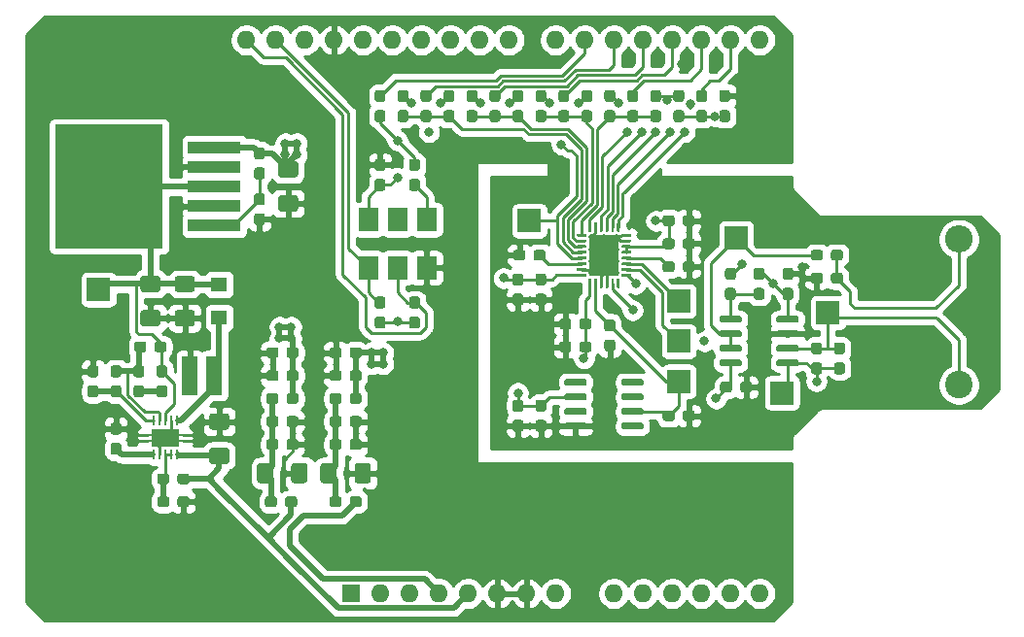
<source format=gbr>
%TF.GenerationSoftware,KiCad,Pcbnew,(5.1.6)-1*%
%TF.CreationDate,2020-06-24T23:25:01+02:00*%
%TF.ProjectId,phtodiode_adc,7068746f-6469-46f6-9465-5f6164632e6b,rev?*%
%TF.SameCoordinates,Original*%
%TF.FileFunction,Copper,L1,Top*%
%TF.FilePolarity,Positive*%
%FSLAX46Y46*%
G04 Gerber Fmt 4.6, Leading zero omitted, Abs format (unit mm)*
G04 Created by KiCad (PCBNEW (5.1.6)-1) date 2020-06-24 23:25:01*
%MOMM*%
%LPD*%
G01*
G04 APERTURE LIST*
%TA.AperFunction,ComponentPad*%
%ADD10O,2.400000X2.400000*%
%TD*%
%TA.AperFunction,ComponentPad*%
%ADD11C,2.400000*%
%TD*%
%TA.AperFunction,ComponentPad*%
%ADD12O,1.600000X1.600000*%
%TD*%
%TA.AperFunction,ComponentPad*%
%ADD13R,1.600000X1.600000*%
%TD*%
%TA.AperFunction,SMDPad,CuDef*%
%ADD14R,1.400000X1.300000*%
%TD*%
%TA.AperFunction,SMDPad,CuDef*%
%ADD15R,1.350000X3.400000*%
%TD*%
%TA.AperFunction,SMDPad,CuDef*%
%ADD16R,2.000000X2.000000*%
%TD*%
%TA.AperFunction,SMDPad,CuDef*%
%ADD17R,0.280000X0.850000*%
%TD*%
%TA.AperFunction,SMDPad,CuDef*%
%ADD18R,2.400000X1.650000*%
%TD*%
%TA.AperFunction,SMDPad,CuDef*%
%ADD19R,0.700000X0.280000*%
%TD*%
%TA.AperFunction,ViaPad*%
%ADD20C,0.600000*%
%TD*%
%TA.AperFunction,SMDPad,CuDef*%
%ADD21R,4.600000X1.100000*%
%TD*%
%TA.AperFunction,SMDPad,CuDef*%
%ADD22R,9.400000X10.800000*%
%TD*%
%TA.AperFunction,SMDPad,CuDef*%
%ADD23R,2.650000X3.650000*%
%TD*%
%TA.AperFunction,ViaPad*%
%ADD24C,0.500000*%
%TD*%
%TA.AperFunction,SMDPad,CuDef*%
%ADD25R,1.800000X2.000000*%
%TD*%
%TA.AperFunction,ViaPad*%
%ADD26C,0.800000*%
%TD*%
%TA.AperFunction,Conductor*%
%ADD27C,0.250000*%
%TD*%
%TA.AperFunction,Conductor*%
%ADD28C,0.500000*%
%TD*%
%TA.AperFunction,Conductor*%
%ADD29C,0.254000*%
%TD*%
G04 APERTURE END LIST*
D10*
%TO.P,D2,2*%
%TO.N,Net-(D2-Pad2)*%
X193900000Y-90600000D03*
D11*
%TO.P,D2,1*%
%TO.N,Net-(C20-Pad2)*%
X193900000Y-103300000D03*
%TD*%
D12*
%TO.P,A1,32*%
%TO.N,/SCL*%
X131860000Y-73240000D03*
%TO.P,A1,31*%
%TO.N,/SDA*%
X134400000Y-73240000D03*
D13*
%TO.P,A1,1*%
%TO.N,Net-(A1-Pad1)*%
X141000000Y-121500000D03*
D12*
%TO.P,A1,17*%
%TO.N,/0_MCU*%
X171480000Y-73240000D03*
%TO.P,A1,2*%
%TO.N,Net-(A1-Pad2)*%
X143540000Y-121500000D03*
%TO.P,A1,18*%
%TO.N,/1_MCU*%
X168940000Y-73240000D03*
%TO.P,A1,3*%
%TO.N,Net-(A1-Pad3)*%
X146080000Y-121500000D03*
%TO.P,A1,19*%
%TO.N,/2_MCU*%
X166400000Y-73240000D03*
%TO.P,A1,4*%
%TO.N,+3V3*%
X148620000Y-121500000D03*
%TO.P,A1,20*%
%TO.N,/3_MCU*%
X163860000Y-73240000D03*
%TO.P,A1,5*%
%TO.N,+5V*%
X151160000Y-121500000D03*
%TO.P,A1,21*%
%TO.N,Net-(A1-Pad21)*%
X161320000Y-73240000D03*
%TO.P,A1,6*%
%TO.N,GNDA*%
X153700000Y-121500000D03*
%TO.P,A1,22*%
%TO.N,Net-(A1-Pad22)*%
X158780000Y-73240000D03*
%TO.P,A1,7*%
%TO.N,GNDA*%
X156240000Y-121500000D03*
%TO.P,A1,23*%
%TO.N,Net-(A1-Pad23)*%
X154720000Y-73240000D03*
%TO.P,A1,8*%
%TO.N,Net-(A1-Pad8)*%
X158780000Y-121500000D03*
%TO.P,A1,24*%
%TO.N,Net-(A1-Pad24)*%
X152180000Y-73240000D03*
%TO.P,A1,9*%
%TO.N,Net-(A1-Pad9)*%
X163860000Y-121500000D03*
%TO.P,A1,25*%
%TO.N,/~CS~*%
X149640000Y-73240000D03*
%TO.P,A1,10*%
%TO.N,Net-(A1-Pad10)*%
X166400000Y-121500000D03*
%TO.P,A1,26*%
%TO.N,/MOSI*%
X147100000Y-73240000D03*
%TO.P,A1,11*%
%TO.N,Net-(A1-Pad11)*%
X168940000Y-121500000D03*
%TO.P,A1,27*%
%TO.N,/MISO*%
X144560000Y-73240000D03*
%TO.P,A1,12*%
%TO.N,Net-(A1-Pad12)*%
X171480000Y-121500000D03*
%TO.P,A1,28*%
%TO.N,/SCK*%
X142020000Y-73240000D03*
%TO.P,A1,13*%
%TO.N,Net-(A1-Pad13)*%
X174020000Y-121500000D03*
%TO.P,A1,29*%
%TO.N,GNDA*%
X139480000Y-73240000D03*
%TO.P,A1,14*%
%TO.N,Net-(A1-Pad14)*%
X176560000Y-121500000D03*
%TO.P,A1,30*%
%TO.N,Net-(A1-Pad30)*%
X136940000Y-73240000D03*
%TO.P,A1,15*%
%TO.N,/~DRDY~*%
X176560000Y-73240000D03*
%TO.P,A1,16*%
%TO.N,/RST_MCU*%
X174020000Y-73240000D03*
%TD*%
%TO.P,C3,2*%
%TO.N,GNDA*%
%TA.AperFunction,SMDPad,CuDef*%
G36*
G01*
X135762500Y-111625000D02*
X135762500Y-110375000D01*
G75*
G02*
X136012500Y-110125000I250000J0D01*
G01*
X136937500Y-110125000D01*
G75*
G02*
X137187500Y-110375000I0J-250000D01*
G01*
X137187500Y-111625000D01*
G75*
G02*
X136937500Y-111875000I-250000J0D01*
G01*
X136012500Y-111875000D01*
G75*
G02*
X135762500Y-111625000I0J250000D01*
G01*
G37*
%TD.AperFunction*%
%TO.P,C3,1*%
%TO.N,Net-(C3-Pad1)*%
%TA.AperFunction,SMDPad,CuDef*%
G36*
G01*
X132787500Y-111625000D02*
X132787500Y-110375000D01*
G75*
G02*
X133037500Y-110125000I250000J0D01*
G01*
X133962500Y-110125000D01*
G75*
G02*
X134212500Y-110375000I0J-250000D01*
G01*
X134212500Y-111625000D01*
G75*
G02*
X133962500Y-111875000I-250000J0D01*
G01*
X133037500Y-111875000D01*
G75*
G02*
X132787500Y-111625000I0J250000D01*
G01*
G37*
%TD.AperFunction*%
%TD*%
%TO.P,C1,2*%
%TO.N,GNDA*%
%TA.AperFunction,SMDPad,CuDef*%
G36*
G01*
X118737500Y-102650000D02*
X118262500Y-102650000D01*
G75*
G02*
X118025000Y-102412500I0J237500D01*
G01*
X118025000Y-101837500D01*
G75*
G02*
X118262500Y-101600000I237500J0D01*
G01*
X118737500Y-101600000D01*
G75*
G02*
X118975000Y-101837500I0J-237500D01*
G01*
X118975000Y-102412500D01*
G75*
G02*
X118737500Y-102650000I-237500J0D01*
G01*
G37*
%TD.AperFunction*%
%TO.P,C1,1*%
%TO.N,Net-(C1-Pad1)*%
%TA.AperFunction,SMDPad,CuDef*%
G36*
G01*
X118737500Y-104400000D02*
X118262500Y-104400000D01*
G75*
G02*
X118025000Y-104162500I0J237500D01*
G01*
X118025000Y-103587500D01*
G75*
G02*
X118262500Y-103350000I237500J0D01*
G01*
X118737500Y-103350000D01*
G75*
G02*
X118975000Y-103587500I0J-237500D01*
G01*
X118975000Y-104162500D01*
G75*
G02*
X118737500Y-104400000I-237500J0D01*
G01*
G37*
%TD.AperFunction*%
%TD*%
%TO.P,C2,1*%
%TO.N,Net-(C2-Pad1)*%
%TA.AperFunction,SMDPad,CuDef*%
G36*
G01*
X122737500Y-104400000D02*
X122262500Y-104400000D01*
G75*
G02*
X122025000Y-104162500I0J237500D01*
G01*
X122025000Y-103587500D01*
G75*
G02*
X122262500Y-103350000I237500J0D01*
G01*
X122737500Y-103350000D01*
G75*
G02*
X122975000Y-103587500I0J-237500D01*
G01*
X122975000Y-104162500D01*
G75*
G02*
X122737500Y-104400000I-237500J0D01*
G01*
G37*
%TD.AperFunction*%
%TO.P,C2,2*%
%TO.N,Net-(C2-Pad2)*%
%TA.AperFunction,SMDPad,CuDef*%
G36*
G01*
X122737500Y-102650000D02*
X122262500Y-102650000D01*
G75*
G02*
X122025000Y-102412500I0J237500D01*
G01*
X122025000Y-101837500D01*
G75*
G02*
X122262500Y-101600000I237500J0D01*
G01*
X122737500Y-101600000D01*
G75*
G02*
X122975000Y-101837500I0J-237500D01*
G01*
X122975000Y-102412500D01*
G75*
G02*
X122737500Y-102650000I-237500J0D01*
G01*
G37*
%TD.AperFunction*%
%TD*%
%TO.P,C4,1*%
%TO.N,Net-(C3-Pad1)*%
%TA.AperFunction,SMDPad,CuDef*%
G36*
G01*
X133600000Y-108737500D02*
X133600000Y-108262500D01*
G75*
G02*
X133837500Y-108025000I237500J0D01*
G01*
X134412500Y-108025000D01*
G75*
G02*
X134650000Y-108262500I0J-237500D01*
G01*
X134650000Y-108737500D01*
G75*
G02*
X134412500Y-108975000I-237500J0D01*
G01*
X133837500Y-108975000D01*
G75*
G02*
X133600000Y-108737500I0J237500D01*
G01*
G37*
%TD.AperFunction*%
%TO.P,C4,2*%
%TO.N,GNDA*%
%TA.AperFunction,SMDPad,CuDef*%
G36*
G01*
X135350000Y-108737500D02*
X135350000Y-108262500D01*
G75*
G02*
X135587500Y-108025000I237500J0D01*
G01*
X136162500Y-108025000D01*
G75*
G02*
X136400000Y-108262500I0J-237500D01*
G01*
X136400000Y-108737500D01*
G75*
G02*
X136162500Y-108975000I-237500J0D01*
G01*
X135587500Y-108975000D01*
G75*
G02*
X135350000Y-108737500I0J237500D01*
G01*
G37*
%TD.AperFunction*%
%TD*%
%TO.P,C5,2*%
%TO.N,GNDA*%
%TA.AperFunction,SMDPad,CuDef*%
G36*
G01*
X135350000Y-106737500D02*
X135350000Y-106262500D01*
G75*
G02*
X135587500Y-106025000I237500J0D01*
G01*
X136162500Y-106025000D01*
G75*
G02*
X136400000Y-106262500I0J-237500D01*
G01*
X136400000Y-106737500D01*
G75*
G02*
X136162500Y-106975000I-237500J0D01*
G01*
X135587500Y-106975000D01*
G75*
G02*
X135350000Y-106737500I0J237500D01*
G01*
G37*
%TD.AperFunction*%
%TO.P,C5,1*%
%TO.N,Net-(C3-Pad1)*%
%TA.AperFunction,SMDPad,CuDef*%
G36*
G01*
X133600000Y-106737500D02*
X133600000Y-106262500D01*
G75*
G02*
X133837500Y-106025000I237500J0D01*
G01*
X134412500Y-106025000D01*
G75*
G02*
X134650000Y-106262500I0J-237500D01*
G01*
X134650000Y-106737500D01*
G75*
G02*
X134412500Y-106975000I-237500J0D01*
G01*
X133837500Y-106975000D01*
G75*
G02*
X133600000Y-106737500I0J237500D01*
G01*
G37*
%TD.AperFunction*%
%TD*%
%TO.P,C6,1*%
%TO.N,+5VA*%
%TA.AperFunction,SMDPad,CuDef*%
G36*
G01*
X136400000Y-102262500D02*
X136400000Y-102737500D01*
G75*
G02*
X136162500Y-102975000I-237500J0D01*
G01*
X135587500Y-102975000D01*
G75*
G02*
X135350000Y-102737500I0J237500D01*
G01*
X135350000Y-102262500D01*
G75*
G02*
X135587500Y-102025000I237500J0D01*
G01*
X136162500Y-102025000D01*
G75*
G02*
X136400000Y-102262500I0J-237500D01*
G01*
G37*
%TD.AperFunction*%
%TO.P,C6,2*%
%TO.N,GNDA*%
%TA.AperFunction,SMDPad,CuDef*%
G36*
G01*
X134650000Y-102262500D02*
X134650000Y-102737500D01*
G75*
G02*
X134412500Y-102975000I-237500J0D01*
G01*
X133837500Y-102975000D01*
G75*
G02*
X133600000Y-102737500I0J237500D01*
G01*
X133600000Y-102262500D01*
G75*
G02*
X133837500Y-102025000I237500J0D01*
G01*
X134412500Y-102025000D01*
G75*
G02*
X134650000Y-102262500I0J-237500D01*
G01*
G37*
%TD.AperFunction*%
%TD*%
%TO.P,C7,2*%
%TO.N,GNDA*%
%TA.AperFunction,SMDPad,CuDef*%
G36*
G01*
X134650000Y-100262500D02*
X134650000Y-100737500D01*
G75*
G02*
X134412500Y-100975000I-237500J0D01*
G01*
X133837500Y-100975000D01*
G75*
G02*
X133600000Y-100737500I0J237500D01*
G01*
X133600000Y-100262500D01*
G75*
G02*
X133837500Y-100025000I237500J0D01*
G01*
X134412500Y-100025000D01*
G75*
G02*
X134650000Y-100262500I0J-237500D01*
G01*
G37*
%TD.AperFunction*%
%TO.P,C7,1*%
%TO.N,+5VA*%
%TA.AperFunction,SMDPad,CuDef*%
G36*
G01*
X136400000Y-100262500D02*
X136400000Y-100737500D01*
G75*
G02*
X136162500Y-100975000I-237500J0D01*
G01*
X135587500Y-100975000D01*
G75*
G02*
X135350000Y-100737500I0J237500D01*
G01*
X135350000Y-100262500D01*
G75*
G02*
X135587500Y-100025000I237500J0D01*
G01*
X136162500Y-100025000D01*
G75*
G02*
X136400000Y-100262500I0J-237500D01*
G01*
G37*
%TD.AperFunction*%
%TD*%
%TO.P,C8,2*%
%TO.N,+5V*%
%TA.AperFunction,SMDPad,CuDef*%
G36*
G01*
X128875000Y-108775000D02*
X130125000Y-108775000D01*
G75*
G02*
X130375000Y-109025000I0J-250000D01*
G01*
X130375000Y-109950000D01*
G75*
G02*
X130125000Y-110200000I-250000J0D01*
G01*
X128875000Y-110200000D01*
G75*
G02*
X128625000Y-109950000I0J250000D01*
G01*
X128625000Y-109025000D01*
G75*
G02*
X128875000Y-108775000I250000J0D01*
G01*
G37*
%TD.AperFunction*%
%TO.P,C8,1*%
%TO.N,GNDA*%
%TA.AperFunction,SMDPad,CuDef*%
G36*
G01*
X128875000Y-105800000D02*
X130125000Y-105800000D01*
G75*
G02*
X130375000Y-106050000I0J-250000D01*
G01*
X130375000Y-106975000D01*
G75*
G02*
X130125000Y-107225000I-250000J0D01*
G01*
X128875000Y-107225000D01*
G75*
G02*
X128625000Y-106975000I0J250000D01*
G01*
X128625000Y-106050000D01*
G75*
G02*
X128875000Y-105800000I250000J0D01*
G01*
G37*
%TD.AperFunction*%
%TD*%
%TO.P,C9,1*%
%TO.N,GNDA*%
%TA.AperFunction,SMDPad,CuDef*%
G36*
G01*
X126900000Y-113262500D02*
X126900000Y-113737500D01*
G75*
G02*
X126662500Y-113975000I-237500J0D01*
G01*
X126087500Y-113975000D01*
G75*
G02*
X125850000Y-113737500I0J237500D01*
G01*
X125850000Y-113262500D01*
G75*
G02*
X126087500Y-113025000I237500J0D01*
G01*
X126662500Y-113025000D01*
G75*
G02*
X126900000Y-113262500I0J-237500D01*
G01*
G37*
%TD.AperFunction*%
%TO.P,C9,2*%
%TO.N,Net-(C9-Pad2)*%
%TA.AperFunction,SMDPad,CuDef*%
G36*
G01*
X125150000Y-113262500D02*
X125150000Y-113737500D01*
G75*
G02*
X124912500Y-113975000I-237500J0D01*
G01*
X124337500Y-113975000D01*
G75*
G02*
X124100000Y-113737500I0J237500D01*
G01*
X124100000Y-113262500D01*
G75*
G02*
X124337500Y-113025000I237500J0D01*
G01*
X124912500Y-113025000D01*
G75*
G02*
X125150000Y-113262500I0J-237500D01*
G01*
G37*
%TD.AperFunction*%
%TD*%
%TO.P,C10,1*%
%TO.N,GNDA*%
%TA.AperFunction,SMDPad,CuDef*%
G36*
G01*
X120262500Y-106600000D02*
X120737500Y-106600000D01*
G75*
G02*
X120975000Y-106837500I0J-237500D01*
G01*
X120975000Y-107412500D01*
G75*
G02*
X120737500Y-107650000I-237500J0D01*
G01*
X120262500Y-107650000D01*
G75*
G02*
X120025000Y-107412500I0J237500D01*
G01*
X120025000Y-106837500D01*
G75*
G02*
X120262500Y-106600000I237500J0D01*
G01*
G37*
%TD.AperFunction*%
%TO.P,C10,2*%
%TO.N,Net-(C10-Pad2)*%
%TA.AperFunction,SMDPad,CuDef*%
G36*
G01*
X120262500Y-108350000D02*
X120737500Y-108350000D01*
G75*
G02*
X120975000Y-108587500I0J-237500D01*
G01*
X120975000Y-109162500D01*
G75*
G02*
X120737500Y-109400000I-237500J0D01*
G01*
X120262500Y-109400000D01*
G75*
G02*
X120025000Y-109162500I0J237500D01*
G01*
X120025000Y-108587500D01*
G75*
G02*
X120262500Y-108350000I237500J0D01*
G01*
G37*
%TD.AperFunction*%
%TD*%
%TO.P,C11,1*%
%TO.N,GNDA*%
%TA.AperFunction,SMDPad,CuDef*%
G36*
G01*
X127125000Y-98200000D02*
X125875000Y-98200000D01*
G75*
G02*
X125625000Y-97950000I0J250000D01*
G01*
X125625000Y-97025000D01*
G75*
G02*
X125875000Y-96775000I250000J0D01*
G01*
X127125000Y-96775000D01*
G75*
G02*
X127375000Y-97025000I0J-250000D01*
G01*
X127375000Y-97950000D01*
G75*
G02*
X127125000Y-98200000I-250000J0D01*
G01*
G37*
%TD.AperFunction*%
%TO.P,C11,2*%
%TO.N,Net-(C11-Pad2)*%
%TA.AperFunction,SMDPad,CuDef*%
G36*
G01*
X127125000Y-95225000D02*
X125875000Y-95225000D01*
G75*
G02*
X125625000Y-94975000I0J250000D01*
G01*
X125625000Y-94050000D01*
G75*
G02*
X125875000Y-93800000I250000J0D01*
G01*
X127125000Y-93800000D01*
G75*
G02*
X127375000Y-94050000I0J-250000D01*
G01*
X127375000Y-94975000D01*
G75*
G02*
X127125000Y-95225000I-250000J0D01*
G01*
G37*
%TD.AperFunction*%
%TD*%
%TO.P,C12,1*%
%TO.N,GNDA*%
%TA.AperFunction,SMDPad,CuDef*%
G36*
G01*
X124125000Y-98200000D02*
X122875000Y-98200000D01*
G75*
G02*
X122625000Y-97950000I0J250000D01*
G01*
X122625000Y-97025000D01*
G75*
G02*
X122875000Y-96775000I250000J0D01*
G01*
X124125000Y-96775000D01*
G75*
G02*
X124375000Y-97025000I0J-250000D01*
G01*
X124375000Y-97950000D01*
G75*
G02*
X124125000Y-98200000I-250000J0D01*
G01*
G37*
%TD.AperFunction*%
%TO.P,C12,2*%
%TO.N,Net-(C11-Pad2)*%
%TA.AperFunction,SMDPad,CuDef*%
G36*
G01*
X124125000Y-95225000D02*
X122875000Y-95225000D01*
G75*
G02*
X122625000Y-94975000I0J250000D01*
G01*
X122625000Y-94050000D01*
G75*
G02*
X122875000Y-93800000I250000J0D01*
G01*
X124125000Y-93800000D01*
G75*
G02*
X124375000Y-94050000I0J-250000D01*
G01*
X124375000Y-94975000D01*
G75*
G02*
X124125000Y-95225000I-250000J0D01*
G01*
G37*
%TD.AperFunction*%
%TD*%
%TO.P,C13,1*%
%TO.N,GNDA*%
%TA.AperFunction,SMDPad,CuDef*%
G36*
G01*
X136125000Y-88200000D02*
X134875000Y-88200000D01*
G75*
G02*
X134625000Y-87950000I0J250000D01*
G01*
X134625000Y-87025000D01*
G75*
G02*
X134875000Y-86775000I250000J0D01*
G01*
X136125000Y-86775000D01*
G75*
G02*
X136375000Y-87025000I0J-250000D01*
G01*
X136375000Y-87950000D01*
G75*
G02*
X136125000Y-88200000I-250000J0D01*
G01*
G37*
%TD.AperFunction*%
%TO.P,C13,2*%
%TO.N,-5VA*%
%TA.AperFunction,SMDPad,CuDef*%
G36*
G01*
X136125000Y-85225000D02*
X134875000Y-85225000D01*
G75*
G02*
X134625000Y-84975000I0J250000D01*
G01*
X134625000Y-84050000D01*
G75*
G02*
X134875000Y-83800000I250000J0D01*
G01*
X136125000Y-83800000D01*
G75*
G02*
X136375000Y-84050000I0J-250000D01*
G01*
X136375000Y-84975000D01*
G75*
G02*
X136125000Y-85225000I-250000J0D01*
G01*
G37*
%TD.AperFunction*%
%TD*%
%TO.P,C14,2*%
%TO.N,GNDA*%
%TA.AperFunction,SMDPad,CuDef*%
G36*
G01*
X141275000Y-111625000D02*
X141275000Y-110375000D01*
G75*
G02*
X141525000Y-110125000I250000J0D01*
G01*
X142450000Y-110125000D01*
G75*
G02*
X142700000Y-110375000I0J-250000D01*
G01*
X142700000Y-111625000D01*
G75*
G02*
X142450000Y-111875000I-250000J0D01*
G01*
X141525000Y-111875000D01*
G75*
G02*
X141275000Y-111625000I0J250000D01*
G01*
G37*
%TD.AperFunction*%
%TO.P,C14,1*%
%TO.N,Net-(C14-Pad1)*%
%TA.AperFunction,SMDPad,CuDef*%
G36*
G01*
X138300000Y-111625000D02*
X138300000Y-110375000D01*
G75*
G02*
X138550000Y-110125000I250000J0D01*
G01*
X139475000Y-110125000D01*
G75*
G02*
X139725000Y-110375000I0J-250000D01*
G01*
X139725000Y-111625000D01*
G75*
G02*
X139475000Y-111875000I-250000J0D01*
G01*
X138550000Y-111875000D01*
G75*
G02*
X138300000Y-111625000I0J250000D01*
G01*
G37*
%TD.AperFunction*%
%TD*%
%TO.P,C15,2*%
%TO.N,GNDA*%
%TA.AperFunction,SMDPad,CuDef*%
G36*
G01*
X140850000Y-108737500D02*
X140850000Y-108262500D01*
G75*
G02*
X141087500Y-108025000I237500J0D01*
G01*
X141662500Y-108025000D01*
G75*
G02*
X141900000Y-108262500I0J-237500D01*
G01*
X141900000Y-108737500D01*
G75*
G02*
X141662500Y-108975000I-237500J0D01*
G01*
X141087500Y-108975000D01*
G75*
G02*
X140850000Y-108737500I0J237500D01*
G01*
G37*
%TD.AperFunction*%
%TO.P,C15,1*%
%TO.N,Net-(C14-Pad1)*%
%TA.AperFunction,SMDPad,CuDef*%
G36*
G01*
X139100000Y-108737500D02*
X139100000Y-108262500D01*
G75*
G02*
X139337500Y-108025000I237500J0D01*
G01*
X139912500Y-108025000D01*
G75*
G02*
X140150000Y-108262500I0J-237500D01*
G01*
X140150000Y-108737500D01*
G75*
G02*
X139912500Y-108975000I-237500J0D01*
G01*
X139337500Y-108975000D01*
G75*
G02*
X139100000Y-108737500I0J237500D01*
G01*
G37*
%TD.AperFunction*%
%TD*%
%TO.P,C16,1*%
%TO.N,Net-(C14-Pad1)*%
%TA.AperFunction,SMDPad,CuDef*%
G36*
G01*
X139100000Y-106737500D02*
X139100000Y-106262500D01*
G75*
G02*
X139337500Y-106025000I237500J0D01*
G01*
X139912500Y-106025000D01*
G75*
G02*
X140150000Y-106262500I0J-237500D01*
G01*
X140150000Y-106737500D01*
G75*
G02*
X139912500Y-106975000I-237500J0D01*
G01*
X139337500Y-106975000D01*
G75*
G02*
X139100000Y-106737500I0J237500D01*
G01*
G37*
%TD.AperFunction*%
%TO.P,C16,2*%
%TO.N,GNDA*%
%TA.AperFunction,SMDPad,CuDef*%
G36*
G01*
X140850000Y-106737500D02*
X140850000Y-106262500D01*
G75*
G02*
X141087500Y-106025000I237500J0D01*
G01*
X141662500Y-106025000D01*
G75*
G02*
X141900000Y-106262500I0J-237500D01*
G01*
X141900000Y-106737500D01*
G75*
G02*
X141662500Y-106975000I-237500J0D01*
G01*
X141087500Y-106975000D01*
G75*
G02*
X140850000Y-106737500I0J237500D01*
G01*
G37*
%TD.AperFunction*%
%TD*%
%TO.P,C17,1*%
%TO.N,+3V3*%
%TA.AperFunction,SMDPad,CuDef*%
G36*
G01*
X141900000Y-102262500D02*
X141900000Y-102737500D01*
G75*
G02*
X141662500Y-102975000I-237500J0D01*
G01*
X141087500Y-102975000D01*
G75*
G02*
X140850000Y-102737500I0J237500D01*
G01*
X140850000Y-102262500D01*
G75*
G02*
X141087500Y-102025000I237500J0D01*
G01*
X141662500Y-102025000D01*
G75*
G02*
X141900000Y-102262500I0J-237500D01*
G01*
G37*
%TD.AperFunction*%
%TO.P,C17,2*%
%TO.N,GNDA*%
%TA.AperFunction,SMDPad,CuDef*%
G36*
G01*
X140150000Y-102262500D02*
X140150000Y-102737500D01*
G75*
G02*
X139912500Y-102975000I-237500J0D01*
G01*
X139337500Y-102975000D01*
G75*
G02*
X139100000Y-102737500I0J237500D01*
G01*
X139100000Y-102262500D01*
G75*
G02*
X139337500Y-102025000I237500J0D01*
G01*
X139912500Y-102025000D01*
G75*
G02*
X140150000Y-102262500I0J-237500D01*
G01*
G37*
%TD.AperFunction*%
%TD*%
%TO.P,C18,2*%
%TO.N,GNDA*%
%TA.AperFunction,SMDPad,CuDef*%
G36*
G01*
X140150000Y-100262500D02*
X140150000Y-100737500D01*
G75*
G02*
X139912500Y-100975000I-237500J0D01*
G01*
X139337500Y-100975000D01*
G75*
G02*
X139100000Y-100737500I0J237500D01*
G01*
X139100000Y-100262500D01*
G75*
G02*
X139337500Y-100025000I237500J0D01*
G01*
X139912500Y-100025000D01*
G75*
G02*
X140150000Y-100262500I0J-237500D01*
G01*
G37*
%TD.AperFunction*%
%TO.P,C18,1*%
%TO.N,+3V3*%
%TA.AperFunction,SMDPad,CuDef*%
G36*
G01*
X141900000Y-100262500D02*
X141900000Y-100737500D01*
G75*
G02*
X141662500Y-100975000I-237500J0D01*
G01*
X141087500Y-100975000D01*
G75*
G02*
X140850000Y-100737500I0J237500D01*
G01*
X140850000Y-100262500D01*
G75*
G02*
X141087500Y-100025000I237500J0D01*
G01*
X141662500Y-100025000D01*
G75*
G02*
X141900000Y-100262500I0J-237500D01*
G01*
G37*
%TD.AperFunction*%
%TD*%
%TO.P,C19,2*%
%TO.N,/RST_ADC*%
%TA.AperFunction,SMDPad,CuDef*%
G36*
G01*
X173262500Y-79350000D02*
X173737500Y-79350000D01*
G75*
G02*
X173975000Y-79587500I0J-237500D01*
G01*
X173975000Y-80162500D01*
G75*
G02*
X173737500Y-80400000I-237500J0D01*
G01*
X173262500Y-80400000D01*
G75*
G02*
X173025000Y-80162500I0J237500D01*
G01*
X173025000Y-79587500D01*
G75*
G02*
X173262500Y-79350000I237500J0D01*
G01*
G37*
%TD.AperFunction*%
%TO.P,C19,1*%
%TO.N,GNDA*%
%TA.AperFunction,SMDPad,CuDef*%
G36*
G01*
X173262500Y-77600000D02*
X173737500Y-77600000D01*
G75*
G02*
X173975000Y-77837500I0J-237500D01*
G01*
X173975000Y-78412500D01*
G75*
G02*
X173737500Y-78650000I-237500J0D01*
G01*
X173262500Y-78650000D01*
G75*
G02*
X173025000Y-78412500I0J237500D01*
G01*
X173025000Y-77837500D01*
G75*
G02*
X173262500Y-77600000I237500J0D01*
G01*
G37*
%TD.AperFunction*%
%TD*%
%TO.P,C20,1*%
%TO.N,Net-(C20-Pad1)*%
%TA.AperFunction,SMDPad,CuDef*%
G36*
G01*
X181737500Y-102400000D02*
X181262500Y-102400000D01*
G75*
G02*
X181025000Y-102162500I0J237500D01*
G01*
X181025000Y-101587500D01*
G75*
G02*
X181262500Y-101350000I237500J0D01*
G01*
X181737500Y-101350000D01*
G75*
G02*
X181975000Y-101587500I0J-237500D01*
G01*
X181975000Y-102162500D01*
G75*
G02*
X181737500Y-102400000I-237500J0D01*
G01*
G37*
%TD.AperFunction*%
%TO.P,C20,2*%
%TO.N,Net-(C20-Pad2)*%
%TA.AperFunction,SMDPad,CuDef*%
G36*
G01*
X181737500Y-100650000D02*
X181262500Y-100650000D01*
G75*
G02*
X181025000Y-100412500I0J237500D01*
G01*
X181025000Y-99837500D01*
G75*
G02*
X181262500Y-99600000I237500J0D01*
G01*
X181737500Y-99600000D01*
G75*
G02*
X181975000Y-99837500I0J-237500D01*
G01*
X181975000Y-100412500D01*
G75*
G02*
X181737500Y-100650000I-237500J0D01*
G01*
G37*
%TD.AperFunction*%
%TD*%
%TO.P,C21,2*%
%TO.N,GNDA*%
%TA.AperFunction,SMDPad,CuDef*%
G36*
G01*
X163262500Y-99350000D02*
X163737500Y-99350000D01*
G75*
G02*
X163975000Y-99587500I0J-237500D01*
G01*
X163975000Y-100162500D01*
G75*
G02*
X163737500Y-100400000I-237500J0D01*
G01*
X163262500Y-100400000D01*
G75*
G02*
X163025000Y-100162500I0J237500D01*
G01*
X163025000Y-99587500D01*
G75*
G02*
X163262500Y-99350000I237500J0D01*
G01*
G37*
%TD.AperFunction*%
%TO.P,C21,1*%
%TO.N,/VREF*%
%TA.AperFunction,SMDPad,CuDef*%
G36*
G01*
X163262500Y-97600000D02*
X163737500Y-97600000D01*
G75*
G02*
X163975000Y-97837500I0J-237500D01*
G01*
X163975000Y-98412500D01*
G75*
G02*
X163737500Y-98650000I-237500J0D01*
G01*
X163262500Y-98650000D01*
G75*
G02*
X163025000Y-98412500I0J237500D01*
G01*
X163025000Y-97837500D01*
G75*
G02*
X163262500Y-97600000I237500J0D01*
G01*
G37*
%TD.AperFunction*%
%TD*%
%TO.P,C22,2*%
%TO.N,GNDA*%
%TA.AperFunction,SMDPad,CuDef*%
G36*
G01*
X160150000Y-99762500D02*
X160150000Y-100237500D01*
G75*
G02*
X159912500Y-100475000I-237500J0D01*
G01*
X159337500Y-100475000D01*
G75*
G02*
X159100000Y-100237500I0J237500D01*
G01*
X159100000Y-99762500D01*
G75*
G02*
X159337500Y-99525000I237500J0D01*
G01*
X159912500Y-99525000D01*
G75*
G02*
X160150000Y-99762500I0J-237500D01*
G01*
G37*
%TD.AperFunction*%
%TO.P,C22,1*%
%TO.N,+5VA*%
%TA.AperFunction,SMDPad,CuDef*%
G36*
G01*
X161900000Y-99762500D02*
X161900000Y-100237500D01*
G75*
G02*
X161662500Y-100475000I-237500J0D01*
G01*
X161087500Y-100475000D01*
G75*
G02*
X160850000Y-100237500I0J237500D01*
G01*
X160850000Y-99762500D01*
G75*
G02*
X161087500Y-99525000I237500J0D01*
G01*
X161662500Y-99525000D01*
G75*
G02*
X161900000Y-99762500I0J-237500D01*
G01*
G37*
%TD.AperFunction*%
%TD*%
%TO.P,C23,1*%
%TO.N,+5VA*%
%TA.AperFunction,SMDPad,CuDef*%
G36*
G01*
X161900000Y-97762500D02*
X161900000Y-98237500D01*
G75*
G02*
X161662500Y-98475000I-237500J0D01*
G01*
X161087500Y-98475000D01*
G75*
G02*
X160850000Y-98237500I0J237500D01*
G01*
X160850000Y-97762500D01*
G75*
G02*
X161087500Y-97525000I237500J0D01*
G01*
X161662500Y-97525000D01*
G75*
G02*
X161900000Y-97762500I0J-237500D01*
G01*
G37*
%TD.AperFunction*%
%TO.P,C23,2*%
%TO.N,GNDA*%
%TA.AperFunction,SMDPad,CuDef*%
G36*
G01*
X160150000Y-97762500D02*
X160150000Y-98237500D01*
G75*
G02*
X159912500Y-98475000I-237500J0D01*
G01*
X159337500Y-98475000D01*
G75*
G02*
X159100000Y-98237500I0J237500D01*
G01*
X159100000Y-97762500D01*
G75*
G02*
X159337500Y-97525000I237500J0D01*
G01*
X159912500Y-97525000D01*
G75*
G02*
X160150000Y-97762500I0J-237500D01*
G01*
G37*
%TD.AperFunction*%
%TD*%
%TO.P,C24,2*%
%TO.N,GNDA*%
%TA.AperFunction,SMDPad,CuDef*%
G36*
G01*
X155262500Y-95350000D02*
X155737500Y-95350000D01*
G75*
G02*
X155975000Y-95587500I0J-237500D01*
G01*
X155975000Y-96162500D01*
G75*
G02*
X155737500Y-96400000I-237500J0D01*
G01*
X155262500Y-96400000D01*
G75*
G02*
X155025000Y-96162500I0J237500D01*
G01*
X155025000Y-95587500D01*
G75*
G02*
X155262500Y-95350000I237500J0D01*
G01*
G37*
%TD.AperFunction*%
%TO.P,C24,1*%
%TO.N,+5VA*%
%TA.AperFunction,SMDPad,CuDef*%
G36*
G01*
X155262500Y-93600000D02*
X155737500Y-93600000D01*
G75*
G02*
X155975000Y-93837500I0J-237500D01*
G01*
X155975000Y-94412500D01*
G75*
G02*
X155737500Y-94650000I-237500J0D01*
G01*
X155262500Y-94650000D01*
G75*
G02*
X155025000Y-94412500I0J237500D01*
G01*
X155025000Y-93837500D01*
G75*
G02*
X155262500Y-93600000I237500J0D01*
G01*
G37*
%TD.AperFunction*%
%TD*%
%TO.P,C25,1*%
%TO.N,+5VA*%
%TA.AperFunction,SMDPad,CuDef*%
G36*
G01*
X157262500Y-93600000D02*
X157737500Y-93600000D01*
G75*
G02*
X157975000Y-93837500I0J-237500D01*
G01*
X157975000Y-94412500D01*
G75*
G02*
X157737500Y-94650000I-237500J0D01*
G01*
X157262500Y-94650000D01*
G75*
G02*
X157025000Y-94412500I0J237500D01*
G01*
X157025000Y-93837500D01*
G75*
G02*
X157262500Y-93600000I237500J0D01*
G01*
G37*
%TD.AperFunction*%
%TO.P,C25,2*%
%TO.N,GNDA*%
%TA.AperFunction,SMDPad,CuDef*%
G36*
G01*
X157262500Y-95350000D02*
X157737500Y-95350000D01*
G75*
G02*
X157975000Y-95587500I0J-237500D01*
G01*
X157975000Y-96162500D01*
G75*
G02*
X157737500Y-96400000I-237500J0D01*
G01*
X157262500Y-96400000D01*
G75*
G02*
X157025000Y-96162500I0J237500D01*
G01*
X157025000Y-95587500D01*
G75*
G02*
X157262500Y-95350000I237500J0D01*
G01*
G37*
%TD.AperFunction*%
%TD*%
%TO.P,C26,2*%
%TO.N,GNDA*%
%TA.AperFunction,SMDPad,CuDef*%
G36*
G01*
X156150000Y-91762500D02*
X156150000Y-92237500D01*
G75*
G02*
X155912500Y-92475000I-237500J0D01*
G01*
X155337500Y-92475000D01*
G75*
G02*
X155100000Y-92237500I0J237500D01*
G01*
X155100000Y-91762500D01*
G75*
G02*
X155337500Y-91525000I237500J0D01*
G01*
X155912500Y-91525000D01*
G75*
G02*
X156150000Y-91762500I0J-237500D01*
G01*
G37*
%TD.AperFunction*%
%TO.P,C26,1*%
%TO.N,Net-(C26-Pad1)*%
%TA.AperFunction,SMDPad,CuDef*%
G36*
G01*
X157900000Y-91762500D02*
X157900000Y-92237500D01*
G75*
G02*
X157662500Y-92475000I-237500J0D01*
G01*
X157087500Y-92475000D01*
G75*
G02*
X156850000Y-92237500I0J237500D01*
G01*
X156850000Y-91762500D01*
G75*
G02*
X157087500Y-91525000I237500J0D01*
G01*
X157662500Y-91525000D01*
G75*
G02*
X157900000Y-91762500I0J-237500D01*
G01*
G37*
%TD.AperFunction*%
%TD*%
%TO.P,C27,2*%
%TO.N,GNDA*%
%TA.AperFunction,SMDPad,CuDef*%
G36*
G01*
X169850000Y-89237500D02*
X169850000Y-88762500D01*
G75*
G02*
X170087500Y-88525000I237500J0D01*
G01*
X170662500Y-88525000D01*
G75*
G02*
X170900000Y-88762500I0J-237500D01*
G01*
X170900000Y-89237500D01*
G75*
G02*
X170662500Y-89475000I-237500J0D01*
G01*
X170087500Y-89475000D01*
G75*
G02*
X169850000Y-89237500I0J237500D01*
G01*
G37*
%TD.AperFunction*%
%TO.P,C27,1*%
%TO.N,+3V3*%
%TA.AperFunction,SMDPad,CuDef*%
G36*
G01*
X168100000Y-89237500D02*
X168100000Y-88762500D01*
G75*
G02*
X168337500Y-88525000I237500J0D01*
G01*
X168912500Y-88525000D01*
G75*
G02*
X169150000Y-88762500I0J-237500D01*
G01*
X169150000Y-89237500D01*
G75*
G02*
X168912500Y-89475000I-237500J0D01*
G01*
X168337500Y-89475000D01*
G75*
G02*
X168100000Y-89237500I0J237500D01*
G01*
G37*
%TD.AperFunction*%
%TD*%
%TO.P,C28,1*%
%TO.N,+3V3*%
%TA.AperFunction,SMDPad,CuDef*%
G36*
G01*
X168100000Y-91237500D02*
X168100000Y-90762500D01*
G75*
G02*
X168337500Y-90525000I237500J0D01*
G01*
X168912500Y-90525000D01*
G75*
G02*
X169150000Y-90762500I0J-237500D01*
G01*
X169150000Y-91237500D01*
G75*
G02*
X168912500Y-91475000I-237500J0D01*
G01*
X168337500Y-91475000D01*
G75*
G02*
X168100000Y-91237500I0J237500D01*
G01*
G37*
%TD.AperFunction*%
%TO.P,C28,2*%
%TO.N,GNDA*%
%TA.AperFunction,SMDPad,CuDef*%
G36*
G01*
X169850000Y-91237500D02*
X169850000Y-90762500D01*
G75*
G02*
X170087500Y-90525000I237500J0D01*
G01*
X170662500Y-90525000D01*
G75*
G02*
X170900000Y-90762500I0J-237500D01*
G01*
X170900000Y-91237500D01*
G75*
G02*
X170662500Y-91475000I-237500J0D01*
G01*
X170087500Y-91475000D01*
G75*
G02*
X169850000Y-91237500I0J237500D01*
G01*
G37*
%TD.AperFunction*%
%TD*%
%TO.P,C29,2*%
%TO.N,GNDA*%
%TA.AperFunction,SMDPad,CuDef*%
G36*
G01*
X179237500Y-94150000D02*
X178762500Y-94150000D01*
G75*
G02*
X178525000Y-93912500I0J237500D01*
G01*
X178525000Y-93337500D01*
G75*
G02*
X178762500Y-93100000I237500J0D01*
G01*
X179237500Y-93100000D01*
G75*
G02*
X179475000Y-93337500I0J-237500D01*
G01*
X179475000Y-93912500D01*
G75*
G02*
X179237500Y-94150000I-237500J0D01*
G01*
G37*
%TD.AperFunction*%
%TO.P,C29,1*%
%TO.N,-5VA*%
%TA.AperFunction,SMDPad,CuDef*%
G36*
G01*
X179237500Y-95900000D02*
X178762500Y-95900000D01*
G75*
G02*
X178525000Y-95662500I0J237500D01*
G01*
X178525000Y-95087500D01*
G75*
G02*
X178762500Y-94850000I237500J0D01*
G01*
X179237500Y-94850000D01*
G75*
G02*
X179475000Y-95087500I0J-237500D01*
G01*
X179475000Y-95662500D01*
G75*
G02*
X179237500Y-95900000I-237500J0D01*
G01*
G37*
%TD.AperFunction*%
%TD*%
%TO.P,C30,1*%
%TO.N,+5VA*%
%TA.AperFunction,SMDPad,CuDef*%
G36*
G01*
X173100000Y-103737500D02*
X173100000Y-103262500D01*
G75*
G02*
X173337500Y-103025000I237500J0D01*
G01*
X173912500Y-103025000D01*
G75*
G02*
X174150000Y-103262500I0J-237500D01*
G01*
X174150000Y-103737500D01*
G75*
G02*
X173912500Y-103975000I-237500J0D01*
G01*
X173337500Y-103975000D01*
G75*
G02*
X173100000Y-103737500I0J237500D01*
G01*
G37*
%TD.AperFunction*%
%TO.P,C30,2*%
%TO.N,GNDA*%
%TA.AperFunction,SMDPad,CuDef*%
G36*
G01*
X174850000Y-103737500D02*
X174850000Y-103262500D01*
G75*
G02*
X175087500Y-103025000I237500J0D01*
G01*
X175662500Y-103025000D01*
G75*
G02*
X175900000Y-103262500I0J-237500D01*
G01*
X175900000Y-103737500D01*
G75*
G02*
X175662500Y-103975000I-237500J0D01*
G01*
X175087500Y-103975000D01*
G75*
G02*
X174850000Y-103737500I0J237500D01*
G01*
G37*
%TD.AperFunction*%
%TD*%
%TO.P,C31,1*%
%TO.N,GNDA*%
%TA.AperFunction,SMDPad,CuDef*%
G36*
G01*
X170900000Y-92762500D02*
X170900000Y-93237500D01*
G75*
G02*
X170662500Y-93475000I-237500J0D01*
G01*
X170087500Y-93475000D01*
G75*
G02*
X169850000Y-93237500I0J237500D01*
G01*
X169850000Y-92762500D01*
G75*
G02*
X170087500Y-92525000I237500J0D01*
G01*
X170662500Y-92525000D01*
G75*
G02*
X170900000Y-92762500I0J-237500D01*
G01*
G37*
%TD.AperFunction*%
%TO.P,C31,2*%
%TO.N,Net-(C31-Pad2)*%
%TA.AperFunction,SMDPad,CuDef*%
G36*
G01*
X169150000Y-92762500D02*
X169150000Y-93237500D01*
G75*
G02*
X168912500Y-93475000I-237500J0D01*
G01*
X168337500Y-93475000D01*
G75*
G02*
X168100000Y-93237500I0J237500D01*
G01*
X168100000Y-92762500D01*
G75*
G02*
X168337500Y-92525000I237500J0D01*
G01*
X168912500Y-92525000D01*
G75*
G02*
X169150000Y-92762500I0J-237500D01*
G01*
G37*
%TD.AperFunction*%
%TD*%
%TO.P,C32,2*%
%TO.N,GNDA*%
%TA.AperFunction,SMDPad,CuDef*%
G36*
G01*
X143737500Y-84650000D02*
X143262500Y-84650000D01*
G75*
G02*
X143025000Y-84412500I0J237500D01*
G01*
X143025000Y-83837500D01*
G75*
G02*
X143262500Y-83600000I237500J0D01*
G01*
X143737500Y-83600000D01*
G75*
G02*
X143975000Y-83837500I0J-237500D01*
G01*
X143975000Y-84412500D01*
G75*
G02*
X143737500Y-84650000I-237500J0D01*
G01*
G37*
%TD.AperFunction*%
%TO.P,C32,1*%
%TO.N,+3V3*%
%TA.AperFunction,SMDPad,CuDef*%
G36*
G01*
X143737500Y-86400000D02*
X143262500Y-86400000D01*
G75*
G02*
X143025000Y-86162500I0J237500D01*
G01*
X143025000Y-85587500D01*
G75*
G02*
X143262500Y-85350000I237500J0D01*
G01*
X143737500Y-85350000D01*
G75*
G02*
X143975000Y-85587500I0J-237500D01*
G01*
X143975000Y-86162500D01*
G75*
G02*
X143737500Y-86400000I-237500J0D01*
G01*
G37*
%TD.AperFunction*%
%TD*%
%TO.P,C33,1*%
%TO.N,+5VA*%
%TA.AperFunction,SMDPad,CuDef*%
G36*
G01*
X155262500Y-104600000D02*
X155737500Y-104600000D01*
G75*
G02*
X155975000Y-104837500I0J-237500D01*
G01*
X155975000Y-105412500D01*
G75*
G02*
X155737500Y-105650000I-237500J0D01*
G01*
X155262500Y-105650000D01*
G75*
G02*
X155025000Y-105412500I0J237500D01*
G01*
X155025000Y-104837500D01*
G75*
G02*
X155262500Y-104600000I237500J0D01*
G01*
G37*
%TD.AperFunction*%
%TO.P,C33,2*%
%TO.N,GNDA*%
%TA.AperFunction,SMDPad,CuDef*%
G36*
G01*
X155262500Y-106350000D02*
X155737500Y-106350000D01*
G75*
G02*
X155975000Y-106587500I0J-237500D01*
G01*
X155975000Y-107162500D01*
G75*
G02*
X155737500Y-107400000I-237500J0D01*
G01*
X155262500Y-107400000D01*
G75*
G02*
X155025000Y-107162500I0J237500D01*
G01*
X155025000Y-106587500D01*
G75*
G02*
X155262500Y-106350000I237500J0D01*
G01*
G37*
%TD.AperFunction*%
%TD*%
%TO.P,C34,2*%
%TO.N,GNDA*%
%TA.AperFunction,SMDPad,CuDef*%
G36*
G01*
X157262500Y-106350000D02*
X157737500Y-106350000D01*
G75*
G02*
X157975000Y-106587500I0J-237500D01*
G01*
X157975000Y-107162500D01*
G75*
G02*
X157737500Y-107400000I-237500J0D01*
G01*
X157262500Y-107400000D01*
G75*
G02*
X157025000Y-107162500I0J237500D01*
G01*
X157025000Y-106587500D01*
G75*
G02*
X157262500Y-106350000I237500J0D01*
G01*
G37*
%TD.AperFunction*%
%TO.P,C34,1*%
%TO.N,+5VA*%
%TA.AperFunction,SMDPad,CuDef*%
G36*
G01*
X157262500Y-104600000D02*
X157737500Y-104600000D01*
G75*
G02*
X157975000Y-104837500I0J-237500D01*
G01*
X157975000Y-105412500D01*
G75*
G02*
X157737500Y-105650000I-237500J0D01*
G01*
X157262500Y-105650000D01*
G75*
G02*
X157025000Y-105412500I0J237500D01*
G01*
X157025000Y-104837500D01*
G75*
G02*
X157262500Y-104600000I237500J0D01*
G01*
G37*
%TD.AperFunction*%
%TD*%
%TO.P,C35,1*%
%TO.N,/VREF*%
%TA.AperFunction,SMDPad,CuDef*%
G36*
G01*
X168100000Y-106237500D02*
X168100000Y-105762500D01*
G75*
G02*
X168337500Y-105525000I237500J0D01*
G01*
X168912500Y-105525000D01*
G75*
G02*
X169150000Y-105762500I0J-237500D01*
G01*
X169150000Y-106237500D01*
G75*
G02*
X168912500Y-106475000I-237500J0D01*
G01*
X168337500Y-106475000D01*
G75*
G02*
X168100000Y-106237500I0J237500D01*
G01*
G37*
%TD.AperFunction*%
%TO.P,C35,2*%
%TO.N,GNDA*%
%TA.AperFunction,SMDPad,CuDef*%
G36*
G01*
X169850000Y-106237500D02*
X169850000Y-105762500D01*
G75*
G02*
X170087500Y-105525000I237500J0D01*
G01*
X170662500Y-105525000D01*
G75*
G02*
X170900000Y-105762500I0J-237500D01*
G01*
X170900000Y-106237500D01*
G75*
G02*
X170662500Y-106475000I-237500J0D01*
G01*
X170087500Y-106475000D01*
G75*
G02*
X169850000Y-106237500I0J237500D01*
G01*
G37*
%TD.AperFunction*%
%TD*%
D14*
%TO.P,D1,1*%
%TO.N,Net-(D1-Pad1)*%
X129500000Y-97450000D03*
%TO.P,D1,2*%
%TO.N,Net-(C11-Pad2)*%
X129500000Y-94550000D03*
%TD*%
%TO.P,FB1,1*%
%TO.N,Net-(C3-Pad1)*%
%TA.AperFunction,SMDPad,CuDef*%
G36*
G01*
X133475000Y-113737500D02*
X133475000Y-113262500D01*
G75*
G02*
X133712500Y-113025000I237500J0D01*
G01*
X134287500Y-113025000D01*
G75*
G02*
X134525000Y-113262500I0J-237500D01*
G01*
X134525000Y-113737500D01*
G75*
G02*
X134287500Y-113975000I-237500J0D01*
G01*
X133712500Y-113975000D01*
G75*
G02*
X133475000Y-113737500I0J237500D01*
G01*
G37*
%TD.AperFunction*%
%TO.P,FB1,2*%
%TO.N,+5V*%
%TA.AperFunction,SMDPad,CuDef*%
G36*
G01*
X135225000Y-113737500D02*
X135225000Y-113262500D01*
G75*
G02*
X135462500Y-113025000I237500J0D01*
G01*
X136037500Y-113025000D01*
G75*
G02*
X136275000Y-113262500I0J-237500D01*
G01*
X136275000Y-113737500D01*
G75*
G02*
X136037500Y-113975000I-237500J0D01*
G01*
X135462500Y-113975000D01*
G75*
G02*
X135225000Y-113737500I0J237500D01*
G01*
G37*
%TD.AperFunction*%
%TD*%
%TO.P,FB2,2*%
%TO.N,Net-(C3-Pad1)*%
%TA.AperFunction,SMDPad,CuDef*%
G36*
G01*
X134650000Y-104262500D02*
X134650000Y-104737500D01*
G75*
G02*
X134412500Y-104975000I-237500J0D01*
G01*
X133837500Y-104975000D01*
G75*
G02*
X133600000Y-104737500I0J237500D01*
G01*
X133600000Y-104262500D01*
G75*
G02*
X133837500Y-104025000I237500J0D01*
G01*
X134412500Y-104025000D01*
G75*
G02*
X134650000Y-104262500I0J-237500D01*
G01*
G37*
%TD.AperFunction*%
%TO.P,FB2,1*%
%TO.N,+5VA*%
%TA.AperFunction,SMDPad,CuDef*%
G36*
G01*
X136400000Y-104262500D02*
X136400000Y-104737500D01*
G75*
G02*
X136162500Y-104975000I-237500J0D01*
G01*
X135587500Y-104975000D01*
G75*
G02*
X135350000Y-104737500I0J237500D01*
G01*
X135350000Y-104262500D01*
G75*
G02*
X135587500Y-104025000I237500J0D01*
G01*
X136162500Y-104025000D01*
G75*
G02*
X136400000Y-104262500I0J-237500D01*
G01*
G37*
%TD.AperFunction*%
%TD*%
%TO.P,FB3,1*%
%TO.N,Net-(C14-Pad1)*%
%TA.AperFunction,SMDPad,CuDef*%
G36*
G01*
X139100000Y-113737500D02*
X139100000Y-113262500D01*
G75*
G02*
X139337500Y-113025000I237500J0D01*
G01*
X139912500Y-113025000D01*
G75*
G02*
X140150000Y-113262500I0J-237500D01*
G01*
X140150000Y-113737500D01*
G75*
G02*
X139912500Y-113975000I-237500J0D01*
G01*
X139337500Y-113975000D01*
G75*
G02*
X139100000Y-113737500I0J237500D01*
G01*
G37*
%TD.AperFunction*%
%TO.P,FB3,2*%
%TO.N,+3V3*%
%TA.AperFunction,SMDPad,CuDef*%
G36*
G01*
X140850000Y-113737500D02*
X140850000Y-113262500D01*
G75*
G02*
X141087500Y-113025000I237500J0D01*
G01*
X141662500Y-113025000D01*
G75*
G02*
X141900000Y-113262500I0J-237500D01*
G01*
X141900000Y-113737500D01*
G75*
G02*
X141662500Y-113975000I-237500J0D01*
G01*
X141087500Y-113975000D01*
G75*
G02*
X140850000Y-113737500I0J237500D01*
G01*
G37*
%TD.AperFunction*%
%TD*%
%TO.P,FB4,2*%
%TO.N,Net-(C14-Pad1)*%
%TA.AperFunction,SMDPad,CuDef*%
G36*
G01*
X140150000Y-104262500D02*
X140150000Y-104737500D01*
G75*
G02*
X139912500Y-104975000I-237500J0D01*
G01*
X139337500Y-104975000D01*
G75*
G02*
X139100000Y-104737500I0J237500D01*
G01*
X139100000Y-104262500D01*
G75*
G02*
X139337500Y-104025000I237500J0D01*
G01*
X139912500Y-104025000D01*
G75*
G02*
X140150000Y-104262500I0J-237500D01*
G01*
G37*
%TD.AperFunction*%
%TO.P,FB4,1*%
%TO.N,+3V3*%
%TA.AperFunction,SMDPad,CuDef*%
G36*
G01*
X141900000Y-104262500D02*
X141900000Y-104737500D01*
G75*
G02*
X141662500Y-104975000I-237500J0D01*
G01*
X141087500Y-104975000D01*
G75*
G02*
X140850000Y-104737500I0J237500D01*
G01*
X140850000Y-104262500D01*
G75*
G02*
X141087500Y-104025000I237500J0D01*
G01*
X141662500Y-104025000D01*
G75*
G02*
X141900000Y-104262500I0J-237500D01*
G01*
G37*
%TD.AperFunction*%
%TD*%
D15*
%TO.P,L1,1*%
%TO.N,Net-(D1-Pad1)*%
X129075000Y-102500000D03*
%TO.P,L1,2*%
%TO.N,GNDA*%
X126925000Y-102500000D03*
%TD*%
%TO.P,R1,2*%
%TO.N,Net-(C1-Pad1)*%
%TA.AperFunction,SMDPad,CuDef*%
G36*
G01*
X120262500Y-103350000D02*
X120737500Y-103350000D01*
G75*
G02*
X120975000Y-103587500I0J-237500D01*
G01*
X120975000Y-104162500D01*
G75*
G02*
X120737500Y-104400000I-237500J0D01*
G01*
X120262500Y-104400000D01*
G75*
G02*
X120025000Y-104162500I0J237500D01*
G01*
X120025000Y-103587500D01*
G75*
G02*
X120262500Y-103350000I237500J0D01*
G01*
G37*
%TD.AperFunction*%
%TO.P,R1,1*%
%TO.N,Net-(C2-Pad2)*%
%TA.AperFunction,SMDPad,CuDef*%
G36*
G01*
X120262500Y-101600000D02*
X120737500Y-101600000D01*
G75*
G02*
X120975000Y-101837500I0J-237500D01*
G01*
X120975000Y-102412500D01*
G75*
G02*
X120737500Y-102650000I-237500J0D01*
G01*
X120262500Y-102650000D01*
G75*
G02*
X120025000Y-102412500I0J237500D01*
G01*
X120025000Y-101837500D01*
G75*
G02*
X120262500Y-101600000I237500J0D01*
G01*
G37*
%TD.AperFunction*%
%TD*%
%TO.P,R2,2*%
%TO.N,+5V*%
%TA.AperFunction,SMDPad,CuDef*%
G36*
G01*
X125850000Y-111737500D02*
X125850000Y-111262500D01*
G75*
G02*
X126087500Y-111025000I237500J0D01*
G01*
X126662500Y-111025000D01*
G75*
G02*
X126900000Y-111262500I0J-237500D01*
G01*
X126900000Y-111737500D01*
G75*
G02*
X126662500Y-111975000I-237500J0D01*
G01*
X126087500Y-111975000D01*
G75*
G02*
X125850000Y-111737500I0J237500D01*
G01*
G37*
%TD.AperFunction*%
%TO.P,R2,1*%
%TO.N,Net-(C9-Pad2)*%
%TA.AperFunction,SMDPad,CuDef*%
G36*
G01*
X124100000Y-111737500D02*
X124100000Y-111262500D01*
G75*
G02*
X124337500Y-111025000I237500J0D01*
G01*
X124912500Y-111025000D01*
G75*
G02*
X125150000Y-111262500I0J-237500D01*
G01*
X125150000Y-111737500D01*
G75*
G02*
X124912500Y-111975000I-237500J0D01*
G01*
X124337500Y-111975000D01*
G75*
G02*
X124100000Y-111737500I0J237500D01*
G01*
G37*
%TD.AperFunction*%
%TD*%
%TO.P,R3,1*%
%TO.N,+3V3*%
%TA.AperFunction,SMDPad,CuDef*%
G36*
G01*
X167262500Y-77600000D02*
X167737500Y-77600000D01*
G75*
G02*
X167975000Y-77837500I0J-237500D01*
G01*
X167975000Y-78412500D01*
G75*
G02*
X167737500Y-78650000I-237500J0D01*
G01*
X167262500Y-78650000D01*
G75*
G02*
X167025000Y-78412500I0J237500D01*
G01*
X167025000Y-77837500D01*
G75*
G02*
X167262500Y-77600000I237500J0D01*
G01*
G37*
%TD.AperFunction*%
%TO.P,R3,2*%
%TO.N,/0_ADC*%
%TA.AperFunction,SMDPad,CuDef*%
G36*
G01*
X167262500Y-79350000D02*
X167737500Y-79350000D01*
G75*
G02*
X167975000Y-79587500I0J-237500D01*
G01*
X167975000Y-80162500D01*
G75*
G02*
X167737500Y-80400000I-237500J0D01*
G01*
X167262500Y-80400000D01*
G75*
G02*
X167025000Y-80162500I0J237500D01*
G01*
X167025000Y-79587500D01*
G75*
G02*
X167262500Y-79350000I237500J0D01*
G01*
G37*
%TD.AperFunction*%
%TD*%
%TO.P,R4,2*%
%TO.N,/1_ADC*%
%TA.AperFunction,SMDPad,CuDef*%
G36*
G01*
X161262500Y-79350000D02*
X161737500Y-79350000D01*
G75*
G02*
X161975000Y-79587500I0J-237500D01*
G01*
X161975000Y-80162500D01*
G75*
G02*
X161737500Y-80400000I-237500J0D01*
G01*
X161262500Y-80400000D01*
G75*
G02*
X161025000Y-80162500I0J237500D01*
G01*
X161025000Y-79587500D01*
G75*
G02*
X161262500Y-79350000I237500J0D01*
G01*
G37*
%TD.AperFunction*%
%TO.P,R4,1*%
%TO.N,+3V3*%
%TA.AperFunction,SMDPad,CuDef*%
G36*
G01*
X161262500Y-77600000D02*
X161737500Y-77600000D01*
G75*
G02*
X161975000Y-77837500I0J-237500D01*
G01*
X161975000Y-78412500D01*
G75*
G02*
X161737500Y-78650000I-237500J0D01*
G01*
X161262500Y-78650000D01*
G75*
G02*
X161025000Y-78412500I0J237500D01*
G01*
X161025000Y-77837500D01*
G75*
G02*
X161262500Y-77600000I237500J0D01*
G01*
G37*
%TD.AperFunction*%
%TD*%
%TO.P,R5,2*%
%TO.N,/0_ADC*%
%TA.AperFunction,SMDPad,CuDef*%
G36*
G01*
X165262500Y-79350000D02*
X165737500Y-79350000D01*
G75*
G02*
X165975000Y-79587500I0J-237500D01*
G01*
X165975000Y-80162500D01*
G75*
G02*
X165737500Y-80400000I-237500J0D01*
G01*
X165262500Y-80400000D01*
G75*
G02*
X165025000Y-80162500I0J237500D01*
G01*
X165025000Y-79587500D01*
G75*
G02*
X165262500Y-79350000I237500J0D01*
G01*
G37*
%TD.AperFunction*%
%TO.P,R5,1*%
%TO.N,/0_MCU*%
%TA.AperFunction,SMDPad,CuDef*%
G36*
G01*
X165262500Y-77600000D02*
X165737500Y-77600000D01*
G75*
G02*
X165975000Y-77837500I0J-237500D01*
G01*
X165975000Y-78412500D01*
G75*
G02*
X165737500Y-78650000I-237500J0D01*
G01*
X165262500Y-78650000D01*
G75*
G02*
X165025000Y-78412500I0J237500D01*
G01*
X165025000Y-77837500D01*
G75*
G02*
X165262500Y-77600000I237500J0D01*
G01*
G37*
%TD.AperFunction*%
%TD*%
%TO.P,R6,1*%
%TO.N,/1_MCU*%
%TA.AperFunction,SMDPad,CuDef*%
G36*
G01*
X159262500Y-77600000D02*
X159737500Y-77600000D01*
G75*
G02*
X159975000Y-77837500I0J-237500D01*
G01*
X159975000Y-78412500D01*
G75*
G02*
X159737500Y-78650000I-237500J0D01*
G01*
X159262500Y-78650000D01*
G75*
G02*
X159025000Y-78412500I0J237500D01*
G01*
X159025000Y-77837500D01*
G75*
G02*
X159262500Y-77600000I237500J0D01*
G01*
G37*
%TD.AperFunction*%
%TO.P,R6,2*%
%TO.N,/1_ADC*%
%TA.AperFunction,SMDPad,CuDef*%
G36*
G01*
X159262500Y-79350000D02*
X159737500Y-79350000D01*
G75*
G02*
X159975000Y-79587500I0J-237500D01*
G01*
X159975000Y-80162500D01*
G75*
G02*
X159737500Y-80400000I-237500J0D01*
G01*
X159262500Y-80400000D01*
G75*
G02*
X159025000Y-80162500I0J237500D01*
G01*
X159025000Y-79587500D01*
G75*
G02*
X159262500Y-79350000I237500J0D01*
G01*
G37*
%TD.AperFunction*%
%TD*%
%TO.P,R7,1*%
%TO.N,Net-(C11-Pad2)*%
%TA.AperFunction,SMDPad,CuDef*%
G36*
G01*
X124900000Y-99762500D02*
X124900000Y-100237500D01*
G75*
G02*
X124662500Y-100475000I-237500J0D01*
G01*
X124087500Y-100475000D01*
G75*
G02*
X123850000Y-100237500I0J237500D01*
G01*
X123850000Y-99762500D01*
G75*
G02*
X124087500Y-99525000I237500J0D01*
G01*
X124662500Y-99525000D01*
G75*
G02*
X124900000Y-99762500I0J-237500D01*
G01*
G37*
%TD.AperFunction*%
%TO.P,R7,2*%
%TO.N,Net-(C2-Pad2)*%
%TA.AperFunction,SMDPad,CuDef*%
G36*
G01*
X123150000Y-99762500D02*
X123150000Y-100237500D01*
G75*
G02*
X122912500Y-100475000I-237500J0D01*
G01*
X122337500Y-100475000D01*
G75*
G02*
X122100000Y-100237500I0J237500D01*
G01*
X122100000Y-99762500D01*
G75*
G02*
X122337500Y-99525000I237500J0D01*
G01*
X122912500Y-99525000D01*
G75*
G02*
X123150000Y-99762500I0J-237500D01*
G01*
G37*
%TD.AperFunction*%
%TD*%
%TO.P,R8,2*%
%TO.N,Net-(C2-Pad1)*%
%TA.AperFunction,SMDPad,CuDef*%
G36*
G01*
X124262500Y-103350000D02*
X124737500Y-103350000D01*
G75*
G02*
X124975000Y-103587500I0J-237500D01*
G01*
X124975000Y-104162500D01*
G75*
G02*
X124737500Y-104400000I-237500J0D01*
G01*
X124262500Y-104400000D01*
G75*
G02*
X124025000Y-104162500I0J237500D01*
G01*
X124025000Y-103587500D01*
G75*
G02*
X124262500Y-103350000I237500J0D01*
G01*
G37*
%TD.AperFunction*%
%TO.P,R8,1*%
%TO.N,Net-(C11-Pad2)*%
%TA.AperFunction,SMDPad,CuDef*%
G36*
G01*
X124262500Y-101600000D02*
X124737500Y-101600000D01*
G75*
G02*
X124975000Y-101837500I0J-237500D01*
G01*
X124975000Y-102412500D01*
G75*
G02*
X124737500Y-102650000I-237500J0D01*
G01*
X124262500Y-102650000D01*
G75*
G02*
X124025000Y-102412500I0J237500D01*
G01*
X124025000Y-101837500D01*
G75*
G02*
X124262500Y-101600000I237500J0D01*
G01*
G37*
%TD.AperFunction*%
%TD*%
%TO.P,R9,1*%
%TO.N,Net-(R12-Pad2)*%
%TA.AperFunction,SMDPad,CuDef*%
G36*
G01*
X132762500Y-86600000D02*
X133237500Y-86600000D01*
G75*
G02*
X133475000Y-86837500I0J-237500D01*
G01*
X133475000Y-87412500D01*
G75*
G02*
X133237500Y-87650000I-237500J0D01*
G01*
X132762500Y-87650000D01*
G75*
G02*
X132525000Y-87412500I0J237500D01*
G01*
X132525000Y-86837500D01*
G75*
G02*
X132762500Y-86600000I237500J0D01*
G01*
G37*
%TD.AperFunction*%
%TO.P,R9,2*%
%TO.N,GNDA*%
%TA.AperFunction,SMDPad,CuDef*%
G36*
G01*
X132762500Y-88350000D02*
X133237500Y-88350000D01*
G75*
G02*
X133475000Y-88587500I0J-237500D01*
G01*
X133475000Y-89162500D01*
G75*
G02*
X133237500Y-89400000I-237500J0D01*
G01*
X132762500Y-89400000D01*
G75*
G02*
X132525000Y-89162500I0J237500D01*
G01*
X132525000Y-88587500D01*
G75*
G02*
X132762500Y-88350000I237500J0D01*
G01*
G37*
%TD.AperFunction*%
%TD*%
%TO.P,R10,1*%
%TO.N,GNDA*%
%TA.AperFunction,SMDPad,CuDef*%
G36*
G01*
X163262500Y-77600000D02*
X163737500Y-77600000D01*
G75*
G02*
X163975000Y-77837500I0J-237500D01*
G01*
X163975000Y-78412500D01*
G75*
G02*
X163737500Y-78650000I-237500J0D01*
G01*
X163262500Y-78650000D01*
G75*
G02*
X163025000Y-78412500I0J237500D01*
G01*
X163025000Y-77837500D01*
G75*
G02*
X163262500Y-77600000I237500J0D01*
G01*
G37*
%TD.AperFunction*%
%TO.P,R10,2*%
%TO.N,/0_ADC*%
%TA.AperFunction,SMDPad,CuDef*%
G36*
G01*
X163262500Y-79350000D02*
X163737500Y-79350000D01*
G75*
G02*
X163975000Y-79587500I0J-237500D01*
G01*
X163975000Y-80162500D01*
G75*
G02*
X163737500Y-80400000I-237500J0D01*
G01*
X163262500Y-80400000D01*
G75*
G02*
X163025000Y-80162500I0J237500D01*
G01*
X163025000Y-79587500D01*
G75*
G02*
X163262500Y-79350000I237500J0D01*
G01*
G37*
%TD.AperFunction*%
%TD*%
%TO.P,R11,2*%
%TO.N,/1_ADC*%
%TA.AperFunction,SMDPad,CuDef*%
G36*
G01*
X157262500Y-79350000D02*
X157737500Y-79350000D01*
G75*
G02*
X157975000Y-79587500I0J-237500D01*
G01*
X157975000Y-80162500D01*
G75*
G02*
X157737500Y-80400000I-237500J0D01*
G01*
X157262500Y-80400000D01*
G75*
G02*
X157025000Y-80162500I0J237500D01*
G01*
X157025000Y-79587500D01*
G75*
G02*
X157262500Y-79350000I237500J0D01*
G01*
G37*
%TD.AperFunction*%
%TO.P,R11,1*%
%TO.N,GNDA*%
%TA.AperFunction,SMDPad,CuDef*%
G36*
G01*
X157262500Y-77600000D02*
X157737500Y-77600000D01*
G75*
G02*
X157975000Y-77837500I0J-237500D01*
G01*
X157975000Y-78412500D01*
G75*
G02*
X157737500Y-78650000I-237500J0D01*
G01*
X157262500Y-78650000D01*
G75*
G02*
X157025000Y-78412500I0J237500D01*
G01*
X157025000Y-77837500D01*
G75*
G02*
X157262500Y-77600000I237500J0D01*
G01*
G37*
%TD.AperFunction*%
%TD*%
%TO.P,R12,1*%
%TO.N,-5VA*%
%TA.AperFunction,SMDPad,CuDef*%
G36*
G01*
X132762500Y-82600000D02*
X133237500Y-82600000D01*
G75*
G02*
X133475000Y-82837500I0J-237500D01*
G01*
X133475000Y-83412500D01*
G75*
G02*
X133237500Y-83650000I-237500J0D01*
G01*
X132762500Y-83650000D01*
G75*
G02*
X132525000Y-83412500I0J237500D01*
G01*
X132525000Y-82837500D01*
G75*
G02*
X132762500Y-82600000I237500J0D01*
G01*
G37*
%TD.AperFunction*%
%TO.P,R12,2*%
%TO.N,Net-(R12-Pad2)*%
%TA.AperFunction,SMDPad,CuDef*%
G36*
G01*
X132762500Y-84350000D02*
X133237500Y-84350000D01*
G75*
G02*
X133475000Y-84587500I0J-237500D01*
G01*
X133475000Y-85162500D01*
G75*
G02*
X133237500Y-85400000I-237500J0D01*
G01*
X132762500Y-85400000D01*
G75*
G02*
X132525000Y-85162500I0J237500D01*
G01*
X132525000Y-84587500D01*
G75*
G02*
X132762500Y-84350000I237500J0D01*
G01*
G37*
%TD.AperFunction*%
%TD*%
%TO.P,R13,1*%
%TO.N,+3V3*%
%TA.AperFunction,SMDPad,CuDef*%
G36*
G01*
X155262500Y-77600000D02*
X155737500Y-77600000D01*
G75*
G02*
X155975000Y-77837500I0J-237500D01*
G01*
X155975000Y-78412500D01*
G75*
G02*
X155737500Y-78650000I-237500J0D01*
G01*
X155262500Y-78650000D01*
G75*
G02*
X155025000Y-78412500I0J237500D01*
G01*
X155025000Y-77837500D01*
G75*
G02*
X155262500Y-77600000I237500J0D01*
G01*
G37*
%TD.AperFunction*%
%TO.P,R13,2*%
%TO.N,/2_ADC*%
%TA.AperFunction,SMDPad,CuDef*%
G36*
G01*
X155262500Y-79350000D02*
X155737500Y-79350000D01*
G75*
G02*
X155975000Y-79587500I0J-237500D01*
G01*
X155975000Y-80162500D01*
G75*
G02*
X155737500Y-80400000I-237500J0D01*
G01*
X155262500Y-80400000D01*
G75*
G02*
X155025000Y-80162500I0J237500D01*
G01*
X155025000Y-79587500D01*
G75*
G02*
X155262500Y-79350000I237500J0D01*
G01*
G37*
%TD.AperFunction*%
%TD*%
%TO.P,R14,1*%
%TO.N,+3V3*%
%TA.AperFunction,SMDPad,CuDef*%
G36*
G01*
X149262500Y-77600000D02*
X149737500Y-77600000D01*
G75*
G02*
X149975000Y-77837500I0J-237500D01*
G01*
X149975000Y-78412500D01*
G75*
G02*
X149737500Y-78650000I-237500J0D01*
G01*
X149262500Y-78650000D01*
G75*
G02*
X149025000Y-78412500I0J237500D01*
G01*
X149025000Y-77837500D01*
G75*
G02*
X149262500Y-77600000I237500J0D01*
G01*
G37*
%TD.AperFunction*%
%TO.P,R14,2*%
%TO.N,/3_ADC*%
%TA.AperFunction,SMDPad,CuDef*%
G36*
G01*
X149262500Y-79350000D02*
X149737500Y-79350000D01*
G75*
G02*
X149975000Y-79587500I0J-237500D01*
G01*
X149975000Y-80162500D01*
G75*
G02*
X149737500Y-80400000I-237500J0D01*
G01*
X149262500Y-80400000D01*
G75*
G02*
X149025000Y-80162500I0J237500D01*
G01*
X149025000Y-79587500D01*
G75*
G02*
X149262500Y-79350000I237500J0D01*
G01*
G37*
%TD.AperFunction*%
%TD*%
%TO.P,R15,1*%
%TO.N,/2_MCU*%
%TA.AperFunction,SMDPad,CuDef*%
G36*
G01*
X153262500Y-77600000D02*
X153737500Y-77600000D01*
G75*
G02*
X153975000Y-77837500I0J-237500D01*
G01*
X153975000Y-78412500D01*
G75*
G02*
X153737500Y-78650000I-237500J0D01*
G01*
X153262500Y-78650000D01*
G75*
G02*
X153025000Y-78412500I0J237500D01*
G01*
X153025000Y-77837500D01*
G75*
G02*
X153262500Y-77600000I237500J0D01*
G01*
G37*
%TD.AperFunction*%
%TO.P,R15,2*%
%TO.N,/2_ADC*%
%TA.AperFunction,SMDPad,CuDef*%
G36*
G01*
X153262500Y-79350000D02*
X153737500Y-79350000D01*
G75*
G02*
X153975000Y-79587500I0J-237500D01*
G01*
X153975000Y-80162500D01*
G75*
G02*
X153737500Y-80400000I-237500J0D01*
G01*
X153262500Y-80400000D01*
G75*
G02*
X153025000Y-80162500I0J237500D01*
G01*
X153025000Y-79587500D01*
G75*
G02*
X153262500Y-79350000I237500J0D01*
G01*
G37*
%TD.AperFunction*%
%TD*%
%TO.P,R16,2*%
%TO.N,/3_ADC*%
%TA.AperFunction,SMDPad,CuDef*%
G36*
G01*
X147262500Y-79350000D02*
X147737500Y-79350000D01*
G75*
G02*
X147975000Y-79587500I0J-237500D01*
G01*
X147975000Y-80162500D01*
G75*
G02*
X147737500Y-80400000I-237500J0D01*
G01*
X147262500Y-80400000D01*
G75*
G02*
X147025000Y-80162500I0J237500D01*
G01*
X147025000Y-79587500D01*
G75*
G02*
X147262500Y-79350000I237500J0D01*
G01*
G37*
%TD.AperFunction*%
%TO.P,R16,1*%
%TO.N,/3_MCU*%
%TA.AperFunction,SMDPad,CuDef*%
G36*
G01*
X147262500Y-77600000D02*
X147737500Y-77600000D01*
G75*
G02*
X147975000Y-77837500I0J-237500D01*
G01*
X147975000Y-78412500D01*
G75*
G02*
X147737500Y-78650000I-237500J0D01*
G01*
X147262500Y-78650000D01*
G75*
G02*
X147025000Y-78412500I0J237500D01*
G01*
X147025000Y-77837500D01*
G75*
G02*
X147262500Y-77600000I237500J0D01*
G01*
G37*
%TD.AperFunction*%
%TD*%
%TO.P,R17,2*%
%TO.N,/2_ADC*%
%TA.AperFunction,SMDPad,CuDef*%
G36*
G01*
X151262500Y-79350000D02*
X151737500Y-79350000D01*
G75*
G02*
X151975000Y-79587500I0J-237500D01*
G01*
X151975000Y-80162500D01*
G75*
G02*
X151737500Y-80400000I-237500J0D01*
G01*
X151262500Y-80400000D01*
G75*
G02*
X151025000Y-80162500I0J237500D01*
G01*
X151025000Y-79587500D01*
G75*
G02*
X151262500Y-79350000I237500J0D01*
G01*
G37*
%TD.AperFunction*%
%TO.P,R17,1*%
%TO.N,GNDA*%
%TA.AperFunction,SMDPad,CuDef*%
G36*
G01*
X151262500Y-77600000D02*
X151737500Y-77600000D01*
G75*
G02*
X151975000Y-77837500I0J-237500D01*
G01*
X151975000Y-78412500D01*
G75*
G02*
X151737500Y-78650000I-237500J0D01*
G01*
X151262500Y-78650000D01*
G75*
G02*
X151025000Y-78412500I0J237500D01*
G01*
X151025000Y-77837500D01*
G75*
G02*
X151262500Y-77600000I237500J0D01*
G01*
G37*
%TD.AperFunction*%
%TD*%
%TO.P,R18,1*%
%TO.N,GNDA*%
%TA.AperFunction,SMDPad,CuDef*%
G36*
G01*
X145262500Y-77600000D02*
X145737500Y-77600000D01*
G75*
G02*
X145975000Y-77837500I0J-237500D01*
G01*
X145975000Y-78412500D01*
G75*
G02*
X145737500Y-78650000I-237500J0D01*
G01*
X145262500Y-78650000D01*
G75*
G02*
X145025000Y-78412500I0J237500D01*
G01*
X145025000Y-77837500D01*
G75*
G02*
X145262500Y-77600000I237500J0D01*
G01*
G37*
%TD.AperFunction*%
%TO.P,R18,2*%
%TO.N,/3_ADC*%
%TA.AperFunction,SMDPad,CuDef*%
G36*
G01*
X145262500Y-79350000D02*
X145737500Y-79350000D01*
G75*
G02*
X145975000Y-79587500I0J-237500D01*
G01*
X145975000Y-80162500D01*
G75*
G02*
X145737500Y-80400000I-237500J0D01*
G01*
X145262500Y-80400000D01*
G75*
G02*
X145025000Y-80162500I0J237500D01*
G01*
X145025000Y-79587500D01*
G75*
G02*
X145262500Y-79350000I237500J0D01*
G01*
G37*
%TD.AperFunction*%
%TD*%
%TO.P,R19,2*%
%TO.N,/RST_ADC*%
%TA.AperFunction,SMDPad,CuDef*%
G36*
G01*
X169262500Y-79350000D02*
X169737500Y-79350000D01*
G75*
G02*
X169975000Y-79587500I0J-237500D01*
G01*
X169975000Y-80162500D01*
G75*
G02*
X169737500Y-80400000I-237500J0D01*
G01*
X169262500Y-80400000D01*
G75*
G02*
X169025000Y-80162500I0J237500D01*
G01*
X169025000Y-79587500D01*
G75*
G02*
X169262500Y-79350000I237500J0D01*
G01*
G37*
%TD.AperFunction*%
%TO.P,R19,1*%
%TO.N,+3V3*%
%TA.AperFunction,SMDPad,CuDef*%
G36*
G01*
X169262500Y-77600000D02*
X169737500Y-77600000D01*
G75*
G02*
X169975000Y-77837500I0J-237500D01*
G01*
X169975000Y-78412500D01*
G75*
G02*
X169737500Y-78650000I-237500J0D01*
G01*
X169262500Y-78650000D01*
G75*
G02*
X169025000Y-78412500I0J237500D01*
G01*
X169025000Y-77837500D01*
G75*
G02*
X169262500Y-77600000I237500J0D01*
G01*
G37*
%TD.AperFunction*%
%TD*%
%TO.P,R20,2*%
%TO.N,/RST_ADC*%
%TA.AperFunction,SMDPad,CuDef*%
G36*
G01*
X171262500Y-79350000D02*
X171737500Y-79350000D01*
G75*
G02*
X171975000Y-79587500I0J-237500D01*
G01*
X171975000Y-80162500D01*
G75*
G02*
X171737500Y-80400000I-237500J0D01*
G01*
X171262500Y-80400000D01*
G75*
G02*
X171025000Y-80162500I0J237500D01*
G01*
X171025000Y-79587500D01*
G75*
G02*
X171262500Y-79350000I237500J0D01*
G01*
G37*
%TD.AperFunction*%
%TO.P,R20,1*%
%TO.N,/RST_MCU*%
%TA.AperFunction,SMDPad,CuDef*%
G36*
G01*
X171262500Y-77600000D02*
X171737500Y-77600000D01*
G75*
G02*
X171975000Y-77837500I0J-237500D01*
G01*
X171975000Y-78412500D01*
G75*
G02*
X171737500Y-78650000I-237500J0D01*
G01*
X171262500Y-78650000D01*
G75*
G02*
X171025000Y-78412500I0J237500D01*
G01*
X171025000Y-77837500D01*
G75*
G02*
X171262500Y-77600000I237500J0D01*
G01*
G37*
%TD.AperFunction*%
%TD*%
%TO.P,R21,1*%
%TO.N,Net-(C20-Pad1)*%
%TA.AperFunction,SMDPad,CuDef*%
G36*
G01*
X183737500Y-102400000D02*
X183262500Y-102400000D01*
G75*
G02*
X183025000Y-102162500I0J237500D01*
G01*
X183025000Y-101587500D01*
G75*
G02*
X183262500Y-101350000I237500J0D01*
G01*
X183737500Y-101350000D01*
G75*
G02*
X183975000Y-101587500I0J-237500D01*
G01*
X183975000Y-102162500D01*
G75*
G02*
X183737500Y-102400000I-237500J0D01*
G01*
G37*
%TD.AperFunction*%
%TO.P,R21,2*%
%TO.N,Net-(C20-Pad2)*%
%TA.AperFunction,SMDPad,CuDef*%
G36*
G01*
X183737500Y-100650000D02*
X183262500Y-100650000D01*
G75*
G02*
X183025000Y-100412500I0J237500D01*
G01*
X183025000Y-99837500D01*
G75*
G02*
X183262500Y-99600000I237500J0D01*
G01*
X183737500Y-99600000D01*
G75*
G02*
X183975000Y-99837500I0J-237500D01*
G01*
X183975000Y-100412500D01*
G75*
G02*
X183737500Y-100650000I-237500J0D01*
G01*
G37*
%TD.AperFunction*%
%TD*%
%TO.P,R22,2*%
%TO.N,/V_REV*%
%TA.AperFunction,SMDPad,CuDef*%
G36*
G01*
X182050000Y-91762500D02*
X182050000Y-92237500D01*
G75*
G02*
X181812500Y-92475000I-237500J0D01*
G01*
X181237500Y-92475000D01*
G75*
G02*
X181000000Y-92237500I0J237500D01*
G01*
X181000000Y-91762500D01*
G75*
G02*
X181237500Y-91525000I237500J0D01*
G01*
X181812500Y-91525000D01*
G75*
G02*
X182050000Y-91762500I0J-237500D01*
G01*
G37*
%TD.AperFunction*%
%TO.P,R22,1*%
%TO.N,Net-(D2-Pad2)*%
%TA.AperFunction,SMDPad,CuDef*%
G36*
G01*
X183800000Y-91762500D02*
X183800000Y-92237500D01*
G75*
G02*
X183562500Y-92475000I-237500J0D01*
G01*
X182987500Y-92475000D01*
G75*
G02*
X182750000Y-92237500I0J237500D01*
G01*
X182750000Y-91762500D01*
G75*
G02*
X182987500Y-91525000I237500J0D01*
G01*
X183562500Y-91525000D01*
G75*
G02*
X183800000Y-91762500I0J-237500D01*
G01*
G37*
%TD.AperFunction*%
%TD*%
%TO.P,R23,1*%
%TO.N,Net-(D2-Pad2)*%
%TA.AperFunction,SMDPad,CuDef*%
G36*
G01*
X183800000Y-93762500D02*
X183800000Y-94237500D01*
G75*
G02*
X183562500Y-94475000I-237500J0D01*
G01*
X182987500Y-94475000D01*
G75*
G02*
X182750000Y-94237500I0J237500D01*
G01*
X182750000Y-93762500D01*
G75*
G02*
X182987500Y-93525000I237500J0D01*
G01*
X183562500Y-93525000D01*
G75*
G02*
X183800000Y-93762500I0J-237500D01*
G01*
G37*
%TD.AperFunction*%
%TO.P,R23,2*%
%TO.N,GNDA*%
%TA.AperFunction,SMDPad,CuDef*%
G36*
G01*
X182050000Y-93762500D02*
X182050000Y-94237500D01*
G75*
G02*
X181812500Y-94475000I-237500J0D01*
G01*
X181237500Y-94475000D01*
G75*
G02*
X181000000Y-94237500I0J237500D01*
G01*
X181000000Y-93762500D01*
G75*
G02*
X181237500Y-93525000I237500J0D01*
G01*
X181812500Y-93525000D01*
G75*
G02*
X182050000Y-93762500I0J-237500D01*
G01*
G37*
%TD.AperFunction*%
%TD*%
%TO.P,R24,2*%
%TO.N,/MCLK*%
%TA.AperFunction,SMDPad,CuDef*%
G36*
G01*
X143262500Y-79350000D02*
X143737500Y-79350000D01*
G75*
G02*
X143975000Y-79587500I0J-237500D01*
G01*
X143975000Y-80162500D01*
G75*
G02*
X143737500Y-80400000I-237500J0D01*
G01*
X143262500Y-80400000D01*
G75*
G02*
X143025000Y-80162500I0J237500D01*
G01*
X143025000Y-79587500D01*
G75*
G02*
X143262500Y-79350000I237500J0D01*
G01*
G37*
%TD.AperFunction*%
%TO.P,R24,1*%
%TO.N,Net-(A1-Pad21)*%
%TA.AperFunction,SMDPad,CuDef*%
G36*
G01*
X143262500Y-77600000D02*
X143737500Y-77600000D01*
G75*
G02*
X143975000Y-77837500I0J-237500D01*
G01*
X143975000Y-78412500D01*
G75*
G02*
X143737500Y-78650000I-237500J0D01*
G01*
X143262500Y-78650000D01*
G75*
G02*
X143025000Y-78412500I0J237500D01*
G01*
X143025000Y-77837500D01*
G75*
G02*
X143262500Y-77600000I237500J0D01*
G01*
G37*
%TD.AperFunction*%
%TD*%
%TO.P,R25,2*%
%TO.N,+5VA*%
%TA.AperFunction,SMDPad,CuDef*%
G36*
G01*
X174237500Y-94150000D02*
X173762500Y-94150000D01*
G75*
G02*
X173525000Y-93912500I0J237500D01*
G01*
X173525000Y-93337500D01*
G75*
G02*
X173762500Y-93100000I237500J0D01*
G01*
X174237500Y-93100000D01*
G75*
G02*
X174475000Y-93337500I0J-237500D01*
G01*
X174475000Y-93912500D01*
G75*
G02*
X174237500Y-94150000I-237500J0D01*
G01*
G37*
%TD.AperFunction*%
%TO.P,R25,1*%
%TO.N,Net-(R25-Pad1)*%
%TA.AperFunction,SMDPad,CuDef*%
G36*
G01*
X174237500Y-95900000D02*
X173762500Y-95900000D01*
G75*
G02*
X173525000Y-95662500I0J237500D01*
G01*
X173525000Y-95087500D01*
G75*
G02*
X173762500Y-94850000I237500J0D01*
G01*
X174237500Y-94850000D01*
G75*
G02*
X174475000Y-95087500I0J-237500D01*
G01*
X174475000Y-95662500D01*
G75*
G02*
X174237500Y-95900000I-237500J0D01*
G01*
G37*
%TD.AperFunction*%
%TD*%
%TO.P,R26,1*%
%TO.N,Net-(R25-Pad1)*%
%TA.AperFunction,SMDPad,CuDef*%
G36*
G01*
X176737500Y-95900000D02*
X176262500Y-95900000D01*
G75*
G02*
X176025000Y-95662500I0J237500D01*
G01*
X176025000Y-95087500D01*
G75*
G02*
X176262500Y-94850000I237500J0D01*
G01*
X176737500Y-94850000D01*
G75*
G02*
X176975000Y-95087500I0J-237500D01*
G01*
X176975000Y-95662500D01*
G75*
G02*
X176737500Y-95900000I-237500J0D01*
G01*
G37*
%TD.AperFunction*%
%TO.P,R26,2*%
%TO.N,-5VA*%
%TA.AperFunction,SMDPad,CuDef*%
G36*
G01*
X176737500Y-94150000D02*
X176262500Y-94150000D01*
G75*
G02*
X176025000Y-93912500I0J237500D01*
G01*
X176025000Y-93337500D01*
G75*
G02*
X176262500Y-93100000I237500J0D01*
G01*
X176737500Y-93100000D01*
G75*
G02*
X176975000Y-93337500I0J-237500D01*
G01*
X176975000Y-93912500D01*
G75*
G02*
X176737500Y-94150000I-237500J0D01*
G01*
G37*
%TD.AperFunction*%
%TD*%
%TO.P,R27,2*%
%TO.N,/SCL*%
%TA.AperFunction,SMDPad,CuDef*%
G36*
G01*
X146737500Y-96650000D02*
X146262500Y-96650000D01*
G75*
G02*
X146025000Y-96412500I0J237500D01*
G01*
X146025000Y-95837500D01*
G75*
G02*
X146262500Y-95600000I237500J0D01*
G01*
X146737500Y-95600000D01*
G75*
G02*
X146975000Y-95837500I0J-237500D01*
G01*
X146975000Y-96412500D01*
G75*
G02*
X146737500Y-96650000I-237500J0D01*
G01*
G37*
%TD.AperFunction*%
%TO.P,R27,1*%
%TO.N,+3V3*%
%TA.AperFunction,SMDPad,CuDef*%
G36*
G01*
X146737500Y-98400000D02*
X146262500Y-98400000D01*
G75*
G02*
X146025000Y-98162500I0J237500D01*
G01*
X146025000Y-97587500D01*
G75*
G02*
X146262500Y-97350000I237500J0D01*
G01*
X146737500Y-97350000D01*
G75*
G02*
X146975000Y-97587500I0J-237500D01*
G01*
X146975000Y-98162500D01*
G75*
G02*
X146737500Y-98400000I-237500J0D01*
G01*
G37*
%TD.AperFunction*%
%TD*%
%TO.P,R28,1*%
%TO.N,+3V3*%
%TA.AperFunction,SMDPad,CuDef*%
G36*
G01*
X143737500Y-98400000D02*
X143262500Y-98400000D01*
G75*
G02*
X143025000Y-98162500I0J237500D01*
G01*
X143025000Y-97587500D01*
G75*
G02*
X143262500Y-97350000I237500J0D01*
G01*
X143737500Y-97350000D01*
G75*
G02*
X143975000Y-97587500I0J-237500D01*
G01*
X143975000Y-98162500D01*
G75*
G02*
X143737500Y-98400000I-237500J0D01*
G01*
G37*
%TD.AperFunction*%
%TO.P,R28,2*%
%TO.N,/SDA*%
%TA.AperFunction,SMDPad,CuDef*%
G36*
G01*
X143737500Y-96650000D02*
X143262500Y-96650000D01*
G75*
G02*
X143025000Y-96412500I0J237500D01*
G01*
X143025000Y-95837500D01*
G75*
G02*
X143262500Y-95600000I237500J0D01*
G01*
X143737500Y-95600000D01*
G75*
G02*
X143975000Y-95837500I0J-237500D01*
G01*
X143975000Y-96412500D01*
G75*
G02*
X143737500Y-96650000I-237500J0D01*
G01*
G37*
%TD.AperFunction*%
%TD*%
%TO.P,R29,1*%
%TO.N,Net-(R29-Pad1)*%
%TA.AperFunction,SMDPad,CuDef*%
G36*
G01*
X146737500Y-86400000D02*
X146262500Y-86400000D01*
G75*
G02*
X146025000Y-86162500I0J237500D01*
G01*
X146025000Y-85587500D01*
G75*
G02*
X146262500Y-85350000I237500J0D01*
G01*
X146737500Y-85350000D01*
G75*
G02*
X146975000Y-85587500I0J-237500D01*
G01*
X146975000Y-86162500D01*
G75*
G02*
X146737500Y-86400000I-237500J0D01*
G01*
G37*
%TD.AperFunction*%
%TO.P,R29,2*%
%TO.N,/MCLK*%
%TA.AperFunction,SMDPad,CuDef*%
G36*
G01*
X146737500Y-84650000D02*
X146262500Y-84650000D01*
G75*
G02*
X146025000Y-84412500I0J237500D01*
G01*
X146025000Y-83837500D01*
G75*
G02*
X146262500Y-83600000I237500J0D01*
G01*
X146737500Y-83600000D01*
G75*
G02*
X146975000Y-83837500I0J-237500D01*
G01*
X146975000Y-84412500D01*
G75*
G02*
X146737500Y-84650000I-237500J0D01*
G01*
G37*
%TD.AperFunction*%
%TD*%
D16*
%TO.P,TP1,1*%
%TO.N,Net-(C11-Pad2)*%
X119000000Y-95000000D03*
%TD*%
%TO.P,TP2,1*%
%TO.N,Net-(C20-Pad1)*%
X178500000Y-104000000D03*
%TD*%
%TO.P,TP3,1*%
%TO.N,/VREF*%
X169500000Y-103000000D03*
%TD*%
%TO.P,TP4,1*%
%TO.N,Net-(TP4-Pad1)*%
X169500000Y-99500000D03*
%TD*%
%TO.P,TP5,1*%
%TO.N,Net-(TP5-Pad1)*%
X169500000Y-96000000D03*
%TD*%
%TO.P,TP6,1*%
%TO.N,/~DRDY~*%
X156500000Y-89000000D03*
%TD*%
%TO.P,TP7,1*%
%TO.N,/V_REV*%
X174500000Y-90500000D03*
%TD*%
%TO.P,TP8,1*%
%TO.N,Net-(C20-Pad2)*%
X182500000Y-97000000D03*
%TD*%
D17*
%TO.P,U1,1*%
%TO.N,Net-(C10-Pad2)*%
X123790000Y-109385000D03*
%TO.P,U1,2*%
%TO.N,GNDA*%
X124290000Y-109385000D03*
%TO.P,U1,3*%
%TO.N,Net-(C9-Pad2)*%
X124790000Y-109385000D03*
%TO.P,U1,4*%
X125290000Y-109385000D03*
%TO.P,U1,5*%
%TO.N,+5V*%
X125790000Y-109385000D03*
%TO.P,U1,6*%
%TO.N,Net-(D1-Pad1)*%
X125790000Y-106435000D03*
%TO.P,U1,7*%
%TO.N,GNDA*%
X125290000Y-106435000D03*
%TO.P,U1,8*%
%TO.N,Net-(C11-Pad2)*%
X124790000Y-106435000D03*
%TO.P,U1,9*%
%TO.N,Net-(C2-Pad2)*%
X124290000Y-106435000D03*
%TO.P,U1,10*%
%TO.N,Net-(C1-Pad1)*%
X123790000Y-106435000D03*
D18*
%TO.P,U1,11*%
%TO.N,GNDA*%
X124790000Y-107910000D03*
D19*
X123240000Y-108160000D03*
X126340000Y-108160000D03*
X123240000Y-107660000D03*
X126340000Y-107660000D03*
D20*
%TD*%
%TO.N,GNDA*%
%TO.C,U1*%
X123930000Y-108390000D03*
%TO.N,GNDA*%
%TO.C,U1*%
X125650000Y-108390000D03*
X123930000Y-107430000D03*
X125650000Y-107430000D03*
X124790000Y-107910000D03*
%TD*%
D21*
%TO.P,U2,1*%
%TO.N,Net-(R12-Pad2)*%
X129065000Y-89410000D03*
%TO.P,U2,2*%
%TO.N,GNDA*%
X129065000Y-87710000D03*
%TO.P,U2,3*%
%TO.N,Net-(C11-Pad2)*%
X129065000Y-86010000D03*
%TO.P,U2,4*%
%TO.N,GNDA*%
X129065000Y-84310000D03*
%TO.P,U2,5*%
%TO.N,-5VA*%
X129065000Y-82610000D03*
D22*
%TO.P,U2,6*%
%TO.N,Net-(C11-Pad2)*%
X119915000Y-86010000D03*
%TD*%
%TO.P,U3,1*%
%TO.N,/RST_ADC*%
%TA.AperFunction,SMDPad,CuDef*%
G36*
G01*
X165375000Y-93687500D02*
X165375000Y-93812500D01*
G75*
G02*
X165312500Y-93875000I-62500J0D01*
G01*
X164587500Y-93875000D01*
G75*
G02*
X164525000Y-93812500I0J62500D01*
G01*
X164525000Y-93687500D01*
G75*
G02*
X164587500Y-93625000I62500J0D01*
G01*
X165312500Y-93625000D01*
G75*
G02*
X165375000Y-93687500I0J-62500D01*
G01*
G37*
%TD.AperFunction*%
%TO.P,U3,2*%
%TO.N,Net-(TP4-Pad1)*%
%TA.AperFunction,SMDPad,CuDef*%
G36*
G01*
X165375000Y-93187500D02*
X165375000Y-93312500D01*
G75*
G02*
X165312500Y-93375000I-62500J0D01*
G01*
X164587500Y-93375000D01*
G75*
G02*
X164525000Y-93312500I0J62500D01*
G01*
X164525000Y-93187500D01*
G75*
G02*
X164587500Y-93125000I62500J0D01*
G01*
X165312500Y-93125000D01*
G75*
G02*
X165375000Y-93187500I0J-62500D01*
G01*
G37*
%TD.AperFunction*%
%TO.P,U3,3*%
%TO.N,Net-(TP5-Pad1)*%
%TA.AperFunction,SMDPad,CuDef*%
G36*
G01*
X165375000Y-92687500D02*
X165375000Y-92812500D01*
G75*
G02*
X165312500Y-92875000I-62500J0D01*
G01*
X164587500Y-92875000D01*
G75*
G02*
X164525000Y-92812500I0J62500D01*
G01*
X164525000Y-92687500D01*
G75*
G02*
X164587500Y-92625000I62500J0D01*
G01*
X165312500Y-92625000D01*
G75*
G02*
X165375000Y-92687500I0J-62500D01*
G01*
G37*
%TD.AperFunction*%
%TO.P,U3,4*%
%TO.N,Net-(C31-Pad2)*%
%TA.AperFunction,SMDPad,CuDef*%
G36*
G01*
X165375000Y-92187500D02*
X165375000Y-92312500D01*
G75*
G02*
X165312500Y-92375000I-62500J0D01*
G01*
X164587500Y-92375000D01*
G75*
G02*
X164525000Y-92312500I0J62500D01*
G01*
X164525000Y-92187500D01*
G75*
G02*
X164587500Y-92125000I62500J0D01*
G01*
X165312500Y-92125000D01*
G75*
G02*
X165375000Y-92187500I0J-62500D01*
G01*
G37*
%TD.AperFunction*%
%TO.P,U3,5*%
%TO.N,+3V3*%
%TA.AperFunction,SMDPad,CuDef*%
G36*
G01*
X165375000Y-91687500D02*
X165375000Y-91812500D01*
G75*
G02*
X165312500Y-91875000I-62500J0D01*
G01*
X164587500Y-91875000D01*
G75*
G02*
X164525000Y-91812500I0J62500D01*
G01*
X164525000Y-91687500D01*
G75*
G02*
X164587500Y-91625000I62500J0D01*
G01*
X165312500Y-91625000D01*
G75*
G02*
X165375000Y-91687500I0J-62500D01*
G01*
G37*
%TD.AperFunction*%
%TO.P,U3,6*%
%TA.AperFunction,SMDPad,CuDef*%
G36*
G01*
X165375000Y-91187500D02*
X165375000Y-91312500D01*
G75*
G02*
X165312500Y-91375000I-62500J0D01*
G01*
X164587500Y-91375000D01*
G75*
G02*
X164525000Y-91312500I0J62500D01*
G01*
X164525000Y-91187500D01*
G75*
G02*
X164587500Y-91125000I62500J0D01*
G01*
X165312500Y-91125000D01*
G75*
G02*
X165375000Y-91187500I0J-62500D01*
G01*
G37*
%TD.AperFunction*%
%TO.P,U3,7*%
%TO.N,GNDA*%
%TA.AperFunction,SMDPad,CuDef*%
G36*
G01*
X165375000Y-90687500D02*
X165375000Y-90812500D01*
G75*
G02*
X165312500Y-90875000I-62500J0D01*
G01*
X164587500Y-90875000D01*
G75*
G02*
X164525000Y-90812500I0J62500D01*
G01*
X164525000Y-90687500D01*
G75*
G02*
X164587500Y-90625000I62500J0D01*
G01*
X165312500Y-90625000D01*
G75*
G02*
X165375000Y-90687500I0J-62500D01*
G01*
G37*
%TD.AperFunction*%
%TO.P,U3,8*%
%TA.AperFunction,SMDPad,CuDef*%
G36*
G01*
X165375000Y-90187500D02*
X165375000Y-90312500D01*
G75*
G02*
X165312500Y-90375000I-62500J0D01*
G01*
X164587500Y-90375000D01*
G75*
G02*
X164525000Y-90312500I0J62500D01*
G01*
X164525000Y-90187500D01*
G75*
G02*
X164587500Y-90125000I62500J0D01*
G01*
X165312500Y-90125000D01*
G75*
G02*
X165375000Y-90187500I0J-62500D01*
G01*
G37*
%TD.AperFunction*%
%TO.P,U3,9*%
%TO.N,/MISO*%
%TA.AperFunction,SMDPad,CuDef*%
G36*
G01*
X164375000Y-89187500D02*
X164375000Y-89912500D01*
G75*
G02*
X164312500Y-89975000I-62500J0D01*
G01*
X164187500Y-89975000D01*
G75*
G02*
X164125000Y-89912500I0J62500D01*
G01*
X164125000Y-89187500D01*
G75*
G02*
X164187500Y-89125000I62500J0D01*
G01*
X164312500Y-89125000D01*
G75*
G02*
X164375000Y-89187500I0J-62500D01*
G01*
G37*
%TD.AperFunction*%
%TO.P,U3,10*%
%TO.N,/SCK*%
%TA.AperFunction,SMDPad,CuDef*%
G36*
G01*
X163875000Y-89187500D02*
X163875000Y-89912500D01*
G75*
G02*
X163812500Y-89975000I-62500J0D01*
G01*
X163687500Y-89975000D01*
G75*
G02*
X163625000Y-89912500I0J62500D01*
G01*
X163625000Y-89187500D01*
G75*
G02*
X163687500Y-89125000I62500J0D01*
G01*
X163812500Y-89125000D01*
G75*
G02*
X163875000Y-89187500I0J-62500D01*
G01*
G37*
%TD.AperFunction*%
%TO.P,U3,11*%
%TO.N,/MOSI*%
%TA.AperFunction,SMDPad,CuDef*%
G36*
G01*
X163375000Y-89187500D02*
X163375000Y-89912500D01*
G75*
G02*
X163312500Y-89975000I-62500J0D01*
G01*
X163187500Y-89975000D01*
G75*
G02*
X163125000Y-89912500I0J62500D01*
G01*
X163125000Y-89187500D01*
G75*
G02*
X163187500Y-89125000I62500J0D01*
G01*
X163312500Y-89125000D01*
G75*
G02*
X163375000Y-89187500I0J-62500D01*
G01*
G37*
%TD.AperFunction*%
%TO.P,U3,12*%
%TO.N,/~CS~*%
%TA.AperFunction,SMDPad,CuDef*%
G36*
G01*
X162875000Y-89187500D02*
X162875000Y-89912500D01*
G75*
G02*
X162812500Y-89975000I-62500J0D01*
G01*
X162687500Y-89975000D01*
G75*
G02*
X162625000Y-89912500I0J62500D01*
G01*
X162625000Y-89187500D01*
G75*
G02*
X162687500Y-89125000I62500J0D01*
G01*
X162812500Y-89125000D01*
G75*
G02*
X162875000Y-89187500I0J-62500D01*
G01*
G37*
%TD.AperFunction*%
%TO.P,U3,13*%
%TO.N,GNDA*%
%TA.AperFunction,SMDPad,CuDef*%
G36*
G01*
X162375000Y-89187500D02*
X162375000Y-89912500D01*
G75*
G02*
X162312500Y-89975000I-62500J0D01*
G01*
X162187500Y-89975000D01*
G75*
G02*
X162125000Y-89912500I0J62500D01*
G01*
X162125000Y-89187500D01*
G75*
G02*
X162187500Y-89125000I62500J0D01*
G01*
X162312500Y-89125000D01*
G75*
G02*
X162375000Y-89187500I0J-62500D01*
G01*
G37*
%TD.AperFunction*%
%TO.P,U3,14*%
%TO.N,/MCLK*%
%TA.AperFunction,SMDPad,CuDef*%
G36*
G01*
X161875000Y-89187500D02*
X161875000Y-89912500D01*
G75*
G02*
X161812500Y-89975000I-62500J0D01*
G01*
X161687500Y-89975000D01*
G75*
G02*
X161625000Y-89912500I0J62500D01*
G01*
X161625000Y-89187500D01*
G75*
G02*
X161687500Y-89125000I62500J0D01*
G01*
X161812500Y-89125000D01*
G75*
G02*
X161875000Y-89187500I0J-62500D01*
G01*
G37*
%TD.AperFunction*%
%TO.P,U3,15*%
%TO.N,/0_ADC*%
%TA.AperFunction,SMDPad,CuDef*%
G36*
G01*
X161475000Y-90187500D02*
X161475000Y-90312500D01*
G75*
G02*
X161412500Y-90375000I-62500J0D01*
G01*
X160687500Y-90375000D01*
G75*
G02*
X160625000Y-90312500I0J62500D01*
G01*
X160625000Y-90187500D01*
G75*
G02*
X160687500Y-90125000I62500J0D01*
G01*
X161412500Y-90125000D01*
G75*
G02*
X161475000Y-90187500I0J-62500D01*
G01*
G37*
%TD.AperFunction*%
%TO.P,U3,16*%
%TO.N,/1_ADC*%
%TA.AperFunction,SMDPad,CuDef*%
G36*
G01*
X161475000Y-90687500D02*
X161475000Y-90812500D01*
G75*
G02*
X161412500Y-90875000I-62500J0D01*
G01*
X160687500Y-90875000D01*
G75*
G02*
X160625000Y-90812500I0J62500D01*
G01*
X160625000Y-90687500D01*
G75*
G02*
X160687500Y-90625000I62500J0D01*
G01*
X161412500Y-90625000D01*
G75*
G02*
X161475000Y-90687500I0J-62500D01*
G01*
G37*
%TD.AperFunction*%
%TO.P,U3,17*%
%TO.N,/2_ADC*%
%TA.AperFunction,SMDPad,CuDef*%
G36*
G01*
X161475000Y-91187500D02*
X161475000Y-91312500D01*
G75*
G02*
X161412500Y-91375000I-62500J0D01*
G01*
X160687500Y-91375000D01*
G75*
G02*
X160625000Y-91312500I0J62500D01*
G01*
X160625000Y-91187500D01*
G75*
G02*
X160687500Y-91125000I62500J0D01*
G01*
X161412500Y-91125000D01*
G75*
G02*
X161475000Y-91187500I0J-62500D01*
G01*
G37*
%TD.AperFunction*%
%TO.P,U3,18*%
%TO.N,/3_ADC*%
%TA.AperFunction,SMDPad,CuDef*%
G36*
G01*
X161475000Y-91687500D02*
X161475000Y-91812500D01*
G75*
G02*
X161412500Y-91875000I-62500J0D01*
G01*
X160687500Y-91875000D01*
G75*
G02*
X160625000Y-91812500I0J62500D01*
G01*
X160625000Y-91687500D01*
G75*
G02*
X160687500Y-91625000I62500J0D01*
G01*
X161412500Y-91625000D01*
G75*
G02*
X161475000Y-91687500I0J-62500D01*
G01*
G37*
%TD.AperFunction*%
%TO.P,U3,19*%
%TO.N,/~DRDY~*%
%TA.AperFunction,SMDPad,CuDef*%
G36*
G01*
X161475000Y-92187500D02*
X161475000Y-92312500D01*
G75*
G02*
X161412500Y-92375000I-62500J0D01*
G01*
X160687500Y-92375000D01*
G75*
G02*
X160625000Y-92312500I0J62500D01*
G01*
X160625000Y-92187500D01*
G75*
G02*
X160687500Y-92125000I62500J0D01*
G01*
X161412500Y-92125000D01*
G75*
G02*
X161475000Y-92187500I0J-62500D01*
G01*
G37*
%TD.AperFunction*%
%TO.P,U3,20*%
%TO.N,Net-(C26-Pad1)*%
%TA.AperFunction,SMDPad,CuDef*%
G36*
G01*
X161475000Y-92687500D02*
X161475000Y-92812500D01*
G75*
G02*
X161412500Y-92875000I-62500J0D01*
G01*
X160687500Y-92875000D01*
G75*
G02*
X160625000Y-92812500I0J62500D01*
G01*
X160625000Y-92687500D01*
G75*
G02*
X160687500Y-92625000I62500J0D01*
G01*
X161412500Y-92625000D01*
G75*
G02*
X161475000Y-92687500I0J-62500D01*
G01*
G37*
%TD.AperFunction*%
%TO.P,U3,21*%
%TO.N,GNDA*%
%TA.AperFunction,SMDPad,CuDef*%
G36*
G01*
X161475000Y-93187500D02*
X161475000Y-93312500D01*
G75*
G02*
X161412500Y-93375000I-62500J0D01*
G01*
X160687500Y-93375000D01*
G75*
G02*
X160625000Y-93312500I0J62500D01*
G01*
X160625000Y-93187500D01*
G75*
G02*
X160687500Y-93125000I62500J0D01*
G01*
X161412500Y-93125000D01*
G75*
G02*
X161475000Y-93187500I0J-62500D01*
G01*
G37*
%TD.AperFunction*%
%TO.P,U3,22*%
%TO.N,+5VA*%
%TA.AperFunction,SMDPad,CuDef*%
G36*
G01*
X161475000Y-93687500D02*
X161475000Y-93812500D01*
G75*
G02*
X161412500Y-93875000I-62500J0D01*
G01*
X160687500Y-93875000D01*
G75*
G02*
X160625000Y-93812500I0J62500D01*
G01*
X160625000Y-93687500D01*
G75*
G02*
X160687500Y-93625000I62500J0D01*
G01*
X161412500Y-93625000D01*
G75*
G02*
X161475000Y-93687500I0J-62500D01*
G01*
G37*
%TD.AperFunction*%
%TO.P,U3,23*%
%TA.AperFunction,SMDPad,CuDef*%
G36*
G01*
X161875000Y-94087500D02*
X161875000Y-94812500D01*
G75*
G02*
X161812500Y-94875000I-62500J0D01*
G01*
X161687500Y-94875000D01*
G75*
G02*
X161625000Y-94812500I0J62500D01*
G01*
X161625000Y-94087500D01*
G75*
G02*
X161687500Y-94025000I62500J0D01*
G01*
X161812500Y-94025000D01*
G75*
G02*
X161875000Y-94087500I0J-62500D01*
G01*
G37*
%TD.AperFunction*%
%TO.P,U3,24*%
%TO.N,/VREF*%
%TA.AperFunction,SMDPad,CuDef*%
G36*
G01*
X162375000Y-94087500D02*
X162375000Y-94812500D01*
G75*
G02*
X162312500Y-94875000I-62500J0D01*
G01*
X162187500Y-94875000D01*
G75*
G02*
X162125000Y-94812500I0J62500D01*
G01*
X162125000Y-94087500D01*
G75*
G02*
X162187500Y-94025000I62500J0D01*
G01*
X162312500Y-94025000D01*
G75*
G02*
X162375000Y-94087500I0J-62500D01*
G01*
G37*
%TD.AperFunction*%
%TO.P,U3,25*%
%TO.N,GNDA*%
%TA.AperFunction,SMDPad,CuDef*%
G36*
G01*
X162875000Y-94087500D02*
X162875000Y-94812500D01*
G75*
G02*
X162812500Y-94875000I-62500J0D01*
G01*
X162687500Y-94875000D01*
G75*
G02*
X162625000Y-94812500I0J62500D01*
G01*
X162625000Y-94087500D01*
G75*
G02*
X162687500Y-94025000I62500J0D01*
G01*
X162812500Y-94025000D01*
G75*
G02*
X162875000Y-94087500I0J-62500D01*
G01*
G37*
%TD.AperFunction*%
%TO.P,U3,26*%
%TA.AperFunction,SMDPad,CuDef*%
G36*
G01*
X163375000Y-94087500D02*
X163375000Y-94812500D01*
G75*
G02*
X163312500Y-94875000I-62500J0D01*
G01*
X163187500Y-94875000D01*
G75*
G02*
X163125000Y-94812500I0J62500D01*
G01*
X163125000Y-94087500D01*
G75*
G02*
X163187500Y-94025000I62500J0D01*
G01*
X163312500Y-94025000D01*
G75*
G02*
X163375000Y-94087500I0J-62500D01*
G01*
G37*
%TD.AperFunction*%
%TO.P,U3,27*%
%TO.N,Net-(C20-Pad1)*%
%TA.AperFunction,SMDPad,CuDef*%
G36*
G01*
X163875000Y-94087500D02*
X163875000Y-94812500D01*
G75*
G02*
X163812500Y-94875000I-62500J0D01*
G01*
X163687500Y-94875000D01*
G75*
G02*
X163625000Y-94812500I0J62500D01*
G01*
X163625000Y-94087500D01*
G75*
G02*
X163687500Y-94025000I62500J0D01*
G01*
X163812500Y-94025000D01*
G75*
G02*
X163875000Y-94087500I0J-62500D01*
G01*
G37*
%TD.AperFunction*%
%TO.P,U3,28*%
%TO.N,Net-(U3-Pad28)*%
%TA.AperFunction,SMDPad,CuDef*%
G36*
G01*
X164375000Y-94087500D02*
X164375000Y-94812500D01*
G75*
G02*
X164312500Y-94875000I-62500J0D01*
G01*
X164187500Y-94875000D01*
G75*
G02*
X164125000Y-94812500I0J62500D01*
G01*
X164125000Y-94087500D01*
G75*
G02*
X164187500Y-94025000I62500J0D01*
G01*
X164312500Y-94025000D01*
G75*
G02*
X164375000Y-94087500I0J-62500D01*
G01*
G37*
%TD.AperFunction*%
D23*
%TO.P,U3,29*%
%TO.N,GNDA*%
X163000000Y-92000000D03*
D24*
%TD*%
%TO.N,GNDA*%
%TO.C,U3*%
X164075000Y-93575000D03*
%TO.N,GNDA*%
%TO.C,U3*%
X163000000Y-93575000D03*
X161925000Y-93575000D03*
X164075000Y-92525000D03*
X163000000Y-92525000D03*
X161925000Y-92525000D03*
X164075000Y-91475000D03*
X163000000Y-91475000D03*
X161925000Y-91475000D03*
X164075000Y-90425000D03*
X163000000Y-90425000D03*
X161925000Y-90425000D03*
%TD*%
%TO.P,U4,8*%
%TO.N,+5VA*%
%TA.AperFunction,SMDPad,CuDef*%
G36*
G01*
X175000000Y-101255000D02*
X175000000Y-101555000D01*
G75*
G02*
X174850000Y-101705000I-150000J0D01*
G01*
X173200000Y-101705000D01*
G75*
G02*
X173050000Y-101555000I0J150000D01*
G01*
X173050000Y-101255000D01*
G75*
G02*
X173200000Y-101105000I150000J0D01*
G01*
X174850000Y-101105000D01*
G75*
G02*
X175000000Y-101255000I0J-150000D01*
G01*
G37*
%TD.AperFunction*%
%TO.P,U4,7*%
%TO.N,/V_REV*%
%TA.AperFunction,SMDPad,CuDef*%
G36*
G01*
X175000000Y-99985000D02*
X175000000Y-100285000D01*
G75*
G02*
X174850000Y-100435000I-150000J0D01*
G01*
X173200000Y-100435000D01*
G75*
G02*
X173050000Y-100285000I0J150000D01*
G01*
X173050000Y-99985000D01*
G75*
G02*
X173200000Y-99835000I150000J0D01*
G01*
X174850000Y-99835000D01*
G75*
G02*
X175000000Y-99985000I0J-150000D01*
G01*
G37*
%TD.AperFunction*%
%TO.P,U4,6*%
%TA.AperFunction,SMDPad,CuDef*%
G36*
G01*
X175000000Y-98715000D02*
X175000000Y-99015000D01*
G75*
G02*
X174850000Y-99165000I-150000J0D01*
G01*
X173200000Y-99165000D01*
G75*
G02*
X173050000Y-99015000I0J150000D01*
G01*
X173050000Y-98715000D01*
G75*
G02*
X173200000Y-98565000I150000J0D01*
G01*
X174850000Y-98565000D01*
G75*
G02*
X175000000Y-98715000I0J-150000D01*
G01*
G37*
%TD.AperFunction*%
%TO.P,U4,5*%
%TO.N,Net-(R25-Pad1)*%
%TA.AperFunction,SMDPad,CuDef*%
G36*
G01*
X175000000Y-97445000D02*
X175000000Y-97745000D01*
G75*
G02*
X174850000Y-97895000I-150000J0D01*
G01*
X173200000Y-97895000D01*
G75*
G02*
X173050000Y-97745000I0J150000D01*
G01*
X173050000Y-97445000D01*
G75*
G02*
X173200000Y-97295000I150000J0D01*
G01*
X174850000Y-97295000D01*
G75*
G02*
X175000000Y-97445000I0J-150000D01*
G01*
G37*
%TD.AperFunction*%
%TO.P,U4,4*%
%TO.N,-5VA*%
%TA.AperFunction,SMDPad,CuDef*%
G36*
G01*
X179950000Y-97445000D02*
X179950000Y-97745000D01*
G75*
G02*
X179800000Y-97895000I-150000J0D01*
G01*
X178150000Y-97895000D01*
G75*
G02*
X178000000Y-97745000I0J150000D01*
G01*
X178000000Y-97445000D01*
G75*
G02*
X178150000Y-97295000I150000J0D01*
G01*
X179800000Y-97295000D01*
G75*
G02*
X179950000Y-97445000I0J-150000D01*
G01*
G37*
%TD.AperFunction*%
%TO.P,U4,3*%
%TO.N,GNDA*%
%TA.AperFunction,SMDPad,CuDef*%
G36*
G01*
X179950000Y-98715000D02*
X179950000Y-99015000D01*
G75*
G02*
X179800000Y-99165000I-150000J0D01*
G01*
X178150000Y-99165000D01*
G75*
G02*
X178000000Y-99015000I0J150000D01*
G01*
X178000000Y-98715000D01*
G75*
G02*
X178150000Y-98565000I150000J0D01*
G01*
X179800000Y-98565000D01*
G75*
G02*
X179950000Y-98715000I0J-150000D01*
G01*
G37*
%TD.AperFunction*%
%TO.P,U4,2*%
%TO.N,Net-(C20-Pad2)*%
%TA.AperFunction,SMDPad,CuDef*%
G36*
G01*
X179950000Y-99985000D02*
X179950000Y-100285000D01*
G75*
G02*
X179800000Y-100435000I-150000J0D01*
G01*
X178150000Y-100435000D01*
G75*
G02*
X178000000Y-100285000I0J150000D01*
G01*
X178000000Y-99985000D01*
G75*
G02*
X178150000Y-99835000I150000J0D01*
G01*
X179800000Y-99835000D01*
G75*
G02*
X179950000Y-99985000I0J-150000D01*
G01*
G37*
%TD.AperFunction*%
%TO.P,U4,1*%
%TO.N,Net-(C20-Pad1)*%
%TA.AperFunction,SMDPad,CuDef*%
G36*
G01*
X179950000Y-101255000D02*
X179950000Y-101555000D01*
G75*
G02*
X179800000Y-101705000I-150000J0D01*
G01*
X178150000Y-101705000D01*
G75*
G02*
X178000000Y-101555000I0J150000D01*
G01*
X178000000Y-101255000D01*
G75*
G02*
X178150000Y-101105000I150000J0D01*
G01*
X179800000Y-101105000D01*
G75*
G02*
X179950000Y-101255000I0J-150000D01*
G01*
G37*
%TD.AperFunction*%
%TD*%
%TO.P,U5,1*%
%TO.N,Net-(U5-Pad1)*%
%TA.AperFunction,SMDPad,CuDef*%
G36*
G01*
X159550000Y-103245000D02*
X159550000Y-102945000D01*
G75*
G02*
X159700000Y-102795000I150000J0D01*
G01*
X161350000Y-102795000D01*
G75*
G02*
X161500000Y-102945000I0J-150000D01*
G01*
X161500000Y-103245000D01*
G75*
G02*
X161350000Y-103395000I-150000J0D01*
G01*
X159700000Y-103395000D01*
G75*
G02*
X159550000Y-103245000I0J150000D01*
G01*
G37*
%TD.AperFunction*%
%TO.P,U5,2*%
%TO.N,+5VA*%
%TA.AperFunction,SMDPad,CuDef*%
G36*
G01*
X159550000Y-104515000D02*
X159550000Y-104215000D01*
G75*
G02*
X159700000Y-104065000I150000J0D01*
G01*
X161350000Y-104065000D01*
G75*
G02*
X161500000Y-104215000I0J-150000D01*
G01*
X161500000Y-104515000D01*
G75*
G02*
X161350000Y-104665000I-150000J0D01*
G01*
X159700000Y-104665000D01*
G75*
G02*
X159550000Y-104515000I0J150000D01*
G01*
G37*
%TD.AperFunction*%
%TO.P,U5,3*%
%TO.N,Net-(U5-Pad3)*%
%TA.AperFunction,SMDPad,CuDef*%
G36*
G01*
X159550000Y-105785000D02*
X159550000Y-105485000D01*
G75*
G02*
X159700000Y-105335000I150000J0D01*
G01*
X161350000Y-105335000D01*
G75*
G02*
X161500000Y-105485000I0J-150000D01*
G01*
X161500000Y-105785000D01*
G75*
G02*
X161350000Y-105935000I-150000J0D01*
G01*
X159700000Y-105935000D01*
G75*
G02*
X159550000Y-105785000I0J150000D01*
G01*
G37*
%TD.AperFunction*%
%TO.P,U5,4*%
%TO.N,GNDA*%
%TA.AperFunction,SMDPad,CuDef*%
G36*
G01*
X159550000Y-107055000D02*
X159550000Y-106755000D01*
G75*
G02*
X159700000Y-106605000I150000J0D01*
G01*
X161350000Y-106605000D01*
G75*
G02*
X161500000Y-106755000I0J-150000D01*
G01*
X161500000Y-107055000D01*
G75*
G02*
X161350000Y-107205000I-150000J0D01*
G01*
X159700000Y-107205000D01*
G75*
G02*
X159550000Y-107055000I0J150000D01*
G01*
G37*
%TD.AperFunction*%
%TO.P,U5,5*%
%TO.N,Net-(U5-Pad5)*%
%TA.AperFunction,SMDPad,CuDef*%
G36*
G01*
X164500000Y-107055000D02*
X164500000Y-106755000D01*
G75*
G02*
X164650000Y-106605000I150000J0D01*
G01*
X166300000Y-106605000D01*
G75*
G02*
X166450000Y-106755000I0J-150000D01*
G01*
X166450000Y-107055000D01*
G75*
G02*
X166300000Y-107205000I-150000J0D01*
G01*
X164650000Y-107205000D01*
G75*
G02*
X164500000Y-107055000I0J150000D01*
G01*
G37*
%TD.AperFunction*%
%TO.P,U5,6*%
%TO.N,/VREF*%
%TA.AperFunction,SMDPad,CuDef*%
G36*
G01*
X164500000Y-105785000D02*
X164500000Y-105485000D01*
G75*
G02*
X164650000Y-105335000I150000J0D01*
G01*
X166300000Y-105335000D01*
G75*
G02*
X166450000Y-105485000I0J-150000D01*
G01*
X166450000Y-105785000D01*
G75*
G02*
X166300000Y-105935000I-150000J0D01*
G01*
X164650000Y-105935000D01*
G75*
G02*
X164500000Y-105785000I0J150000D01*
G01*
G37*
%TD.AperFunction*%
%TO.P,U5,7*%
%TO.N,Net-(U5-Pad7)*%
%TA.AperFunction,SMDPad,CuDef*%
G36*
G01*
X164500000Y-104515000D02*
X164500000Y-104215000D01*
G75*
G02*
X164650000Y-104065000I150000J0D01*
G01*
X166300000Y-104065000D01*
G75*
G02*
X166450000Y-104215000I0J-150000D01*
G01*
X166450000Y-104515000D01*
G75*
G02*
X166300000Y-104665000I-150000J0D01*
G01*
X164650000Y-104665000D01*
G75*
G02*
X164500000Y-104515000I0J150000D01*
G01*
G37*
%TD.AperFunction*%
%TO.P,U5,8*%
%TO.N,Net-(U5-Pad8)*%
%TA.AperFunction,SMDPad,CuDef*%
G36*
G01*
X164500000Y-103245000D02*
X164500000Y-102945000D01*
G75*
G02*
X164650000Y-102795000I150000J0D01*
G01*
X166300000Y-102795000D01*
G75*
G02*
X166450000Y-102945000I0J-150000D01*
G01*
X166450000Y-103245000D01*
G75*
G02*
X166300000Y-103395000I-150000J0D01*
G01*
X164650000Y-103395000D01*
G75*
G02*
X164500000Y-103245000I0J150000D01*
G01*
G37*
%TD.AperFunction*%
%TD*%
D25*
%TO.P,U6,5*%
%TO.N,Net-(U6-Pad5)*%
X145000000Y-88900000D03*
%TO.P,U6,2*%
%TO.N,/SCL*%
X145000000Y-93100000D03*
%TO.P,U6,6*%
%TO.N,+3V3*%
X142460000Y-88900000D03*
%TO.P,U6,4*%
%TO.N,Net-(R29-Pad1)*%
X147540000Y-88900000D03*
%TO.P,U6,3*%
%TO.N,GNDA*%
X147540000Y-93100000D03*
%TO.P,U6,1*%
%TO.N,/SDA*%
X142460000Y-93100000D03*
%TD*%
D26*
%TO.N,+3V3*%
X168500000Y-78500000D03*
X160750000Y-78750000D03*
X154750000Y-78750000D03*
X148750000Y-78750000D03*
X145000000Y-85250000D03*
X145000000Y-97750000D03*
X167500000Y-89000000D03*
X142750000Y-100500000D03*
X143750000Y-100500000D03*
X143750000Y-101500000D03*
X142750000Y-101500000D03*
%TO.N,/~CS~*%
X166250000Y-81250000D03*
%TO.N,/MOSI*%
X167500000Y-81250000D03*
%TO.N,/MISO*%
X170000000Y-81250000D03*
%TO.N,/SCK*%
X168750000Y-81250000D03*
%TO.N,/~DRDY~*%
X159300000Y-82350000D03*
%TO.N,+5VA*%
X135750000Y-99250000D03*
X135750000Y-98250000D03*
X134750000Y-98250000D03*
X134750000Y-99250000D03*
X155500000Y-104000000D03*
X161250000Y-101000000D03*
X154250000Y-94000000D03*
X175000000Y-92750000D03*
X171750000Y-99500000D03*
X172750000Y-104500000D03*
%TO.N,-5VA*%
X136250000Y-83250000D03*
X136250000Y-82250000D03*
X135250000Y-82250000D03*
X135250000Y-83250000D03*
X177750000Y-94500000D03*
%TO.N,/RST_ADC*%
X165750000Y-94500000D03*
X172625000Y-79875000D03*
%TO.N,Net-(C20-Pad1)*%
X165500000Y-96800000D03*
X181500000Y-103000000D03*
%TO.N,GNDA*%
X170500000Y-78800000D03*
X146250000Y-78750000D03*
X152250000Y-78750000D03*
X158250000Y-78750000D03*
X164250000Y-78750000D03*
X140250000Y-76250000D03*
X136000000Y-79000000D03*
X127750000Y-76250000D03*
X120250000Y-73000000D03*
X116500000Y-76250000D03*
X119250000Y-79750000D03*
X149500000Y-84000000D03*
X155750000Y-82500000D03*
X157000000Y-86250000D03*
X150500000Y-88000000D03*
X142500000Y-82250000D03*
X138500000Y-85250000D03*
X132000000Y-80500000D03*
X124750000Y-78750000D03*
X113000000Y-85750000D03*
X114000000Y-93750000D03*
X137750000Y-89750000D03*
X125750000Y-91500000D03*
X130500000Y-92000000D03*
X137250000Y-93750000D03*
X139000000Y-97000000D03*
X131750000Y-96750000D03*
X131250000Y-103250000D03*
X132000000Y-107250000D03*
X131750000Y-112250000D03*
X130500000Y-116500000D03*
X125250000Y-119500000D03*
X138500000Y-123000000D03*
X132250000Y-122000000D03*
X122750000Y-121750000D03*
X117000000Y-120500000D03*
X116750000Y-114750000D03*
X122250000Y-116500000D03*
X114250000Y-108500000D03*
X117750000Y-105750000D03*
X115500000Y-102000000D03*
X118750000Y-97750000D03*
X137250000Y-116500000D03*
X114500000Y-122500000D03*
X142000000Y-118250000D03*
X145750000Y-114500000D03*
X153250000Y-117250000D03*
X159750000Y-119250000D03*
X161000000Y-122750000D03*
X153250000Y-123250000D03*
X169750000Y-123500000D03*
X178500000Y-122000000D03*
X178500000Y-117250000D03*
X173000000Y-119250000D03*
X167750000Y-118250000D03*
X174250000Y-113750000D03*
X166000000Y-115750000D03*
X177250000Y-112000000D03*
X168500000Y-112500000D03*
X159750000Y-113250000D03*
X153000000Y-111750000D03*
X146750000Y-108500000D03*
X148250000Y-103750000D03*
X145500000Y-102500000D03*
X149750000Y-98500000D03*
X150250000Y-94000000D03*
X178250000Y-75250000D03*
X178000000Y-80250000D03*
X171600000Y-83600000D03*
X167500000Y-85500000D03*
X166000000Y-88500000D03*
X171250000Y-86250000D03*
X172250000Y-89500000D03*
X175000000Y-87500000D03*
X178000000Y-86000000D03*
X178000000Y-88750000D03*
X177000000Y-90250000D03*
X180000000Y-90250000D03*
X181250000Y-89250000D03*
X183500000Y-90000000D03*
X185500000Y-93750000D03*
X186250000Y-95000000D03*
X188500000Y-94500000D03*
X191500000Y-93250000D03*
X189500000Y-91250000D03*
X187250000Y-91250000D03*
X191000000Y-89500000D03*
X190500000Y-94500000D03*
X196250000Y-92250000D03*
X195250000Y-94500000D03*
X196250000Y-96500000D03*
X193750000Y-97000000D03*
X196750000Y-98750000D03*
X195500000Y-100500000D03*
X196500000Y-103000000D03*
X191000000Y-104250000D03*
X191500000Y-101500000D03*
X191500000Y-100000000D03*
X188500000Y-99250000D03*
X188000000Y-101000000D03*
X187500000Y-103750000D03*
X185250000Y-103750000D03*
X185500000Y-100250000D03*
X183000000Y-104250000D03*
X180500000Y-105500000D03*
X178000000Y-107750000D03*
X175750000Y-105500000D03*
X174000000Y-107500000D03*
X170750000Y-108000000D03*
X176750000Y-97000000D03*
X176250000Y-100500000D03*
X180500000Y-96000000D03*
X180250000Y-93000000D03*
X166800000Y-99800000D03*
X163400000Y-96500000D03*
X166750000Y-95750000D03*
X165000000Y-101750000D03*
X163250000Y-105000000D03*
X163500000Y-108250000D03*
X158500000Y-108500000D03*
X153750000Y-108500000D03*
X154000000Y-101250000D03*
X157000000Y-98250000D03*
X153750000Y-96500000D03*
X154000000Y-90000000D03*
X153750000Y-86250000D03*
X128500000Y-72000000D03*
X172600000Y-75200000D03*
X169800000Y-75300000D03*
X167600000Y-75000000D03*
X164900000Y-75100000D03*
%TO.N,/MCLK*%
X165000000Y-81250000D03*
X145000000Y-82000000D03*
X147750000Y-81250000D03*
%TD*%
D27*
%TO.N,/SCL*%
X146500000Y-96125000D02*
X145925000Y-96125000D01*
X145000000Y-95200000D02*
X145000000Y-93100000D01*
X145925000Y-96125000D02*
X145000000Y-95200000D01*
X133370000Y-74750000D02*
X131860000Y-73240000D01*
X147000000Y-98750000D02*
X142750000Y-98750000D01*
X140250000Y-79726410D02*
X135273590Y-74750000D01*
X135273590Y-74750000D02*
X133370000Y-74750000D01*
X147500000Y-98250000D02*
X147000000Y-98750000D01*
X146500000Y-96125000D02*
X146625000Y-96125000D01*
X146625000Y-96125000D02*
X147500000Y-97000000D01*
X140250000Y-93686410D02*
X140250000Y-79726410D01*
X147500000Y-97000000D02*
X147500000Y-98250000D01*
X142750000Y-98750000D02*
X142250000Y-98250000D01*
X142250000Y-95686410D02*
X140250000Y-93686410D01*
X142250000Y-98250000D02*
X142250000Y-95686410D01*
%TO.N,/SDA*%
X143500000Y-96125000D02*
X143325000Y-96125000D01*
X142460000Y-95260000D02*
X142460000Y-93100000D01*
X143325000Y-96125000D02*
X142460000Y-95260000D01*
X142460000Y-93100000D02*
X140750000Y-91390000D01*
X140750000Y-79590000D02*
X134400000Y-73240000D01*
X140750000Y-91390000D02*
X140750000Y-79590000D01*
%TO.N,/0_MCU*%
X165500000Y-78125000D02*
X165500000Y-77750000D01*
X165500000Y-77750000D02*
X166500000Y-76750000D01*
X166500000Y-76750000D02*
X170500000Y-76750000D01*
X171480000Y-75770000D02*
X171480000Y-73240000D01*
X170500000Y-76750000D02*
X171480000Y-75770000D01*
%TO.N,/1_MCU*%
X159500000Y-78125000D02*
X160875000Y-76750000D01*
X165863590Y-76750000D02*
X166313600Y-76299990D01*
X160875000Y-76750000D02*
X165863590Y-76750000D01*
X166313600Y-76299990D02*
X168200010Y-76299990D01*
X168940000Y-75560000D02*
X168940000Y-73240000D01*
X168200010Y-76299990D02*
X168940000Y-75560000D01*
%TO.N,/2_MCU*%
X166400000Y-75577180D02*
X166400000Y-73240000D01*
X165677190Y-76299990D02*
X166400000Y-75577180D01*
X153500000Y-78125000D02*
X154380705Y-77244295D01*
X159744295Y-77244295D02*
X160688600Y-76299990D01*
X154380705Y-77244295D02*
X159744295Y-77244295D01*
X160688600Y-76299990D02*
X165677190Y-76299990D01*
D28*
%TO.N,+3V3*%
X141375000Y-100500000D02*
X141375000Y-102500000D01*
X141375000Y-102500000D02*
X141375000Y-104500000D01*
D27*
X142460000Y-86915000D02*
X143500000Y-85875000D01*
X142460000Y-88900000D02*
X142460000Y-86915000D01*
X164950000Y-91750000D02*
X164950000Y-91250000D01*
X168375000Y-91250000D02*
X168625000Y-91000000D01*
X164950000Y-91250000D02*
X168375000Y-91250000D01*
X168625000Y-89000000D02*
X168625000Y-91000000D01*
D28*
X140175000Y-114700000D02*
X141375000Y-113500000D01*
X136800000Y-114700000D02*
X140175000Y-114700000D01*
X147369999Y-120249999D02*
X138549999Y-120249999D01*
X148620000Y-121500000D02*
X147369999Y-120249999D01*
X135600000Y-117300000D02*
X135600000Y-115900000D01*
X138549999Y-120249999D02*
X135600000Y-117300000D01*
X135600000Y-115900000D02*
X136800000Y-114700000D01*
D27*
X168625000Y-78375000D02*
X168500000Y-78500000D01*
X168625000Y-78125000D02*
X168625000Y-78375000D01*
X168625000Y-78125000D02*
X169500000Y-78125000D01*
X167500000Y-78125000D02*
X168625000Y-78125000D01*
X161500000Y-78125000D02*
X161375000Y-78125000D01*
X161375000Y-78125000D02*
X160750000Y-78750000D01*
X155500000Y-78125000D02*
X155375000Y-78125000D01*
X155375000Y-78125000D02*
X154750000Y-78750000D01*
X149500000Y-78125000D02*
X149375000Y-78125000D01*
X149375000Y-78125000D02*
X148750000Y-78750000D01*
X143500000Y-85875000D02*
X144375000Y-85875000D01*
X144375000Y-85875000D02*
X145000000Y-85250000D01*
X146500000Y-97875000D02*
X145125000Y-97875000D01*
X145125000Y-97875000D02*
X145000000Y-97750000D01*
X144875000Y-97875000D02*
X145000000Y-97750000D01*
X143500000Y-97875000D02*
X144875000Y-97875000D01*
X168625000Y-89000000D02*
X167500000Y-89000000D01*
D28*
X141375000Y-100500000D02*
X142750000Y-100500000D01*
X142750000Y-100500000D02*
X143750000Y-100500000D01*
X143750000Y-100500000D02*
X143750000Y-101500000D01*
X142750000Y-100500000D02*
X142750000Y-101500000D01*
X142750000Y-101500000D02*
X143750000Y-101500000D01*
D27*
%TO.N,/3_MCU*%
X163400020Y-75849980D02*
X163860000Y-75390000D01*
X160502200Y-75849980D02*
X163400020Y-75849980D01*
X148368210Y-77256790D02*
X153731800Y-77256790D01*
X147500000Y-78125000D02*
X148368210Y-77256790D01*
X153731800Y-77256790D02*
X154194305Y-76794285D01*
X163860000Y-75390000D02*
X163860000Y-73240000D01*
X154194305Y-76794285D02*
X159557895Y-76794285D01*
X159557895Y-76794285D02*
X160502200Y-75849980D01*
D28*
%TO.N,+5V*%
X139839999Y-122750001D02*
X135750000Y-118660002D01*
X149909999Y-122750001D02*
X139839999Y-122750001D01*
X151160000Y-121500000D02*
X149909999Y-122750001D01*
X135750000Y-118660002D02*
X135750000Y-118650000D01*
X135750000Y-114650000D02*
X133750000Y-116650000D01*
X135750000Y-113500000D02*
X135750000Y-114650000D01*
X135750000Y-118650000D02*
X133750000Y-116650000D01*
X133750000Y-116650000D02*
X129500000Y-112400000D01*
X126375000Y-111500000D02*
X128600000Y-111500000D01*
X128600000Y-111500000D02*
X128750000Y-111650000D01*
X128750000Y-111650000D02*
X129500000Y-112400000D01*
X129500000Y-110600000D02*
X128600000Y-111500000D01*
X129500000Y-109487500D02*
X129500000Y-110600000D01*
X125982501Y-109487500D02*
X125880001Y-109385000D01*
X129500000Y-109487500D02*
X125982501Y-109487500D01*
D27*
%TO.N,Net-(A1-Pad21)*%
X161320000Y-74395770D02*
X161320000Y-73240000D01*
X143500000Y-78125000D02*
X144875000Y-76750000D01*
X154007905Y-76344275D02*
X159371495Y-76344275D01*
X144875000Y-76750000D02*
X153602180Y-76750000D01*
X153602180Y-76750000D02*
X154007905Y-76344275D01*
X159371495Y-76344275D02*
X161320000Y-74395770D01*
%TO.N,/~CS~*%
X162750000Y-88540770D02*
X162750000Y-89550000D01*
X163286215Y-88004555D02*
X162750000Y-88540770D01*
X163286215Y-84213785D02*
X163286215Y-84713785D01*
X166250000Y-81250000D02*
X163286215Y-84213785D01*
X163286215Y-84713785D02*
X163286215Y-88004555D01*
%TO.N,/MOSI*%
X163736225Y-88190955D02*
X163250000Y-88677180D01*
X163250000Y-88677180D02*
X163250000Y-89550000D01*
X167500000Y-81250000D02*
X163750000Y-85000000D01*
X163750000Y-85500000D02*
X163736225Y-85513775D01*
X163736225Y-85513775D02*
X163736225Y-88190955D01*
X163750000Y-85000000D02*
X163750000Y-85500000D01*
%TO.N,/MISO*%
X164250000Y-88950000D02*
X164250000Y-89550000D01*
X164636244Y-88563756D02*
X164250000Y-88950000D01*
X170000000Y-81250000D02*
X164750000Y-86500000D01*
X164636244Y-86613756D02*
X164636243Y-88563755D01*
X164750000Y-86500000D02*
X164636244Y-86613756D01*
%TO.N,/SCK*%
X163750000Y-88813590D02*
X163750000Y-89550000D01*
X164186234Y-88377356D02*
X163750000Y-88813590D01*
X168750000Y-81250000D02*
X164186235Y-85813765D01*
X164186235Y-85813765D02*
X164186234Y-88377356D01*
%TO.N,/~DRDY~*%
X161050000Y-92250000D02*
X160167748Y-92250000D01*
X160167748Y-92250000D02*
X158949963Y-91032211D01*
X158900000Y-89000000D02*
X158949963Y-89049963D01*
X156500000Y-89000000D02*
X158900000Y-89000000D01*
X158949963Y-91032211D02*
X158949963Y-89049963D01*
X160586155Y-86886155D02*
X158949963Y-88522347D01*
X158949963Y-88522347D02*
X158949963Y-89049963D01*
X160586155Y-83336155D02*
X160586155Y-86886155D01*
X160125000Y-82875000D02*
X160586155Y-83336155D01*
X159825000Y-82875000D02*
X160125000Y-82875000D01*
X159300000Y-82350000D02*
X159825000Y-82875000D01*
%TO.N,/RST_MCU*%
X171500000Y-78125000D02*
X171500000Y-77500000D01*
X171500000Y-77500000D02*
X172250000Y-76750000D01*
X172250000Y-76750000D02*
X173000000Y-76750000D01*
X174020000Y-75730000D02*
X174020000Y-73240000D01*
X173000000Y-76750000D02*
X174020000Y-75730000D01*
D28*
%TO.N,Net-(C1-Pad1)*%
X118500000Y-103875000D02*
X120500000Y-103875000D01*
D27*
X120500000Y-103875000D02*
X120675000Y-103875000D01*
X120543080Y-103875000D02*
X120500000Y-103875000D01*
X123103080Y-106435000D02*
X120543080Y-103875000D01*
X123790000Y-106435000D02*
X123103080Y-106435000D01*
D28*
%TO.N,Net-(C2-Pad1)*%
X122500000Y-103875000D02*
X124500000Y-103875000D01*
%TO.N,Net-(C2-Pad2)*%
X122500000Y-100125000D02*
X122625000Y-100000000D01*
X122500000Y-102125000D02*
X122500000Y-100125000D01*
D27*
X121525000Y-104220510D02*
X121525000Y-102125000D01*
X122989489Y-105684999D02*
X121525000Y-104220510D01*
D28*
X121525000Y-102125000D02*
X122500000Y-102125000D01*
D27*
X124290000Y-105784998D02*
X124190001Y-105684999D01*
D28*
X120500000Y-102125000D02*
X121525000Y-102125000D01*
D27*
X124290000Y-106435000D02*
X124290000Y-105784998D01*
X124190001Y-105684999D02*
X122989489Y-105684999D01*
D28*
%TO.N,Net-(C3-Pad1)*%
X134000000Y-111500000D02*
X133500000Y-111000000D01*
X134000000Y-113500000D02*
X134000000Y-111500000D01*
X134125000Y-110375000D02*
X133500000Y-111000000D01*
X134125000Y-108500000D02*
X134125000Y-110375000D01*
X134125000Y-108500000D02*
X134125000Y-106500000D01*
X134125000Y-106500000D02*
X134125000Y-104500000D01*
%TO.N,+5VA*%
X135875000Y-100500000D02*
X135875000Y-102500000D01*
X135875000Y-102500000D02*
X135875000Y-104500000D01*
D27*
X161050000Y-93750000D02*
X158850000Y-93750000D01*
X158475000Y-94125000D02*
X157500000Y-94125000D01*
X158850000Y-93750000D02*
X158475000Y-94125000D01*
X157500000Y-94125000D02*
X155500000Y-94125000D01*
X161375000Y-100000000D02*
X161375000Y-98000000D01*
X161375000Y-98000000D02*
X161375000Y-95925000D01*
X161375000Y-95925000D02*
X161700000Y-95600000D01*
X161700000Y-94500000D02*
X161750000Y-94450000D01*
X161700000Y-95600000D02*
X161700000Y-94500000D01*
X155500000Y-105125000D02*
X157500000Y-105125000D01*
X158260000Y-104365000D02*
X160525000Y-104365000D01*
X157500000Y-105125000D02*
X158260000Y-104365000D01*
X174025000Y-103100000D02*
X173625000Y-103500000D01*
X174025000Y-101405000D02*
X174025000Y-103100000D01*
D28*
X135875000Y-100500000D02*
X135875000Y-99375000D01*
X135875000Y-99375000D02*
X135750000Y-99250000D01*
X135750000Y-99250000D02*
X135750000Y-98250000D01*
X135750000Y-98250000D02*
X134750000Y-98250000D01*
X135750000Y-99250000D02*
X134750000Y-99250000D01*
X134750000Y-98250000D02*
X134750000Y-99250000D01*
D27*
X155500000Y-105125000D02*
X155500000Y-104000000D01*
X161375000Y-100000000D02*
X161375000Y-100875000D01*
X161375000Y-100875000D02*
X161250000Y-101000000D01*
X155500000Y-94125000D02*
X154375000Y-94125000D01*
X154375000Y-94125000D02*
X154250000Y-94000000D01*
X174000000Y-93625000D02*
X174125000Y-93625000D01*
X174125000Y-93625000D02*
X175000000Y-92750000D01*
X173625000Y-103500000D02*
X173625000Y-103625000D01*
X173625000Y-103625000D02*
X172750000Y-104500000D01*
D28*
%TO.N,Net-(C9-Pad2)*%
X124625000Y-113500000D02*
X124625000Y-111500000D01*
D27*
X124790000Y-111335000D02*
X124790000Y-109385000D01*
X124625000Y-111500000D02*
X124790000Y-111335000D01*
X124790000Y-109385000D02*
X125290000Y-109385000D01*
D28*
%TO.N,Net-(C10-Pad2)*%
X121010000Y-109385000D02*
X123699999Y-109385000D01*
X120500000Y-108875000D02*
X121010000Y-109385000D01*
%TO.N,Net-(C11-Pad2)*%
X126537500Y-94550000D02*
X126500000Y-94512500D01*
X129500000Y-94550000D02*
X126537500Y-94550000D01*
X123500000Y-94512500D02*
X123500000Y-94500000D01*
X119500000Y-94500000D02*
X119000000Y-95000000D01*
X123500000Y-89595000D02*
X119915000Y-86010000D01*
X123500000Y-94512500D02*
X123500000Y-89595000D01*
X129065000Y-86010000D02*
X119915000Y-86010000D01*
X126500000Y-94512500D02*
X123500000Y-94512500D01*
D27*
X124790000Y-105760000D02*
X125600000Y-104950000D01*
X124790000Y-106435000D02*
X124790000Y-105760000D01*
X125600000Y-103225000D02*
X124500000Y-102125000D01*
X125600000Y-104950000D02*
X125600000Y-103225000D01*
X124500000Y-100125000D02*
X124375000Y-100000000D01*
X124500000Y-102125000D02*
X124500000Y-100125000D01*
X124375000Y-100000000D02*
X124375000Y-99675000D01*
X124375000Y-99675000D02*
X123600000Y-98900000D01*
X123600000Y-98900000D02*
X122500000Y-98900000D01*
X122299990Y-94500010D02*
X122300000Y-94500000D01*
X122500000Y-98900000D02*
X122299990Y-98699990D01*
D28*
X123500000Y-94500000D02*
X122300000Y-94500000D01*
D27*
X122299990Y-98699990D02*
X122299990Y-94500010D01*
D28*
X122300000Y-94500000D02*
X119500000Y-94500000D01*
%TO.N,-5VA*%
X132485000Y-82610000D02*
X133000000Y-83125000D01*
X129065000Y-82610000D02*
X132485000Y-82610000D01*
X134112500Y-83125000D02*
X135500000Y-84512500D01*
X133000000Y-83125000D02*
X134112500Y-83125000D01*
D27*
X179000000Y-97570000D02*
X178975000Y-97595000D01*
X179000000Y-95375000D02*
X179000000Y-97570000D01*
D28*
X135500000Y-84512500D02*
X135500000Y-84000000D01*
X135500000Y-84000000D02*
X136250000Y-83250000D01*
X136250000Y-83250000D02*
X136250000Y-82250000D01*
X136250000Y-82250000D02*
X135250000Y-82250000D01*
X135250000Y-82250000D02*
X135250000Y-83250000D01*
X135250000Y-84262500D02*
X135500000Y-84512500D01*
X135250000Y-83250000D02*
X135250000Y-84262500D01*
D27*
X176500000Y-93625000D02*
X176875000Y-93625000D01*
X176875000Y-93625000D02*
X177750000Y-94500000D01*
X178625000Y-95375000D02*
X177750000Y-94500000D01*
X179000000Y-95375000D02*
X178625000Y-95375000D01*
D28*
%TO.N,Net-(C14-Pad1)*%
X139625000Y-104500000D02*
X139625000Y-106500000D01*
X139625000Y-108500000D02*
X139625000Y-106500000D01*
X139625000Y-110387500D02*
X139012500Y-111000000D01*
X139625000Y-108500000D02*
X139625000Y-110387500D01*
X139625000Y-111612500D02*
X139012500Y-111000000D01*
X139625000Y-113500000D02*
X139625000Y-111612500D01*
D27*
%TO.N,/RST_ADC*%
X169500000Y-79875000D02*
X171500000Y-79875000D01*
X164950000Y-93750000D02*
X165000000Y-93750000D01*
X165000000Y-93750000D02*
X165750000Y-94500000D01*
X171500000Y-79875000D02*
X172625000Y-79875000D01*
X172625000Y-79875000D02*
X173500000Y-79875000D01*
%TO.N,Net-(C20-Pad1)*%
X183500000Y-101875000D02*
X181500000Y-101875000D01*
X181500000Y-101875000D02*
X181075000Y-101875000D01*
X180605000Y-101405000D02*
X178975000Y-101405000D01*
X181075000Y-101875000D02*
X180605000Y-101405000D01*
X178975000Y-103525000D02*
X178500000Y-104000000D01*
X178975000Y-101405000D02*
X178975000Y-103525000D01*
X163750000Y-94450000D02*
X163750000Y-95000000D01*
X163750000Y-95000000D02*
X165500000Y-96750000D01*
X181500000Y-103000000D02*
X181500000Y-101875000D01*
%TO.N,Net-(C20-Pad2)*%
X181490000Y-100135000D02*
X181500000Y-100125000D01*
X178975000Y-100135000D02*
X181490000Y-100135000D01*
X182500000Y-98100000D02*
X182500000Y-100100000D01*
X182500000Y-100100000D02*
X182525000Y-100125000D01*
X181500000Y-100125000D02*
X182525000Y-100125000D01*
X182525000Y-100125000D02*
X183500000Y-100125000D01*
X182500000Y-98100000D02*
X182500000Y-97000000D01*
X193900000Y-100400000D02*
X193900000Y-99400000D01*
X193900000Y-103300000D02*
X193900000Y-100400000D01*
X193900000Y-99400000D02*
X192000000Y-97500000D01*
X193900000Y-100400000D02*
X193900000Y-99500000D01*
X192800000Y-98300000D02*
X192000000Y-97500000D01*
X182900000Y-97400000D02*
X182500000Y-97000000D01*
X192000000Y-97500000D02*
X191900000Y-97400000D01*
X191900000Y-97400000D02*
X182900000Y-97400000D01*
D28*
%TO.N,GNDA*%
X170400000Y-78800000D02*
X170500000Y-78800000D01*
D27*
X123240000Y-107660000D02*
X122160000Y-107660000D01*
X123240000Y-108160000D02*
X122090000Y-108160000D01*
X126340000Y-107660000D02*
X127660000Y-107660000D01*
X126340000Y-108160000D02*
X127590000Y-108160000D01*
X125290000Y-107410000D02*
X124790000Y-107910000D01*
X125290000Y-106435000D02*
X125290000Y-107410000D01*
X124290000Y-108750000D02*
X123930000Y-108390000D01*
X124290000Y-109385000D02*
X124290000Y-108750000D01*
X135875000Y-108500000D02*
X135875000Y-109125000D01*
X135875000Y-109125000D02*
X135250000Y-109750000D01*
X164400000Y-90750000D02*
X164075000Y-90425000D01*
X164950000Y-90750000D02*
X164400000Y-90750000D01*
X162250000Y-90100000D02*
X161925000Y-90425000D01*
X162250000Y-89550000D02*
X162250000Y-90100000D01*
X164950000Y-90250000D02*
X164523022Y-90250000D01*
X164523022Y-90250000D02*
X164473012Y-90300010D01*
X164199990Y-90300010D02*
X164075000Y-90425000D01*
X164473012Y-90300010D02*
X164199990Y-90300010D01*
X163250000Y-92250000D02*
X163000000Y-92000000D01*
X163250000Y-94450000D02*
X163250000Y-92250000D01*
X162750000Y-93825000D02*
X163000000Y-93575000D01*
X162750000Y-94450000D02*
X162750000Y-93825000D01*
X161750000Y-93250000D02*
X163000000Y-92000000D01*
X161050000Y-93250000D02*
X161750000Y-93250000D01*
X145500000Y-78125000D02*
X145625000Y-78125000D01*
X145625000Y-78125000D02*
X146250000Y-78750000D01*
X151500000Y-78125000D02*
X151625000Y-78125000D01*
X151625000Y-78125000D02*
X152250000Y-78750000D01*
X157500000Y-78125000D02*
X157625000Y-78125000D01*
X157625000Y-78125000D02*
X158250000Y-78750000D01*
X163500000Y-78125000D02*
X163625000Y-78125000D01*
X163625000Y-78125000D02*
X164250000Y-78750000D01*
%TO.N,/VREF*%
X168260000Y-105635000D02*
X168625000Y-106000000D01*
X165475000Y-105635000D02*
X168260000Y-105635000D01*
X169500000Y-105125000D02*
X168625000Y-106000000D01*
X169500000Y-103000000D02*
X169500000Y-105125000D01*
X168375000Y-103000000D02*
X163500000Y-98125000D01*
X169500000Y-103000000D02*
X168375000Y-103000000D01*
X162250000Y-96875000D02*
X163500000Y-98125000D01*
X162250000Y-94450000D02*
X162250000Y-96875000D01*
%TO.N,Net-(C26-Pad1)*%
X158125000Y-92750000D02*
X157375000Y-92000000D01*
X161050000Y-92750000D02*
X158125000Y-92750000D01*
%TO.N,Net-(C31-Pad2)*%
X167875000Y-92250000D02*
X168625000Y-93000000D01*
X164950000Y-92250000D02*
X167875000Y-92250000D01*
D28*
%TO.N,Net-(D1-Pad1)*%
X129075000Y-102500000D02*
X129075000Y-103525000D01*
X126165000Y-106435000D02*
X125880001Y-106435000D01*
X129075000Y-103525000D02*
X126165000Y-106435000D01*
X129500000Y-102075000D02*
X129075000Y-102500000D01*
X129500000Y-97450000D02*
X129500000Y-102075000D01*
D27*
%TO.N,Net-(D2-Pad2)*%
X183250000Y-94000000D02*
X183250000Y-92125000D01*
X193900000Y-94600000D02*
X191900000Y-96600000D01*
X193900000Y-90600000D02*
X193900000Y-94600000D01*
X184425000Y-95175000D02*
X183250000Y-94000000D01*
X184425000Y-96225000D02*
X184425000Y-95175000D01*
X191900000Y-96600000D02*
X184800000Y-96600000D01*
X183250000Y-92125000D02*
X183375000Y-92000000D01*
X184800000Y-96600000D02*
X184425000Y-96225000D01*
%TO.N,/0_ADC*%
X163500000Y-79875000D02*
X165500000Y-79875000D01*
X167500000Y-79875000D02*
X165500000Y-79875000D01*
X162812500Y-80562500D02*
X163500000Y-79875000D01*
X162386194Y-80988806D02*
X162812500Y-80562500D01*
X161050000Y-88967950D02*
X162386195Y-87631755D01*
X162386195Y-87631755D02*
X162386194Y-80988806D01*
X161050000Y-90250000D02*
X161050000Y-88967950D01*
%TO.N,/1_ADC*%
X157500000Y-79875000D02*
X159500000Y-79875000D01*
X161500000Y-79875000D02*
X160375000Y-79875000D01*
X160375000Y-79875000D02*
X159500000Y-79875000D01*
X161500000Y-80500000D02*
X161500000Y-79875000D01*
X161936185Y-80936185D02*
X161500000Y-80500000D01*
X160576978Y-90750000D02*
X160299990Y-90473012D01*
X160299990Y-89081550D02*
X161936185Y-87445355D01*
X161050000Y-90750000D02*
X160576978Y-90750000D01*
X160299990Y-90473012D02*
X160299990Y-89081550D01*
X161936185Y-87445355D02*
X161936185Y-80936185D01*
%TO.N,Net-(R12-Pad2)*%
X130715000Y-89410000D02*
X133000000Y-87125000D01*
X129065000Y-89410000D02*
X130715000Y-89410000D01*
X133000000Y-87125000D02*
X133000000Y-84875000D01*
%TO.N,/2_ADC*%
X151500000Y-79875000D02*
X153500000Y-79875000D01*
X153500000Y-79875000D02*
X155500000Y-79875000D01*
X156625000Y-81000000D02*
X155500000Y-79875000D01*
X160440568Y-91250000D02*
X159849980Y-90659412D01*
X161486175Y-87258955D02*
X161486175Y-82622585D01*
X161050000Y-91250000D02*
X160440568Y-91250000D01*
X161486175Y-82622585D02*
X161049990Y-82186400D01*
X159849980Y-90659412D02*
X159849981Y-88895149D01*
X159849981Y-88895149D02*
X161486175Y-87258955D01*
X159863591Y-81000001D02*
X159750000Y-81000001D01*
X161049990Y-82186400D02*
X159863591Y-81000001D01*
X159863590Y-81000000D02*
X159863591Y-81000001D01*
X156625000Y-81000000D02*
X159863590Y-81000000D01*
%TO.N,/3_ADC*%
X145500000Y-79875000D02*
X147500000Y-79875000D01*
X147500000Y-79875000D02*
X149500000Y-79875000D01*
X150625000Y-81000000D02*
X149500000Y-79875000D01*
X155988590Y-81000000D02*
X150625000Y-81000000D01*
X156438599Y-81450009D02*
X155988590Y-81000000D01*
X159677190Y-81450010D02*
X156438599Y-81450009D01*
X161036165Y-82808985D02*
X159677190Y-81450010D01*
X160304158Y-91750000D02*
X159399971Y-90845811D01*
X159399971Y-90845811D02*
X159399972Y-88708748D01*
X159399972Y-88708748D02*
X161036165Y-87072555D01*
X161050000Y-91750000D02*
X160304158Y-91750000D01*
X161036165Y-87072555D02*
X161036165Y-82808985D01*
%TO.N,/V_REV*%
X174025000Y-100135000D02*
X174025000Y-98865000D01*
X173050000Y-98865000D02*
X172300000Y-98115000D01*
X174025000Y-98865000D02*
X173050000Y-98865000D01*
X172300000Y-92700000D02*
X174500000Y-90500000D01*
X172300000Y-98115000D02*
X172300000Y-92700000D01*
X176000000Y-92000000D02*
X174500000Y-90500000D01*
X181525000Y-92000000D02*
X176000000Y-92000000D01*
%TO.N,/MCLK*%
X161750000Y-88904360D02*
X161750000Y-89550000D01*
X162836205Y-87818155D02*
X161750000Y-88904360D01*
X162836205Y-83413795D02*
X162836205Y-87818155D01*
X165000000Y-81250000D02*
X162836205Y-83413795D01*
X143500000Y-80500000D02*
X143500000Y-79875000D01*
X145000000Y-82000000D02*
X143500000Y-80500000D01*
X146500000Y-83500000D02*
X145000000Y-82000000D01*
X146500000Y-84125000D02*
X146500000Y-83500000D01*
%TO.N,Net-(R25-Pad1)*%
X176500000Y-95375000D02*
X174000000Y-95375000D01*
X174000000Y-97570000D02*
X174025000Y-97595000D01*
X174000000Y-95375000D02*
X174000000Y-97570000D01*
%TO.N,Net-(R29-Pad1)*%
X147540000Y-86915000D02*
X146500000Y-85875000D01*
X147540000Y-88900000D02*
X147540000Y-86915000D01*
%TO.N,Net-(TP4-Pad1)*%
X169500000Y-99500000D02*
X168081795Y-98081795D01*
X168081795Y-98081795D02*
X168081795Y-95218205D01*
X166113590Y-93250000D02*
X164950000Y-93250000D01*
X168081795Y-95218205D02*
X166113590Y-93250000D01*
%TO.N,Net-(TP5-Pad1)*%
X165199990Y-92799990D02*
X166299990Y-92799990D01*
X166299990Y-92799990D02*
X169500000Y-96000000D01*
X165150000Y-92750000D02*
X165199990Y-92799990D01*
X164950000Y-92750000D02*
X165150000Y-92750000D01*
%TD*%
D29*
%TO.N,GNDA*%
G36*
X179340001Y-72773382D02*
G01*
X179340000Y-83873000D01*
X168451802Y-83873000D01*
X170039802Y-82285000D01*
X170101939Y-82285000D01*
X170301898Y-82245226D01*
X170490256Y-82167205D01*
X170659774Y-82053937D01*
X170803937Y-81909774D01*
X170917205Y-81740256D01*
X170995226Y-81551898D01*
X171035000Y-81351939D01*
X171035000Y-81148061D01*
X171004516Y-80994806D01*
X171091684Y-81021248D01*
X171262500Y-81038072D01*
X171737500Y-81038072D01*
X171908316Y-81021248D01*
X172072567Y-80971423D01*
X172223942Y-80890512D01*
X172273630Y-80849734D01*
X172323102Y-80870226D01*
X172523061Y-80910000D01*
X172726939Y-80910000D01*
X172789308Y-80897594D01*
X172927433Y-80971423D01*
X173091684Y-81021248D01*
X173262500Y-81038072D01*
X173737500Y-81038072D01*
X173908316Y-81021248D01*
X174072567Y-80971423D01*
X174223942Y-80890512D01*
X174356623Y-80781623D01*
X174465512Y-80648942D01*
X174546423Y-80497567D01*
X174596248Y-80333316D01*
X174613072Y-80162500D01*
X174613072Y-79587500D01*
X174596248Y-79416684D01*
X174546423Y-79252433D01*
X174465512Y-79101058D01*
X174445901Y-79077161D01*
X174505537Y-79004494D01*
X174564502Y-78894180D01*
X174600812Y-78774482D01*
X174613072Y-78650000D01*
X174610000Y-78410750D01*
X174451250Y-78252000D01*
X173627000Y-78252000D01*
X173627000Y-78272000D01*
X173373000Y-78272000D01*
X173373000Y-78252000D01*
X173353000Y-78252000D01*
X173353000Y-77998000D01*
X173373000Y-77998000D01*
X173373000Y-77978000D01*
X173627000Y-77978000D01*
X173627000Y-77998000D01*
X174451250Y-77998000D01*
X174610000Y-77839250D01*
X174613072Y-77600000D01*
X174600812Y-77475518D01*
X174564502Y-77355820D01*
X174505537Y-77245506D01*
X174426185Y-77148815D01*
X174329494Y-77069463D01*
X174219180Y-77010498D01*
X174099482Y-76974188D01*
X173975000Y-76961928D01*
X173861023Y-76963778D01*
X174531004Y-76293798D01*
X174560001Y-76270001D01*
X174654974Y-76154276D01*
X174725546Y-76022247D01*
X174769003Y-75878986D01*
X174780000Y-75767333D01*
X174780000Y-75767323D01*
X174783676Y-75730000D01*
X174780000Y-75692677D01*
X174780000Y-74458043D01*
X174934759Y-74354637D01*
X175134637Y-74154759D01*
X175290000Y-73922241D01*
X175445363Y-74154759D01*
X175645241Y-74354637D01*
X175880273Y-74511680D01*
X176141426Y-74619853D01*
X176418665Y-74675000D01*
X176701335Y-74675000D01*
X176978574Y-74619853D01*
X177239727Y-74511680D01*
X177474759Y-74354637D01*
X177674637Y-74154759D01*
X177831680Y-73919727D01*
X177939853Y-73658574D01*
X177995000Y-73381335D01*
X177995000Y-73098665D01*
X177939853Y-72821426D01*
X177831680Y-72560273D01*
X177674637Y-72325241D01*
X177474759Y-72125363D01*
X177239727Y-71968320D01*
X176978574Y-71860147D01*
X176701335Y-71805000D01*
X176418665Y-71805000D01*
X176141426Y-71860147D01*
X175880273Y-71968320D01*
X175645241Y-72125363D01*
X175445363Y-72325241D01*
X175290000Y-72557759D01*
X175134637Y-72325241D01*
X174934759Y-72125363D01*
X174699727Y-71968320D01*
X174438574Y-71860147D01*
X174161335Y-71805000D01*
X173878665Y-71805000D01*
X173601426Y-71860147D01*
X173340273Y-71968320D01*
X173105241Y-72125363D01*
X172905363Y-72325241D01*
X172750000Y-72557759D01*
X172594637Y-72325241D01*
X172394759Y-72125363D01*
X172159727Y-71968320D01*
X171898574Y-71860147D01*
X171621335Y-71805000D01*
X171338665Y-71805000D01*
X171061426Y-71860147D01*
X170800273Y-71968320D01*
X170565241Y-72125363D01*
X170365363Y-72325241D01*
X170210000Y-72557759D01*
X170054637Y-72325241D01*
X169854759Y-72125363D01*
X169619727Y-71968320D01*
X169358574Y-71860147D01*
X169081335Y-71805000D01*
X168798665Y-71805000D01*
X168521426Y-71860147D01*
X168260273Y-71968320D01*
X168025241Y-72125363D01*
X167825363Y-72325241D01*
X167670000Y-72557759D01*
X167514637Y-72325241D01*
X167314759Y-72125363D01*
X167079727Y-71968320D01*
X166818574Y-71860147D01*
X166541335Y-71805000D01*
X166258665Y-71805000D01*
X165981426Y-71860147D01*
X165720273Y-71968320D01*
X165485241Y-72125363D01*
X165285363Y-72325241D01*
X165130000Y-72557759D01*
X164974637Y-72325241D01*
X164774759Y-72125363D01*
X164539727Y-71968320D01*
X164278574Y-71860147D01*
X164001335Y-71805000D01*
X163718665Y-71805000D01*
X163441426Y-71860147D01*
X163180273Y-71968320D01*
X162945241Y-72125363D01*
X162745363Y-72325241D01*
X162590000Y-72557759D01*
X162434637Y-72325241D01*
X162234759Y-72125363D01*
X161999727Y-71968320D01*
X161738574Y-71860147D01*
X161461335Y-71805000D01*
X161178665Y-71805000D01*
X160901426Y-71860147D01*
X160640273Y-71968320D01*
X160405241Y-72125363D01*
X160205363Y-72325241D01*
X160050000Y-72557759D01*
X159894637Y-72325241D01*
X159694759Y-72125363D01*
X159459727Y-71968320D01*
X159198574Y-71860147D01*
X158921335Y-71805000D01*
X158638665Y-71805000D01*
X158361426Y-71860147D01*
X158100273Y-71968320D01*
X157865241Y-72125363D01*
X157665363Y-72325241D01*
X157508320Y-72560273D01*
X157400147Y-72821426D01*
X157345000Y-73098665D01*
X157345000Y-73381335D01*
X157400147Y-73658574D01*
X157508320Y-73919727D01*
X157665363Y-74154759D01*
X157865241Y-74354637D01*
X158100273Y-74511680D01*
X158361426Y-74619853D01*
X158638665Y-74675000D01*
X158921335Y-74675000D01*
X159198574Y-74619853D01*
X159459727Y-74511680D01*
X159694759Y-74354637D01*
X159894637Y-74154759D01*
X160050000Y-73922241D01*
X160205363Y-74154759D01*
X160345786Y-74295182D01*
X159056694Y-75584275D01*
X154045230Y-75584275D01*
X154007905Y-75580599D01*
X153970580Y-75584275D01*
X153970572Y-75584275D01*
X153858919Y-75595272D01*
X153715658Y-75638729D01*
X153583629Y-75709301D01*
X153467904Y-75804274D01*
X153444101Y-75833278D01*
X153287379Y-75990000D01*
X144912325Y-75990000D01*
X144875000Y-75986324D01*
X144837675Y-75990000D01*
X144837667Y-75990000D01*
X144726014Y-76000997D01*
X144582753Y-76044454D01*
X144450724Y-76115026D01*
X144334999Y-76209999D01*
X144311201Y-76238997D01*
X143588271Y-76961928D01*
X143262500Y-76961928D01*
X143091684Y-76978752D01*
X142927433Y-77028577D01*
X142776058Y-77109488D01*
X142643377Y-77218377D01*
X142534488Y-77351058D01*
X142453577Y-77502433D01*
X142403752Y-77666684D01*
X142386928Y-77837500D01*
X142386928Y-78412500D01*
X142403752Y-78583316D01*
X142453577Y-78747567D01*
X142534488Y-78898942D01*
X142617425Y-79000000D01*
X142534488Y-79101058D01*
X142453577Y-79252433D01*
X142403752Y-79416684D01*
X142386928Y-79587500D01*
X142386928Y-80162500D01*
X142403752Y-80333316D01*
X142453577Y-80497567D01*
X142534488Y-80648942D01*
X142643377Y-80781623D01*
X142776058Y-80890512D01*
X142885187Y-80948842D01*
X142887347Y-80951474D01*
X142959999Y-81040001D01*
X142989003Y-81063804D01*
X143965000Y-82039802D01*
X143965000Y-82101939D01*
X144004774Y-82301898D01*
X144082795Y-82490256D01*
X144196063Y-82659774D01*
X144340226Y-82803937D01*
X144509744Y-82917205D01*
X144698102Y-82995226D01*
X144898061Y-83035000D01*
X144960199Y-83035000D01*
X145447538Y-83522340D01*
X145403752Y-83666684D01*
X145386928Y-83837500D01*
X145386928Y-84289995D01*
X145301898Y-84254774D01*
X145101939Y-84215000D01*
X144898061Y-84215000D01*
X144698102Y-84254774D01*
X144525513Y-84326263D01*
X144451250Y-84252000D01*
X143627000Y-84252000D01*
X143627000Y-84272000D01*
X143373000Y-84272000D01*
X143373000Y-84252000D01*
X142548750Y-84252000D01*
X142390000Y-84410750D01*
X142386928Y-84650000D01*
X142399188Y-84774482D01*
X142435498Y-84894180D01*
X142494463Y-85004494D01*
X142554099Y-85077161D01*
X142534488Y-85101058D01*
X142453577Y-85252433D01*
X142403752Y-85416684D01*
X142386928Y-85587500D01*
X142386928Y-85913271D01*
X141948998Y-86351201D01*
X141920000Y-86374999D01*
X141896202Y-86403997D01*
X141896201Y-86403998D01*
X141825026Y-86490724D01*
X141754454Y-86622754D01*
X141741129Y-86666684D01*
X141710999Y-86766013D01*
X141710998Y-86766015D01*
X141696324Y-86915000D01*
X141700001Y-86952332D01*
X141700001Y-87261928D01*
X141560000Y-87261928D01*
X141510000Y-87266852D01*
X141510000Y-83600000D01*
X142386928Y-83600000D01*
X142390000Y-83839250D01*
X142548750Y-83998000D01*
X143373000Y-83998000D01*
X143373000Y-83123750D01*
X143627000Y-83123750D01*
X143627000Y-83998000D01*
X144451250Y-83998000D01*
X144610000Y-83839250D01*
X144613072Y-83600000D01*
X144600812Y-83475518D01*
X144564502Y-83355820D01*
X144505537Y-83245506D01*
X144426185Y-83148815D01*
X144329494Y-83069463D01*
X144219180Y-83010498D01*
X144099482Y-82974188D01*
X143975000Y-82961928D01*
X143785750Y-82965000D01*
X143627000Y-83123750D01*
X143373000Y-83123750D01*
X143214250Y-82965000D01*
X143025000Y-82961928D01*
X142900518Y-82974188D01*
X142780820Y-83010498D01*
X142670506Y-83069463D01*
X142573815Y-83148815D01*
X142494463Y-83245506D01*
X142435498Y-83355820D01*
X142399188Y-83475518D01*
X142386928Y-83600000D01*
X141510000Y-83600000D01*
X141510000Y-79627322D01*
X141513676Y-79589999D01*
X141510000Y-79552676D01*
X141510000Y-79552667D01*
X141499003Y-79441014D01*
X141455546Y-79297753D01*
X141392892Y-79180537D01*
X141384974Y-79165723D01*
X141313799Y-79078997D01*
X141290001Y-79049999D01*
X141261003Y-79026201D01*
X136909801Y-74675000D01*
X137081335Y-74675000D01*
X137358574Y-74619853D01*
X137619727Y-74511680D01*
X137854759Y-74354637D01*
X138054637Y-74154759D01*
X138211680Y-73919727D01*
X138216067Y-73909135D01*
X138327615Y-74095131D01*
X138516586Y-74303519D01*
X138742580Y-74471037D01*
X138996913Y-74591246D01*
X139130961Y-74631904D01*
X139353000Y-74509915D01*
X139353000Y-73367000D01*
X139333000Y-73367000D01*
X139333000Y-73113000D01*
X139353000Y-73113000D01*
X139353000Y-71970085D01*
X139607000Y-71970085D01*
X139607000Y-73113000D01*
X139627000Y-73113000D01*
X139627000Y-73367000D01*
X139607000Y-73367000D01*
X139607000Y-74509915D01*
X139829039Y-74631904D01*
X139963087Y-74591246D01*
X140217420Y-74471037D01*
X140443414Y-74303519D01*
X140632385Y-74095131D01*
X140743933Y-73909135D01*
X140748320Y-73919727D01*
X140905363Y-74154759D01*
X141105241Y-74354637D01*
X141340273Y-74511680D01*
X141601426Y-74619853D01*
X141878665Y-74675000D01*
X142161335Y-74675000D01*
X142438574Y-74619853D01*
X142699727Y-74511680D01*
X142934759Y-74354637D01*
X143134637Y-74154759D01*
X143290000Y-73922241D01*
X143445363Y-74154759D01*
X143645241Y-74354637D01*
X143880273Y-74511680D01*
X144141426Y-74619853D01*
X144418665Y-74675000D01*
X144701335Y-74675000D01*
X144978574Y-74619853D01*
X145239727Y-74511680D01*
X145474759Y-74354637D01*
X145674637Y-74154759D01*
X145830000Y-73922241D01*
X145985363Y-74154759D01*
X146185241Y-74354637D01*
X146420273Y-74511680D01*
X146681426Y-74619853D01*
X146958665Y-74675000D01*
X147241335Y-74675000D01*
X147518574Y-74619853D01*
X147779727Y-74511680D01*
X148014759Y-74354637D01*
X148214637Y-74154759D01*
X148370000Y-73922241D01*
X148525363Y-74154759D01*
X148725241Y-74354637D01*
X148960273Y-74511680D01*
X149221426Y-74619853D01*
X149498665Y-74675000D01*
X149781335Y-74675000D01*
X150058574Y-74619853D01*
X150319727Y-74511680D01*
X150554759Y-74354637D01*
X150754637Y-74154759D01*
X150910000Y-73922241D01*
X151065363Y-74154759D01*
X151265241Y-74354637D01*
X151500273Y-74511680D01*
X151761426Y-74619853D01*
X152038665Y-74675000D01*
X152321335Y-74675000D01*
X152598574Y-74619853D01*
X152859727Y-74511680D01*
X153094759Y-74354637D01*
X153294637Y-74154759D01*
X153450000Y-73922241D01*
X153605363Y-74154759D01*
X153805241Y-74354637D01*
X154040273Y-74511680D01*
X154301426Y-74619853D01*
X154578665Y-74675000D01*
X154861335Y-74675000D01*
X155138574Y-74619853D01*
X155399727Y-74511680D01*
X155634759Y-74354637D01*
X155834637Y-74154759D01*
X155991680Y-73919727D01*
X156099853Y-73658574D01*
X156155000Y-73381335D01*
X156155000Y-73098665D01*
X156099853Y-72821426D01*
X155991680Y-72560273D01*
X155834637Y-72325241D01*
X155634759Y-72125363D01*
X155399727Y-71968320D01*
X155138574Y-71860147D01*
X154861335Y-71805000D01*
X154578665Y-71805000D01*
X154301426Y-71860147D01*
X154040273Y-71968320D01*
X153805241Y-72125363D01*
X153605363Y-72325241D01*
X153450000Y-72557759D01*
X153294637Y-72325241D01*
X153094759Y-72125363D01*
X152859727Y-71968320D01*
X152598574Y-71860147D01*
X152321335Y-71805000D01*
X152038665Y-71805000D01*
X151761426Y-71860147D01*
X151500273Y-71968320D01*
X151265241Y-72125363D01*
X151065363Y-72325241D01*
X150910000Y-72557759D01*
X150754637Y-72325241D01*
X150554759Y-72125363D01*
X150319727Y-71968320D01*
X150058574Y-71860147D01*
X149781335Y-71805000D01*
X149498665Y-71805000D01*
X149221426Y-71860147D01*
X148960273Y-71968320D01*
X148725241Y-72125363D01*
X148525363Y-72325241D01*
X148370000Y-72557759D01*
X148214637Y-72325241D01*
X148014759Y-72125363D01*
X147779727Y-71968320D01*
X147518574Y-71860147D01*
X147241335Y-71805000D01*
X146958665Y-71805000D01*
X146681426Y-71860147D01*
X146420273Y-71968320D01*
X146185241Y-72125363D01*
X145985363Y-72325241D01*
X145830000Y-72557759D01*
X145674637Y-72325241D01*
X145474759Y-72125363D01*
X145239727Y-71968320D01*
X144978574Y-71860147D01*
X144701335Y-71805000D01*
X144418665Y-71805000D01*
X144141426Y-71860147D01*
X143880273Y-71968320D01*
X143645241Y-72125363D01*
X143445363Y-72325241D01*
X143290000Y-72557759D01*
X143134637Y-72325241D01*
X142934759Y-72125363D01*
X142699727Y-71968320D01*
X142438574Y-71860147D01*
X142161335Y-71805000D01*
X141878665Y-71805000D01*
X141601426Y-71860147D01*
X141340273Y-71968320D01*
X141105241Y-72125363D01*
X140905363Y-72325241D01*
X140748320Y-72560273D01*
X140743933Y-72570865D01*
X140632385Y-72384869D01*
X140443414Y-72176481D01*
X140217420Y-72008963D01*
X139963087Y-71888754D01*
X139829039Y-71848096D01*
X139607000Y-71970085D01*
X139353000Y-71970085D01*
X139130961Y-71848096D01*
X138996913Y-71888754D01*
X138742580Y-72008963D01*
X138516586Y-72176481D01*
X138327615Y-72384869D01*
X138216067Y-72570865D01*
X138211680Y-72560273D01*
X138054637Y-72325241D01*
X137854759Y-72125363D01*
X137619727Y-71968320D01*
X137358574Y-71860147D01*
X137081335Y-71805000D01*
X136798665Y-71805000D01*
X136521426Y-71860147D01*
X136260273Y-71968320D01*
X136025241Y-72125363D01*
X135825363Y-72325241D01*
X135670000Y-72557759D01*
X135514637Y-72325241D01*
X135314759Y-72125363D01*
X135079727Y-71968320D01*
X134818574Y-71860147D01*
X134541335Y-71805000D01*
X134258665Y-71805000D01*
X133981426Y-71860147D01*
X133720273Y-71968320D01*
X133485241Y-72125363D01*
X133285363Y-72325241D01*
X133130000Y-72557759D01*
X132974637Y-72325241D01*
X132774759Y-72125363D01*
X132539727Y-71968320D01*
X132278574Y-71860147D01*
X132001335Y-71805000D01*
X131718665Y-71805000D01*
X131441426Y-71860147D01*
X131180273Y-71968320D01*
X130945241Y-72125363D01*
X130745363Y-72325241D01*
X130588320Y-72560273D01*
X130480147Y-72821426D01*
X130425000Y-73098665D01*
X130425000Y-73381335D01*
X130480147Y-73658574D01*
X130588320Y-73919727D01*
X130745363Y-74154759D01*
X130945241Y-74354637D01*
X131180273Y-74511680D01*
X131441426Y-74619853D01*
X131718665Y-74675000D01*
X132001335Y-74675000D01*
X132183886Y-74638688D01*
X132806205Y-75261008D01*
X132829999Y-75290001D01*
X132858992Y-75313795D01*
X132858996Y-75313799D01*
X132929685Y-75371811D01*
X132945724Y-75384974D01*
X133077753Y-75455546D01*
X133221014Y-75499003D01*
X133332667Y-75510000D01*
X133332676Y-75510000D01*
X133369999Y-75513676D01*
X133407322Y-75510000D01*
X134958789Y-75510000D01*
X139490001Y-80041213D01*
X139490000Y-93649088D01*
X139486324Y-93686410D01*
X139490000Y-93723732D01*
X139490000Y-93723742D01*
X139500997Y-93835395D01*
X139540467Y-93965512D01*
X139544454Y-93978656D01*
X139615026Y-94110686D01*
X139647291Y-94150000D01*
X139709999Y-94226411D01*
X139739003Y-94250214D01*
X141490001Y-96001213D01*
X141490000Y-98212677D01*
X141486324Y-98250000D01*
X141490000Y-98287322D01*
X141490000Y-98287332D01*
X141500997Y-98398985D01*
X141537078Y-98517929D01*
X141544454Y-98542246D01*
X141615026Y-98674276D01*
X141640689Y-98705546D01*
X141709999Y-98790001D01*
X141739003Y-98813804D01*
X142186196Y-99260997D01*
X142209999Y-99290001D01*
X142325724Y-99384974D01*
X142457753Y-99455546D01*
X142551945Y-99484118D01*
X142448102Y-99504774D01*
X142259744Y-99582795D01*
X142231114Y-99601925D01*
X142148942Y-99534488D01*
X141997567Y-99453577D01*
X141833316Y-99403752D01*
X141662500Y-99386928D01*
X141087500Y-99386928D01*
X140916684Y-99403752D01*
X140752433Y-99453577D01*
X140601058Y-99534488D01*
X140577161Y-99554099D01*
X140504494Y-99494463D01*
X140394180Y-99435498D01*
X140274482Y-99399188D01*
X140150000Y-99386928D01*
X139910750Y-99390000D01*
X139752000Y-99548750D01*
X139752000Y-100373000D01*
X139772000Y-100373000D01*
X139772000Y-100627000D01*
X139752000Y-100627000D01*
X139752000Y-101451250D01*
X139800750Y-101500000D01*
X139752000Y-101548750D01*
X139752000Y-102373000D01*
X139772000Y-102373000D01*
X139772000Y-102627000D01*
X139752000Y-102627000D01*
X139752000Y-102647000D01*
X139498000Y-102647000D01*
X139498000Y-102627000D01*
X138623750Y-102627000D01*
X138465000Y-102785750D01*
X138461928Y-102975000D01*
X138474188Y-103099482D01*
X138510498Y-103219180D01*
X138569463Y-103329494D01*
X138648815Y-103426185D01*
X138745506Y-103505537D01*
X138830789Y-103551122D01*
X138718377Y-103643377D01*
X138609488Y-103776058D01*
X138528577Y-103927433D01*
X138478752Y-104091684D01*
X138461928Y-104262500D01*
X138461928Y-104737500D01*
X138478752Y-104908316D01*
X138528577Y-105072567D01*
X138609488Y-105223942D01*
X138718377Y-105356623D01*
X138740000Y-105374369D01*
X138740001Y-105625631D01*
X138718377Y-105643377D01*
X138609488Y-105776058D01*
X138528577Y-105927433D01*
X138478752Y-106091684D01*
X138461928Y-106262500D01*
X138461928Y-106737500D01*
X138478752Y-106908316D01*
X138528577Y-107072567D01*
X138609488Y-107223942D01*
X138718377Y-107356623D01*
X138740001Y-107374369D01*
X138740000Y-107625631D01*
X138718377Y-107643377D01*
X138609488Y-107776058D01*
X138528577Y-107927433D01*
X138478752Y-108091684D01*
X138461928Y-108262500D01*
X138461928Y-108737500D01*
X138478752Y-108908316D01*
X138528577Y-109072567D01*
X138609488Y-109223942D01*
X138718377Y-109356623D01*
X138740000Y-109374369D01*
X138740001Y-109486928D01*
X138550000Y-109486928D01*
X138376746Y-109503992D01*
X138210150Y-109554528D01*
X138056614Y-109636595D01*
X137922038Y-109747038D01*
X137811595Y-109881614D01*
X137789680Y-109922614D01*
X137777002Y-109880820D01*
X137718037Y-109770506D01*
X137638685Y-109673815D01*
X137541994Y-109594463D01*
X137431680Y-109535498D01*
X137311982Y-109499188D01*
X137187500Y-109486928D01*
X136773538Y-109489908D01*
X136851185Y-109426185D01*
X136930537Y-109329494D01*
X136989502Y-109219180D01*
X137025812Y-109099482D01*
X137038072Y-108975000D01*
X137035000Y-108785750D01*
X136876250Y-108627000D01*
X136002000Y-108627000D01*
X136002000Y-108647000D01*
X135748000Y-108647000D01*
X135748000Y-108627000D01*
X135728000Y-108627000D01*
X135728000Y-108373000D01*
X135748000Y-108373000D01*
X135748000Y-107548750D01*
X135699250Y-107500000D01*
X135748000Y-107451250D01*
X135748000Y-106627000D01*
X136002000Y-106627000D01*
X136002000Y-107451250D01*
X136050750Y-107500000D01*
X136002000Y-107548750D01*
X136002000Y-108373000D01*
X136876250Y-108373000D01*
X137035000Y-108214250D01*
X137038072Y-108025000D01*
X137025812Y-107900518D01*
X136989502Y-107780820D01*
X136930537Y-107670506D01*
X136851185Y-107573815D01*
X136761241Y-107500000D01*
X136851185Y-107426185D01*
X136930537Y-107329494D01*
X136989502Y-107219180D01*
X137025812Y-107099482D01*
X137038072Y-106975000D01*
X137035000Y-106785750D01*
X136876250Y-106627000D01*
X136002000Y-106627000D01*
X135748000Y-106627000D01*
X135728000Y-106627000D01*
X135728000Y-106373000D01*
X135748000Y-106373000D01*
X135748000Y-106353000D01*
X136002000Y-106353000D01*
X136002000Y-106373000D01*
X136876250Y-106373000D01*
X137035000Y-106214250D01*
X137038072Y-106025000D01*
X137025812Y-105900518D01*
X136989502Y-105780820D01*
X136930537Y-105670506D01*
X136851185Y-105573815D01*
X136754494Y-105494463D01*
X136669211Y-105448878D01*
X136781623Y-105356623D01*
X136890512Y-105223942D01*
X136971423Y-105072567D01*
X137021248Y-104908316D01*
X137038072Y-104737500D01*
X137038072Y-104262500D01*
X137021248Y-104091684D01*
X136971423Y-103927433D01*
X136890512Y-103776058D01*
X136781623Y-103643377D01*
X136760000Y-103625631D01*
X136760000Y-103374369D01*
X136781623Y-103356623D01*
X136890512Y-103223942D01*
X136971423Y-103072567D01*
X137021248Y-102908316D01*
X137038072Y-102737500D01*
X137038072Y-102262500D01*
X137021248Y-102091684D01*
X136971423Y-101927433D01*
X136890512Y-101776058D01*
X136781623Y-101643377D01*
X136760000Y-101625631D01*
X136760000Y-101374369D01*
X136781623Y-101356623D01*
X136890512Y-101223942D01*
X136971423Y-101072567D01*
X137001019Y-100975000D01*
X138461928Y-100975000D01*
X138474188Y-101099482D01*
X138510498Y-101219180D01*
X138569463Y-101329494D01*
X138648815Y-101426185D01*
X138738759Y-101500000D01*
X138648815Y-101573815D01*
X138569463Y-101670506D01*
X138510498Y-101780820D01*
X138474188Y-101900518D01*
X138461928Y-102025000D01*
X138465000Y-102214250D01*
X138623750Y-102373000D01*
X139498000Y-102373000D01*
X139498000Y-101548750D01*
X139449250Y-101500000D01*
X139498000Y-101451250D01*
X139498000Y-100627000D01*
X138623750Y-100627000D01*
X138465000Y-100785750D01*
X138461928Y-100975000D01*
X137001019Y-100975000D01*
X137021248Y-100908316D01*
X137038072Y-100737500D01*
X137038072Y-100262500D01*
X137021248Y-100091684D01*
X137001020Y-100025000D01*
X138461928Y-100025000D01*
X138465000Y-100214250D01*
X138623750Y-100373000D01*
X139498000Y-100373000D01*
X139498000Y-99548750D01*
X139339250Y-99390000D01*
X139100000Y-99386928D01*
X138975518Y-99399188D01*
X138855820Y-99435498D01*
X138745506Y-99494463D01*
X138648815Y-99573815D01*
X138569463Y-99670506D01*
X138510498Y-99780820D01*
X138474188Y-99900518D01*
X138461928Y-100025000D01*
X137001020Y-100025000D01*
X136971423Y-99927433D01*
X136890512Y-99776058D01*
X136781623Y-99643377D01*
X136760000Y-99625631D01*
X136760000Y-99477623D01*
X136785000Y-99351939D01*
X136785000Y-99148061D01*
X136745226Y-98948102D01*
X136667205Y-98759744D01*
X136660694Y-98750000D01*
X136667205Y-98740256D01*
X136745226Y-98551898D01*
X136785000Y-98351939D01*
X136785000Y-98148061D01*
X136745226Y-97948102D01*
X136667205Y-97759744D01*
X136553937Y-97590226D01*
X136409774Y-97446063D01*
X136240256Y-97332795D01*
X136051898Y-97254774D01*
X135851939Y-97215000D01*
X135648061Y-97215000D01*
X135448102Y-97254774D01*
X135259744Y-97332795D01*
X135250000Y-97339306D01*
X135240256Y-97332795D01*
X135051898Y-97254774D01*
X134851939Y-97215000D01*
X134648061Y-97215000D01*
X134448102Y-97254774D01*
X134259744Y-97332795D01*
X134090226Y-97446063D01*
X133946063Y-97590226D01*
X133832795Y-97759744D01*
X133754774Y-97948102D01*
X133715000Y-98148061D01*
X133715000Y-98351939D01*
X133754774Y-98551898D01*
X133832795Y-98740256D01*
X133839306Y-98750000D01*
X133832795Y-98759744D01*
X133754774Y-98948102D01*
X133715000Y-99148061D01*
X133715000Y-99351939D01*
X133722272Y-99388498D01*
X133600000Y-99386928D01*
X133475518Y-99399188D01*
X133355820Y-99435498D01*
X133245506Y-99494463D01*
X133148815Y-99573815D01*
X133069463Y-99670506D01*
X133010498Y-99780820D01*
X132974188Y-99900518D01*
X132961928Y-100025000D01*
X132965000Y-100214250D01*
X133123750Y-100373000D01*
X133998000Y-100373000D01*
X133998000Y-100353000D01*
X134252000Y-100353000D01*
X134252000Y-100373000D01*
X134272000Y-100373000D01*
X134272000Y-100627000D01*
X134252000Y-100627000D01*
X134252000Y-101451250D01*
X134300750Y-101500000D01*
X134252000Y-101548750D01*
X134252000Y-102373000D01*
X134272000Y-102373000D01*
X134272000Y-102627000D01*
X134252000Y-102627000D01*
X134252000Y-102647000D01*
X133998000Y-102647000D01*
X133998000Y-102627000D01*
X133123750Y-102627000D01*
X132965000Y-102785750D01*
X132961928Y-102975000D01*
X132974188Y-103099482D01*
X133010498Y-103219180D01*
X133069463Y-103329494D01*
X133148815Y-103426185D01*
X133245506Y-103505537D01*
X133330789Y-103551122D01*
X133218377Y-103643377D01*
X133109488Y-103776058D01*
X133028577Y-103927433D01*
X132978752Y-104091684D01*
X132961928Y-104262500D01*
X132961928Y-104737500D01*
X132978752Y-104908316D01*
X133028577Y-105072567D01*
X133109488Y-105223942D01*
X133218377Y-105356623D01*
X133240001Y-105374369D01*
X133240000Y-105625631D01*
X133218377Y-105643377D01*
X133109488Y-105776058D01*
X133028577Y-105927433D01*
X132978752Y-106091684D01*
X132961928Y-106262500D01*
X132961928Y-106737500D01*
X132978752Y-106908316D01*
X133028577Y-107072567D01*
X133109488Y-107223942D01*
X133218377Y-107356623D01*
X133240001Y-107374369D01*
X133240000Y-107625631D01*
X133218377Y-107643377D01*
X133109488Y-107776058D01*
X133028577Y-107927433D01*
X132978752Y-108091684D01*
X132961928Y-108262500D01*
X132961928Y-108737500D01*
X132978752Y-108908316D01*
X133028577Y-109072567D01*
X133109488Y-109223942D01*
X133218377Y-109356623D01*
X133240000Y-109374369D01*
X133240001Y-109486928D01*
X133037500Y-109486928D01*
X132864246Y-109503992D01*
X132697650Y-109554528D01*
X132544114Y-109636595D01*
X132409538Y-109747038D01*
X132299095Y-109881614D01*
X132217028Y-110035150D01*
X132166492Y-110201746D01*
X132149428Y-110375000D01*
X132149428Y-111625000D01*
X132166492Y-111798254D01*
X132217028Y-111964850D01*
X132299095Y-112118386D01*
X132409538Y-112252962D01*
X132544114Y-112363405D01*
X132697650Y-112445472D01*
X132864246Y-112496008D01*
X133037500Y-112513072D01*
X133115000Y-112513072D01*
X133115000Y-112625631D01*
X133093377Y-112643377D01*
X132984488Y-112776058D01*
X132903577Y-112927433D01*
X132853752Y-113091684D01*
X132836928Y-113262500D01*
X132836928Y-113737500D01*
X132853752Y-113908316D01*
X132903577Y-114072567D01*
X132984488Y-114223942D01*
X133093377Y-114356623D01*
X133226058Y-114465512D01*
X133377433Y-114546423D01*
X133541684Y-114596248D01*
X133712500Y-114613072D01*
X134287500Y-114613072D01*
X134458316Y-114596248D01*
X134593042Y-114555379D01*
X133750000Y-115398421D01*
X129851579Y-111500000D01*
X130095049Y-111256530D01*
X130128817Y-111228817D01*
X130188626Y-111155941D01*
X130239410Y-111094060D01*
X130249211Y-111075724D01*
X130321589Y-110940313D01*
X130363813Y-110801121D01*
X130464850Y-110770472D01*
X130618386Y-110688405D01*
X130752962Y-110577962D01*
X130863405Y-110443386D01*
X130945472Y-110289850D01*
X130996008Y-110123254D01*
X131013072Y-109950000D01*
X131013072Y-109025000D01*
X130996008Y-108851746D01*
X130945472Y-108685150D01*
X130863405Y-108531614D01*
X130752962Y-108397038D01*
X130618386Y-108286595D01*
X130464850Y-108204528D01*
X130298254Y-108153992D01*
X130125000Y-108136928D01*
X128875000Y-108136928D01*
X128701746Y-108153992D01*
X128535150Y-108204528D01*
X128381614Y-108286595D01*
X128247038Y-108397038D01*
X128136595Y-108531614D01*
X128098706Y-108602500D01*
X127248437Y-108602500D01*
X127273529Y-108558127D01*
X127312675Y-108439326D01*
X127325000Y-108331750D01*
X127188035Y-108194785D01*
X127211959Y-108167008D01*
X127273529Y-108058127D01*
X127282575Y-108030675D01*
X127325000Y-107988250D01*
X127316035Y-107910000D01*
X127325000Y-107831750D01*
X127282575Y-107789325D01*
X127273529Y-107761873D01*
X127211959Y-107652992D01*
X127188035Y-107625215D01*
X127325000Y-107488250D01*
X127312675Y-107380674D01*
X127273529Y-107261873D01*
X127252679Y-107225000D01*
X127986928Y-107225000D01*
X127999188Y-107349482D01*
X128035498Y-107469180D01*
X128094463Y-107579494D01*
X128173815Y-107676185D01*
X128270506Y-107755537D01*
X128380820Y-107814502D01*
X128500518Y-107850812D01*
X128625000Y-107863072D01*
X129214250Y-107860000D01*
X129373000Y-107701250D01*
X129373000Y-106639500D01*
X129627000Y-106639500D01*
X129627000Y-107701250D01*
X129785750Y-107860000D01*
X130375000Y-107863072D01*
X130499482Y-107850812D01*
X130619180Y-107814502D01*
X130729494Y-107755537D01*
X130826185Y-107676185D01*
X130905537Y-107579494D01*
X130964502Y-107469180D01*
X131000812Y-107349482D01*
X131013072Y-107225000D01*
X131010000Y-106798250D01*
X130851250Y-106639500D01*
X129627000Y-106639500D01*
X129373000Y-106639500D01*
X128148750Y-106639500D01*
X127990000Y-106798250D01*
X127986928Y-107225000D01*
X127252679Y-107225000D01*
X127211959Y-107152992D01*
X127130330Y-107058215D01*
X127031780Y-106981184D01*
X126924498Y-106927080D01*
X127987390Y-105864188D01*
X127990000Y-106226750D01*
X128148750Y-106385500D01*
X129373000Y-106385500D01*
X129373000Y-105323750D01*
X129627000Y-105323750D01*
X129627000Y-106385500D01*
X130851250Y-106385500D01*
X131010000Y-106226750D01*
X131013072Y-105800000D01*
X131000812Y-105675518D01*
X130964502Y-105555820D01*
X130905537Y-105445506D01*
X130826185Y-105348815D01*
X130729494Y-105269463D01*
X130619180Y-105210498D01*
X130499482Y-105174188D01*
X130375000Y-105161928D01*
X129785750Y-105165000D01*
X129627000Y-105323750D01*
X129373000Y-105323750D01*
X129214250Y-105165000D01*
X128689315Y-105162263D01*
X129013507Y-104838072D01*
X129750000Y-104838072D01*
X129874482Y-104825812D01*
X129994180Y-104789502D01*
X130104494Y-104730537D01*
X130201185Y-104651185D01*
X130280537Y-104554494D01*
X130339502Y-104444180D01*
X130375812Y-104324482D01*
X130388072Y-104200000D01*
X130388072Y-102087276D01*
X130389281Y-102075000D01*
X130388072Y-102062724D01*
X130388072Y-100975000D01*
X132961928Y-100975000D01*
X132974188Y-101099482D01*
X133010498Y-101219180D01*
X133069463Y-101329494D01*
X133148815Y-101426185D01*
X133238759Y-101500000D01*
X133148815Y-101573815D01*
X133069463Y-101670506D01*
X133010498Y-101780820D01*
X132974188Y-101900518D01*
X132961928Y-102025000D01*
X132965000Y-102214250D01*
X133123750Y-102373000D01*
X133998000Y-102373000D01*
X133998000Y-101548750D01*
X133949250Y-101500000D01*
X133998000Y-101451250D01*
X133998000Y-100627000D01*
X133123750Y-100627000D01*
X132965000Y-100785750D01*
X132961928Y-100975000D01*
X130388072Y-100975000D01*
X130388072Y-100800000D01*
X130385000Y-100768808D01*
X130385000Y-98707454D01*
X130444180Y-98689502D01*
X130554494Y-98630537D01*
X130651185Y-98551185D01*
X130730537Y-98454494D01*
X130789502Y-98344180D01*
X130825812Y-98224482D01*
X130838072Y-98100000D01*
X130838072Y-96800000D01*
X130825812Y-96675518D01*
X130789502Y-96555820D01*
X130730537Y-96445506D01*
X130651185Y-96348815D01*
X130554494Y-96269463D01*
X130444180Y-96210498D01*
X130324482Y-96174188D01*
X130200000Y-96161928D01*
X128800000Y-96161928D01*
X128675518Y-96174188D01*
X128555820Y-96210498D01*
X128445506Y-96269463D01*
X128348815Y-96348815D01*
X128269463Y-96445506D01*
X128210498Y-96555820D01*
X128174188Y-96675518D01*
X128161928Y-96800000D01*
X128161928Y-98100000D01*
X128174188Y-98224482D01*
X128210498Y-98344180D01*
X128269463Y-98454494D01*
X128348815Y-98551185D01*
X128445506Y-98630537D01*
X128555820Y-98689502D01*
X128615000Y-98707454D01*
X128615001Y-100161928D01*
X128400000Y-100161928D01*
X128275518Y-100174188D01*
X128155820Y-100210498D01*
X128045506Y-100269463D01*
X128000000Y-100306809D01*
X127954494Y-100269463D01*
X127844180Y-100210498D01*
X127724482Y-100174188D01*
X127600000Y-100161928D01*
X127210750Y-100165000D01*
X127052000Y-100323750D01*
X127052000Y-102373000D01*
X127072000Y-102373000D01*
X127072000Y-102627000D01*
X127052000Y-102627000D01*
X127052000Y-102647000D01*
X126798000Y-102647000D01*
X126798000Y-102627000D01*
X126778000Y-102627000D01*
X126778000Y-102373000D01*
X126798000Y-102373000D01*
X126798000Y-100323750D01*
X126639250Y-100165000D01*
X126250000Y-100161928D01*
X126125518Y-100174188D01*
X126005820Y-100210498D01*
X125895506Y-100269463D01*
X125798815Y-100348815D01*
X125719463Y-100445506D01*
X125660498Y-100555820D01*
X125624188Y-100675518D01*
X125611928Y-100800000D01*
X125614893Y-102165092D01*
X125613072Y-102163270D01*
X125613072Y-101837500D01*
X125596248Y-101666684D01*
X125546423Y-101502433D01*
X125465512Y-101351058D01*
X125356623Y-101218377D01*
X125260000Y-101139080D01*
X125260000Y-100874369D01*
X125281623Y-100856623D01*
X125390512Y-100723942D01*
X125471423Y-100572567D01*
X125521248Y-100408316D01*
X125538072Y-100237500D01*
X125538072Y-99762500D01*
X125521248Y-99591684D01*
X125471423Y-99427433D01*
X125390512Y-99276058D01*
X125281623Y-99143377D01*
X125148942Y-99034488D01*
X124997567Y-98953577D01*
X124833316Y-98903752D01*
X124662500Y-98886928D01*
X124661730Y-98886928D01*
X124577076Y-98802274D01*
X124619180Y-98789502D01*
X124729494Y-98730537D01*
X124826185Y-98651185D01*
X124905537Y-98554494D01*
X124964502Y-98444180D01*
X125000000Y-98327159D01*
X125035498Y-98444180D01*
X125094463Y-98554494D01*
X125173815Y-98651185D01*
X125270506Y-98730537D01*
X125380820Y-98789502D01*
X125500518Y-98825812D01*
X125625000Y-98838072D01*
X126214250Y-98835000D01*
X126373000Y-98676250D01*
X126373000Y-97614500D01*
X126627000Y-97614500D01*
X126627000Y-98676250D01*
X126785750Y-98835000D01*
X127375000Y-98838072D01*
X127499482Y-98825812D01*
X127619180Y-98789502D01*
X127729494Y-98730537D01*
X127826185Y-98651185D01*
X127905537Y-98554494D01*
X127964502Y-98444180D01*
X128000812Y-98324482D01*
X128013072Y-98200000D01*
X128010000Y-97773250D01*
X127851250Y-97614500D01*
X126627000Y-97614500D01*
X126373000Y-97614500D01*
X125148750Y-97614500D01*
X125000000Y-97763250D01*
X124851250Y-97614500D01*
X123627000Y-97614500D01*
X123627000Y-97634500D01*
X123373000Y-97634500D01*
X123373000Y-97614500D01*
X123353000Y-97614500D01*
X123353000Y-97360500D01*
X123373000Y-97360500D01*
X123373000Y-96298750D01*
X123627000Y-96298750D01*
X123627000Y-97360500D01*
X124851250Y-97360500D01*
X125000000Y-97211750D01*
X125148750Y-97360500D01*
X126373000Y-97360500D01*
X126373000Y-96298750D01*
X126627000Y-96298750D01*
X126627000Y-97360500D01*
X127851250Y-97360500D01*
X128010000Y-97201750D01*
X128013072Y-96775000D01*
X128000812Y-96650518D01*
X127964502Y-96530820D01*
X127905537Y-96420506D01*
X127826185Y-96323815D01*
X127729494Y-96244463D01*
X127619180Y-96185498D01*
X127499482Y-96149188D01*
X127375000Y-96136928D01*
X126785750Y-96140000D01*
X126627000Y-96298750D01*
X126373000Y-96298750D01*
X126214250Y-96140000D01*
X125625000Y-96136928D01*
X125500518Y-96149188D01*
X125380820Y-96185498D01*
X125270506Y-96244463D01*
X125173815Y-96323815D01*
X125094463Y-96420506D01*
X125035498Y-96530820D01*
X125000000Y-96647841D01*
X124964502Y-96530820D01*
X124905537Y-96420506D01*
X124826185Y-96323815D01*
X124729494Y-96244463D01*
X124619180Y-96185498D01*
X124499482Y-96149188D01*
X124375000Y-96136928D01*
X123785750Y-96140000D01*
X123627000Y-96298750D01*
X123373000Y-96298750D01*
X123214250Y-96140000D01*
X123059990Y-96139196D01*
X123059990Y-95863072D01*
X124125000Y-95863072D01*
X124298254Y-95846008D01*
X124464850Y-95795472D01*
X124618386Y-95713405D01*
X124752962Y-95602962D01*
X124863405Y-95468386D01*
X124901294Y-95397500D01*
X125098706Y-95397500D01*
X125136595Y-95468386D01*
X125247038Y-95602962D01*
X125381614Y-95713405D01*
X125535150Y-95795472D01*
X125701746Y-95846008D01*
X125875000Y-95863072D01*
X127125000Y-95863072D01*
X127298254Y-95846008D01*
X127464850Y-95795472D01*
X127618386Y-95713405D01*
X127752962Y-95602962D01*
X127863405Y-95468386D01*
X127881250Y-95435000D01*
X128207713Y-95435000D01*
X128210498Y-95444180D01*
X128269463Y-95554494D01*
X128348815Y-95651185D01*
X128445506Y-95730537D01*
X128555820Y-95789502D01*
X128675518Y-95825812D01*
X128800000Y-95838072D01*
X130200000Y-95838072D01*
X130324482Y-95825812D01*
X130444180Y-95789502D01*
X130554494Y-95730537D01*
X130651185Y-95651185D01*
X130730537Y-95554494D01*
X130789502Y-95444180D01*
X130825812Y-95324482D01*
X130838072Y-95200000D01*
X130838072Y-93900000D01*
X130825812Y-93775518D01*
X130789502Y-93655820D01*
X130730537Y-93545506D01*
X130651185Y-93448815D01*
X130554494Y-93369463D01*
X130444180Y-93310498D01*
X130324482Y-93274188D01*
X130200000Y-93261928D01*
X128800000Y-93261928D01*
X128675518Y-93274188D01*
X128555820Y-93310498D01*
X128445506Y-93369463D01*
X128348815Y-93448815D01*
X128269463Y-93545506D01*
X128210498Y-93655820D01*
X128207713Y-93665000D01*
X127921339Y-93665000D01*
X127863405Y-93556614D01*
X127752962Y-93422038D01*
X127618386Y-93311595D01*
X127464850Y-93229528D01*
X127298254Y-93178992D01*
X127125000Y-93161928D01*
X125875000Y-93161928D01*
X125701746Y-93178992D01*
X125535150Y-93229528D01*
X125381614Y-93311595D01*
X125247038Y-93422038D01*
X125136595Y-93556614D01*
X125098706Y-93627500D01*
X124901294Y-93627500D01*
X124863405Y-93556614D01*
X124752962Y-93422038D01*
X124618386Y-93311595D01*
X124464850Y-93229528D01*
X124385000Y-93205306D01*
X124385000Y-92048072D01*
X124615000Y-92048072D01*
X124739482Y-92035812D01*
X124859180Y-91999502D01*
X124969494Y-91940537D01*
X125066185Y-91861185D01*
X125145537Y-91764494D01*
X125204502Y-91654180D01*
X125240812Y-91534482D01*
X125253072Y-91410000D01*
X125253072Y-86895000D01*
X126186627Y-86895000D01*
X126175498Y-86915820D01*
X126139188Y-87035518D01*
X126126928Y-87160000D01*
X126130000Y-87424250D01*
X126288750Y-87583000D01*
X128938000Y-87583000D01*
X128938000Y-87563000D01*
X129192000Y-87563000D01*
X129192000Y-87583000D01*
X129212000Y-87583000D01*
X129212000Y-87837000D01*
X129192000Y-87837000D01*
X129192000Y-87857000D01*
X128938000Y-87857000D01*
X128938000Y-87837000D01*
X126288750Y-87837000D01*
X126130000Y-87995750D01*
X126126928Y-88260000D01*
X126139188Y-88384482D01*
X126175498Y-88504180D01*
X126205335Y-88560000D01*
X126175498Y-88615820D01*
X126139188Y-88735518D01*
X126126928Y-88860000D01*
X126126928Y-89960000D01*
X126139188Y-90084482D01*
X126175498Y-90204180D01*
X126234463Y-90314494D01*
X126313815Y-90411185D01*
X126410506Y-90490537D01*
X126520820Y-90549502D01*
X126640518Y-90585812D01*
X126765000Y-90598072D01*
X131365000Y-90598072D01*
X131489482Y-90585812D01*
X131609180Y-90549502D01*
X131719494Y-90490537D01*
X131816185Y-90411185D01*
X131895537Y-90314494D01*
X131954502Y-90204180D01*
X131990812Y-90084482D01*
X132003072Y-89960000D01*
X132003072Y-89764984D01*
X132073815Y-89851185D01*
X132170506Y-89930537D01*
X132280820Y-89989502D01*
X132400518Y-90025812D01*
X132525000Y-90038072D01*
X132714250Y-90035000D01*
X132873000Y-89876250D01*
X132873000Y-89002000D01*
X133127000Y-89002000D01*
X133127000Y-89876250D01*
X133285750Y-90035000D01*
X133475000Y-90038072D01*
X133599482Y-90025812D01*
X133719180Y-89989502D01*
X133829494Y-89930537D01*
X133926185Y-89851185D01*
X134005537Y-89754494D01*
X134064502Y-89644180D01*
X134100812Y-89524482D01*
X134113072Y-89400000D01*
X134110000Y-89160750D01*
X133951250Y-89002000D01*
X133127000Y-89002000D01*
X132873000Y-89002000D01*
X132853000Y-89002000D01*
X132853000Y-88748000D01*
X132873000Y-88748000D01*
X132873000Y-88728000D01*
X133127000Y-88728000D01*
X133127000Y-88748000D01*
X133951250Y-88748000D01*
X134110000Y-88589250D01*
X134110200Y-88573670D01*
X134173815Y-88651185D01*
X134270506Y-88730537D01*
X134380820Y-88789502D01*
X134500518Y-88825812D01*
X134625000Y-88838072D01*
X135214250Y-88835000D01*
X135373000Y-88676250D01*
X135373000Y-87614500D01*
X135627000Y-87614500D01*
X135627000Y-88676250D01*
X135785750Y-88835000D01*
X136375000Y-88838072D01*
X136499482Y-88825812D01*
X136619180Y-88789502D01*
X136729494Y-88730537D01*
X136826185Y-88651185D01*
X136905537Y-88554494D01*
X136964502Y-88444180D01*
X137000812Y-88324482D01*
X137013072Y-88200000D01*
X137010000Y-87773250D01*
X136851250Y-87614500D01*
X135627000Y-87614500D01*
X135373000Y-87614500D01*
X135353000Y-87614500D01*
X135353000Y-87360500D01*
X135373000Y-87360500D01*
X135373000Y-86298750D01*
X135627000Y-86298750D01*
X135627000Y-87360500D01*
X136851250Y-87360500D01*
X137010000Y-87201750D01*
X137013072Y-86775000D01*
X137000812Y-86650518D01*
X136964502Y-86530820D01*
X136905537Y-86420506D01*
X136826185Y-86323815D01*
X136729494Y-86244463D01*
X136619180Y-86185498D01*
X136499482Y-86149188D01*
X136375000Y-86136928D01*
X135785750Y-86140000D01*
X135627000Y-86298750D01*
X135373000Y-86298750D01*
X135214250Y-86140000D01*
X134625000Y-86136928D01*
X134500518Y-86149188D01*
X134380820Y-86185498D01*
X134270506Y-86244463D01*
X134173815Y-86323815D01*
X134094463Y-86420506D01*
X134047961Y-86507504D01*
X134046423Y-86502433D01*
X133965512Y-86351058D01*
X133856623Y-86218377D01*
X133760000Y-86139080D01*
X133760000Y-85860920D01*
X133856623Y-85781623D01*
X133965512Y-85648942D01*
X134046423Y-85497567D01*
X134084717Y-85371329D01*
X134136595Y-85468386D01*
X134247038Y-85602962D01*
X134381614Y-85713405D01*
X134535150Y-85795472D01*
X134701746Y-85846008D01*
X134875000Y-85863072D01*
X136125000Y-85863072D01*
X136298254Y-85846008D01*
X136464850Y-85795472D01*
X136618386Y-85713405D01*
X136752962Y-85602962D01*
X136863405Y-85468386D01*
X136945472Y-85314850D01*
X136996008Y-85148254D01*
X137013072Y-84975000D01*
X137013072Y-84050000D01*
X137004163Y-83959548D01*
X137053937Y-83909774D01*
X137167205Y-83740256D01*
X137245226Y-83551898D01*
X137285000Y-83351939D01*
X137285000Y-83148061D01*
X137245226Y-82948102D01*
X137167205Y-82759744D01*
X137160694Y-82750000D01*
X137167205Y-82740256D01*
X137245226Y-82551898D01*
X137285000Y-82351939D01*
X137285000Y-82148061D01*
X137245226Y-81948102D01*
X137167205Y-81759744D01*
X137053937Y-81590226D01*
X136909774Y-81446063D01*
X136740256Y-81332795D01*
X136551898Y-81254774D01*
X136351939Y-81215000D01*
X136148061Y-81215000D01*
X135948102Y-81254774D01*
X135759744Y-81332795D01*
X135750000Y-81339306D01*
X135740256Y-81332795D01*
X135551898Y-81254774D01*
X135351939Y-81215000D01*
X135148061Y-81215000D01*
X134948102Y-81254774D01*
X134759744Y-81332795D01*
X134590226Y-81446063D01*
X134446063Y-81590226D01*
X134332795Y-81759744D01*
X134254774Y-81948102D01*
X134215000Y-82148061D01*
X134215000Y-82245813D01*
X134155977Y-82240000D01*
X134155969Y-82240000D01*
X134112500Y-82235719D01*
X134069031Y-82240000D01*
X133874369Y-82240000D01*
X133856623Y-82218377D01*
X133723942Y-82109488D01*
X133572567Y-82028577D01*
X133408316Y-81978752D01*
X133237500Y-81961928D01*
X133090355Y-81961928D01*
X132979059Y-81870589D01*
X132825313Y-81788411D01*
X132658490Y-81737805D01*
X132528477Y-81725000D01*
X132528469Y-81725000D01*
X132485000Y-81720719D01*
X132441531Y-81725000D01*
X131905957Y-81725000D01*
X131895537Y-81705506D01*
X131816185Y-81608815D01*
X131719494Y-81529463D01*
X131609180Y-81470498D01*
X131489482Y-81434188D01*
X131365000Y-81421928D01*
X126765000Y-81421928D01*
X126640518Y-81434188D01*
X126520820Y-81470498D01*
X126410506Y-81529463D01*
X126313815Y-81608815D01*
X126234463Y-81705506D01*
X126175498Y-81815820D01*
X126139188Y-81935518D01*
X126126928Y-82060000D01*
X126126928Y-83160000D01*
X126139188Y-83284482D01*
X126175498Y-83404180D01*
X126205335Y-83460000D01*
X126175498Y-83515820D01*
X126139188Y-83635518D01*
X126126928Y-83760000D01*
X126130000Y-84024250D01*
X126288750Y-84183000D01*
X128938000Y-84183000D01*
X128938000Y-84163000D01*
X129192000Y-84163000D01*
X129192000Y-84183000D01*
X129212000Y-84183000D01*
X129212000Y-84437000D01*
X129192000Y-84437000D01*
X129192000Y-84457000D01*
X128938000Y-84457000D01*
X128938000Y-84437000D01*
X126288750Y-84437000D01*
X126130000Y-84595750D01*
X126126928Y-84860000D01*
X126139188Y-84984482D01*
X126175498Y-85104180D01*
X126186627Y-85125000D01*
X125253072Y-85125000D01*
X125253072Y-80610000D01*
X125240812Y-80485518D01*
X125204502Y-80365820D01*
X125145537Y-80255506D01*
X125066185Y-80158815D01*
X124969494Y-80079463D01*
X124859180Y-80020498D01*
X124739482Y-79984188D01*
X124615000Y-79971928D01*
X115215000Y-79971928D01*
X115090518Y-79984188D01*
X114970820Y-80020498D01*
X114860506Y-80079463D01*
X114763815Y-80158815D01*
X114684463Y-80255506D01*
X114625498Y-80365820D01*
X114589188Y-80485518D01*
X114576928Y-80610000D01*
X114576928Y-91410000D01*
X114589188Y-91534482D01*
X114625498Y-91654180D01*
X114684463Y-91764494D01*
X114763815Y-91861185D01*
X114860506Y-91940537D01*
X114970820Y-91999502D01*
X115090518Y-92035812D01*
X115215000Y-92048072D01*
X122615001Y-92048072D01*
X122615000Y-93205306D01*
X122535150Y-93229528D01*
X122381614Y-93311595D01*
X122247038Y-93422038D01*
X122136595Y-93556614D01*
X122105387Y-93615000D01*
X120505501Y-93615000D01*
X120451185Y-93548815D01*
X120354494Y-93469463D01*
X120244180Y-93410498D01*
X120124482Y-93374188D01*
X120000000Y-93361928D01*
X118000000Y-93361928D01*
X117875518Y-93374188D01*
X117755820Y-93410498D01*
X117645506Y-93469463D01*
X117548815Y-93548815D01*
X117469463Y-93645506D01*
X117410498Y-93755820D01*
X117374188Y-93875518D01*
X117361928Y-94000000D01*
X117361928Y-96000000D01*
X117374188Y-96124482D01*
X117410498Y-96244180D01*
X117469463Y-96354494D01*
X117548815Y-96451185D01*
X117645506Y-96530537D01*
X117755820Y-96589502D01*
X117875518Y-96625812D01*
X118000000Y-96638072D01*
X120000000Y-96638072D01*
X120124482Y-96625812D01*
X120244180Y-96589502D01*
X120354494Y-96530537D01*
X120451185Y-96451185D01*
X120530537Y-96354494D01*
X120589502Y-96244180D01*
X120625812Y-96124482D01*
X120638072Y-96000000D01*
X120638072Y-95385000D01*
X121539991Y-95385000D01*
X121539990Y-98662667D01*
X121536314Y-98699990D01*
X121539990Y-98737312D01*
X121539990Y-98737322D01*
X121550987Y-98848975D01*
X121586338Y-98965512D01*
X121594444Y-98992236D01*
X121665016Y-99124266D01*
X121692083Y-99157247D01*
X121699539Y-99166331D01*
X121609488Y-99276058D01*
X121528577Y-99427433D01*
X121478752Y-99591684D01*
X121461928Y-99762500D01*
X121461928Y-100237500D01*
X121478752Y-100408316D01*
X121528577Y-100572567D01*
X121609488Y-100723942D01*
X121615001Y-100730659D01*
X121615000Y-101240000D01*
X121374369Y-101240000D01*
X121356623Y-101218377D01*
X121223942Y-101109488D01*
X121072567Y-101028577D01*
X120908316Y-100978752D01*
X120737500Y-100961928D01*
X120262500Y-100961928D01*
X120091684Y-100978752D01*
X119927433Y-101028577D01*
X119776058Y-101109488D01*
X119643377Y-101218377D01*
X119551122Y-101330789D01*
X119505537Y-101245506D01*
X119426185Y-101148815D01*
X119329494Y-101069463D01*
X119219180Y-101010498D01*
X119099482Y-100974188D01*
X118975000Y-100961928D01*
X118785750Y-100965000D01*
X118627000Y-101123750D01*
X118627000Y-101998000D01*
X118647000Y-101998000D01*
X118647000Y-102252000D01*
X118627000Y-102252000D01*
X118627000Y-102272000D01*
X118373000Y-102272000D01*
X118373000Y-102252000D01*
X117548750Y-102252000D01*
X117390000Y-102410750D01*
X117386928Y-102650000D01*
X117399188Y-102774482D01*
X117435498Y-102894180D01*
X117494463Y-103004494D01*
X117554099Y-103077161D01*
X117534488Y-103101058D01*
X117453577Y-103252433D01*
X117403752Y-103416684D01*
X117386928Y-103587500D01*
X117386928Y-104162500D01*
X117403752Y-104333316D01*
X117453577Y-104497567D01*
X117534488Y-104648942D01*
X117643377Y-104781623D01*
X117776058Y-104890512D01*
X117927433Y-104971423D01*
X118091684Y-105021248D01*
X118262500Y-105038072D01*
X118737500Y-105038072D01*
X118908316Y-105021248D01*
X119072567Y-104971423D01*
X119223942Y-104890512D01*
X119356623Y-104781623D01*
X119374369Y-104760000D01*
X119625631Y-104760000D01*
X119643377Y-104781623D01*
X119776058Y-104890512D01*
X119927433Y-104971423D01*
X120091684Y-105021248D01*
X120262500Y-105038072D01*
X120631351Y-105038072D01*
X122539281Y-106946003D01*
X122562318Y-106974074D01*
X122548220Y-106981184D01*
X122449670Y-107058215D01*
X122368041Y-107152992D01*
X122306471Y-107261873D01*
X122267325Y-107380674D01*
X122255000Y-107488250D01*
X122391965Y-107625215D01*
X122368041Y-107652992D01*
X122306471Y-107761873D01*
X122297425Y-107789325D01*
X122255000Y-107831750D01*
X122263965Y-107910000D01*
X122255000Y-107988250D01*
X122297425Y-108030675D01*
X122306471Y-108058127D01*
X122368041Y-108167008D01*
X122391965Y-108194785D01*
X122255000Y-108331750D01*
X122267325Y-108439326D01*
X122287318Y-108500000D01*
X121604454Y-108500000D01*
X121596248Y-108416684D01*
X121546423Y-108252433D01*
X121465512Y-108101058D01*
X121445901Y-108077161D01*
X121505537Y-108004494D01*
X121564502Y-107894180D01*
X121600812Y-107774482D01*
X121613072Y-107650000D01*
X121610000Y-107410750D01*
X121451250Y-107252000D01*
X120627000Y-107252000D01*
X120627000Y-107272000D01*
X120373000Y-107272000D01*
X120373000Y-107252000D01*
X119548750Y-107252000D01*
X119390000Y-107410750D01*
X119386928Y-107650000D01*
X119399188Y-107774482D01*
X119435498Y-107894180D01*
X119494463Y-108004494D01*
X119554099Y-108077161D01*
X119534488Y-108101058D01*
X119453577Y-108252433D01*
X119403752Y-108416684D01*
X119386928Y-108587500D01*
X119386928Y-109162500D01*
X119403752Y-109333316D01*
X119453577Y-109497567D01*
X119534488Y-109648942D01*
X119643377Y-109781623D01*
X119776058Y-109890512D01*
X119927433Y-109971423D01*
X120091684Y-110021248D01*
X120262500Y-110038072D01*
X120410738Y-110038072D01*
X120515941Y-110124411D01*
X120669687Y-110206589D01*
X120785903Y-110241843D01*
X120836509Y-110257195D01*
X120851306Y-110258652D01*
X120966523Y-110270000D01*
X120966531Y-110270000D01*
X121010000Y-110274281D01*
X121053469Y-110270000D01*
X123209556Y-110270000D01*
X123295506Y-110340537D01*
X123405820Y-110399502D01*
X123525518Y-110435812D01*
X123650000Y-110448072D01*
X123930000Y-110448072D01*
X124030000Y-110438223D01*
X124030000Y-110445215D01*
X124002433Y-110453577D01*
X123851058Y-110534488D01*
X123718377Y-110643377D01*
X123609488Y-110776058D01*
X123528577Y-110927433D01*
X123478752Y-111091684D01*
X123461928Y-111262500D01*
X123461928Y-111737500D01*
X123478752Y-111908316D01*
X123528577Y-112072567D01*
X123609488Y-112223942D01*
X123718377Y-112356623D01*
X123740001Y-112374369D01*
X123740000Y-112625631D01*
X123718377Y-112643377D01*
X123609488Y-112776058D01*
X123528577Y-112927433D01*
X123478752Y-113091684D01*
X123461928Y-113262500D01*
X123461928Y-113737500D01*
X123478752Y-113908316D01*
X123528577Y-114072567D01*
X123609488Y-114223942D01*
X123718377Y-114356623D01*
X123851058Y-114465512D01*
X124002433Y-114546423D01*
X124166684Y-114596248D01*
X124337500Y-114613072D01*
X124912500Y-114613072D01*
X125083316Y-114596248D01*
X125247567Y-114546423D01*
X125398942Y-114465512D01*
X125422839Y-114445901D01*
X125495506Y-114505537D01*
X125605820Y-114564502D01*
X125725518Y-114600812D01*
X125850000Y-114613072D01*
X126089250Y-114610000D01*
X126248000Y-114451250D01*
X126248000Y-113627000D01*
X126502000Y-113627000D01*
X126502000Y-114451250D01*
X126660750Y-114610000D01*
X126900000Y-114613072D01*
X127024482Y-114600812D01*
X127144180Y-114564502D01*
X127254494Y-114505537D01*
X127351185Y-114426185D01*
X127430537Y-114329494D01*
X127489502Y-114219180D01*
X127525812Y-114099482D01*
X127538072Y-113975000D01*
X127535000Y-113785750D01*
X127376250Y-113627000D01*
X126502000Y-113627000D01*
X126248000Y-113627000D01*
X126228000Y-113627000D01*
X126228000Y-113373000D01*
X126248000Y-113373000D01*
X126248000Y-113353000D01*
X126502000Y-113353000D01*
X126502000Y-113373000D01*
X127376250Y-113373000D01*
X127535000Y-113214250D01*
X127538072Y-113025000D01*
X127525812Y-112900518D01*
X127489502Y-112780820D01*
X127430537Y-112670506D01*
X127351185Y-112573815D01*
X127254494Y-112494463D01*
X127169211Y-112448878D01*
X127247046Y-112385000D01*
X128233422Y-112385000D01*
X128904953Y-113056532D01*
X133093472Y-117245051D01*
X133121183Y-117278817D01*
X133154949Y-117306528D01*
X133154953Y-117306532D01*
X133154958Y-117306536D01*
X135047696Y-119199275D01*
X135121183Y-119288819D01*
X135154956Y-119316536D01*
X139183469Y-123345050D01*
X139211182Y-123378818D01*
X139244950Y-123406531D01*
X139244952Y-123406533D01*
X139316451Y-123465211D01*
X139345940Y-123489412D01*
X139499686Y-123571590D01*
X139666509Y-123622196D01*
X139796522Y-123635001D01*
X139796532Y-123635001D01*
X139839998Y-123639282D01*
X139883465Y-123635001D01*
X149866530Y-123635001D01*
X149909999Y-123639282D01*
X149953468Y-123635001D01*
X149953476Y-123635001D01*
X150083489Y-123622196D01*
X150250312Y-123571590D01*
X150404058Y-123489412D01*
X150538816Y-123378818D01*
X150566533Y-123345045D01*
X150983561Y-122928017D01*
X151018665Y-122935000D01*
X151301335Y-122935000D01*
X151578574Y-122879853D01*
X151839727Y-122771680D01*
X152074759Y-122614637D01*
X152274637Y-122414759D01*
X152431680Y-122179727D01*
X152436067Y-122169135D01*
X152547615Y-122355131D01*
X152736586Y-122563519D01*
X152962580Y-122731037D01*
X153216913Y-122851246D01*
X153350961Y-122891904D01*
X153573000Y-122769915D01*
X153573000Y-121627000D01*
X153827000Y-121627000D01*
X153827000Y-122769915D01*
X154049039Y-122891904D01*
X154183087Y-122851246D01*
X154437420Y-122731037D01*
X154663414Y-122563519D01*
X154852385Y-122355131D01*
X154970000Y-122159018D01*
X155087615Y-122355131D01*
X155276586Y-122563519D01*
X155502580Y-122731037D01*
X155756913Y-122851246D01*
X155890961Y-122891904D01*
X156113000Y-122769915D01*
X156113000Y-121627000D01*
X153827000Y-121627000D01*
X153573000Y-121627000D01*
X153553000Y-121627000D01*
X153553000Y-121373000D01*
X153573000Y-121373000D01*
X153573000Y-120230085D01*
X153827000Y-120230085D01*
X153827000Y-121373000D01*
X156113000Y-121373000D01*
X156113000Y-120230085D01*
X156367000Y-120230085D01*
X156367000Y-121373000D01*
X156387000Y-121373000D01*
X156387000Y-121627000D01*
X156367000Y-121627000D01*
X156367000Y-122769915D01*
X156589039Y-122891904D01*
X156723087Y-122851246D01*
X156977420Y-122731037D01*
X157203414Y-122563519D01*
X157392385Y-122355131D01*
X157503933Y-122169135D01*
X157508320Y-122179727D01*
X157665363Y-122414759D01*
X157865241Y-122614637D01*
X158100273Y-122771680D01*
X158361426Y-122879853D01*
X158638665Y-122935000D01*
X158921335Y-122935000D01*
X159198574Y-122879853D01*
X159459727Y-122771680D01*
X159694759Y-122614637D01*
X159894637Y-122414759D01*
X160051680Y-122179727D01*
X160159853Y-121918574D01*
X160215000Y-121641335D01*
X160215000Y-121358665D01*
X162425000Y-121358665D01*
X162425000Y-121641335D01*
X162480147Y-121918574D01*
X162588320Y-122179727D01*
X162745363Y-122414759D01*
X162945241Y-122614637D01*
X163180273Y-122771680D01*
X163441426Y-122879853D01*
X163718665Y-122935000D01*
X164001335Y-122935000D01*
X164278574Y-122879853D01*
X164539727Y-122771680D01*
X164774759Y-122614637D01*
X164974637Y-122414759D01*
X165130000Y-122182241D01*
X165285363Y-122414759D01*
X165485241Y-122614637D01*
X165720273Y-122771680D01*
X165981426Y-122879853D01*
X166258665Y-122935000D01*
X166541335Y-122935000D01*
X166818574Y-122879853D01*
X167079727Y-122771680D01*
X167314759Y-122614637D01*
X167514637Y-122414759D01*
X167670000Y-122182241D01*
X167825363Y-122414759D01*
X168025241Y-122614637D01*
X168260273Y-122771680D01*
X168521426Y-122879853D01*
X168798665Y-122935000D01*
X169081335Y-122935000D01*
X169358574Y-122879853D01*
X169619727Y-122771680D01*
X169854759Y-122614637D01*
X170054637Y-122414759D01*
X170210000Y-122182241D01*
X170365363Y-122414759D01*
X170565241Y-122614637D01*
X170800273Y-122771680D01*
X171061426Y-122879853D01*
X171338665Y-122935000D01*
X171621335Y-122935000D01*
X171898574Y-122879853D01*
X172159727Y-122771680D01*
X172394759Y-122614637D01*
X172594637Y-122414759D01*
X172750000Y-122182241D01*
X172905363Y-122414759D01*
X173105241Y-122614637D01*
X173340273Y-122771680D01*
X173601426Y-122879853D01*
X173878665Y-122935000D01*
X174161335Y-122935000D01*
X174438574Y-122879853D01*
X174699727Y-122771680D01*
X174934759Y-122614637D01*
X175134637Y-122414759D01*
X175290000Y-122182241D01*
X175445363Y-122414759D01*
X175645241Y-122614637D01*
X175880273Y-122771680D01*
X176141426Y-122879853D01*
X176418665Y-122935000D01*
X176701335Y-122935000D01*
X176978574Y-122879853D01*
X177239727Y-122771680D01*
X177474759Y-122614637D01*
X177674637Y-122414759D01*
X177831680Y-122179727D01*
X177939853Y-121918574D01*
X177995000Y-121641335D01*
X177995000Y-121358665D01*
X177939853Y-121081426D01*
X177831680Y-120820273D01*
X177674637Y-120585241D01*
X177474759Y-120385363D01*
X177239727Y-120228320D01*
X176978574Y-120120147D01*
X176701335Y-120065000D01*
X176418665Y-120065000D01*
X176141426Y-120120147D01*
X175880273Y-120228320D01*
X175645241Y-120385363D01*
X175445363Y-120585241D01*
X175290000Y-120817759D01*
X175134637Y-120585241D01*
X174934759Y-120385363D01*
X174699727Y-120228320D01*
X174438574Y-120120147D01*
X174161335Y-120065000D01*
X173878665Y-120065000D01*
X173601426Y-120120147D01*
X173340273Y-120228320D01*
X173105241Y-120385363D01*
X172905363Y-120585241D01*
X172750000Y-120817759D01*
X172594637Y-120585241D01*
X172394759Y-120385363D01*
X172159727Y-120228320D01*
X171898574Y-120120147D01*
X171621335Y-120065000D01*
X171338665Y-120065000D01*
X171061426Y-120120147D01*
X170800273Y-120228320D01*
X170565241Y-120385363D01*
X170365363Y-120585241D01*
X170210000Y-120817759D01*
X170054637Y-120585241D01*
X169854759Y-120385363D01*
X169619727Y-120228320D01*
X169358574Y-120120147D01*
X169081335Y-120065000D01*
X168798665Y-120065000D01*
X168521426Y-120120147D01*
X168260273Y-120228320D01*
X168025241Y-120385363D01*
X167825363Y-120585241D01*
X167670000Y-120817759D01*
X167514637Y-120585241D01*
X167314759Y-120385363D01*
X167079727Y-120228320D01*
X166818574Y-120120147D01*
X166541335Y-120065000D01*
X166258665Y-120065000D01*
X165981426Y-120120147D01*
X165720273Y-120228320D01*
X165485241Y-120385363D01*
X165285363Y-120585241D01*
X165130000Y-120817759D01*
X164974637Y-120585241D01*
X164774759Y-120385363D01*
X164539727Y-120228320D01*
X164278574Y-120120147D01*
X164001335Y-120065000D01*
X163718665Y-120065000D01*
X163441426Y-120120147D01*
X163180273Y-120228320D01*
X162945241Y-120385363D01*
X162745363Y-120585241D01*
X162588320Y-120820273D01*
X162480147Y-121081426D01*
X162425000Y-121358665D01*
X160215000Y-121358665D01*
X160159853Y-121081426D01*
X160051680Y-120820273D01*
X159894637Y-120585241D01*
X159694759Y-120385363D01*
X159459727Y-120228320D01*
X159198574Y-120120147D01*
X158921335Y-120065000D01*
X158638665Y-120065000D01*
X158361426Y-120120147D01*
X158100273Y-120228320D01*
X157865241Y-120385363D01*
X157665363Y-120585241D01*
X157508320Y-120820273D01*
X157503933Y-120830865D01*
X157392385Y-120644869D01*
X157203414Y-120436481D01*
X156977420Y-120268963D01*
X156723087Y-120148754D01*
X156589039Y-120108096D01*
X156367000Y-120230085D01*
X156113000Y-120230085D01*
X155890961Y-120108096D01*
X155756913Y-120148754D01*
X155502580Y-120268963D01*
X155276586Y-120436481D01*
X155087615Y-120644869D01*
X154970000Y-120840982D01*
X154852385Y-120644869D01*
X154663414Y-120436481D01*
X154437420Y-120268963D01*
X154183087Y-120148754D01*
X154049039Y-120108096D01*
X153827000Y-120230085D01*
X153573000Y-120230085D01*
X153350961Y-120108096D01*
X153216913Y-120148754D01*
X152962580Y-120268963D01*
X152736586Y-120436481D01*
X152547615Y-120644869D01*
X152436067Y-120830865D01*
X152431680Y-120820273D01*
X152274637Y-120585241D01*
X152074759Y-120385363D01*
X151839727Y-120228320D01*
X151578574Y-120120147D01*
X151301335Y-120065000D01*
X151018665Y-120065000D01*
X150741426Y-120120147D01*
X150480273Y-120228320D01*
X150245241Y-120385363D01*
X150045363Y-120585241D01*
X149890000Y-120817759D01*
X149734637Y-120585241D01*
X149534759Y-120385363D01*
X149299727Y-120228320D01*
X149038574Y-120120147D01*
X148761335Y-120065000D01*
X148478665Y-120065000D01*
X148443561Y-120071983D01*
X148026533Y-119654955D01*
X147998816Y-119621182D01*
X147864058Y-119510588D01*
X147710312Y-119428410D01*
X147543489Y-119377804D01*
X147413476Y-119364999D01*
X147413468Y-119364999D01*
X147369999Y-119360718D01*
X147326530Y-119364999D01*
X138916578Y-119364999D01*
X136485000Y-116933422D01*
X136485000Y-116266578D01*
X137166579Y-115585000D01*
X140131531Y-115585000D01*
X140175000Y-115589281D01*
X140218469Y-115585000D01*
X140218477Y-115585000D01*
X140348490Y-115572195D01*
X140515313Y-115521589D01*
X140669059Y-115439411D01*
X140803817Y-115328817D01*
X140831534Y-115295044D01*
X141513507Y-114613072D01*
X141662500Y-114613072D01*
X141833316Y-114596248D01*
X141997567Y-114546423D01*
X142148942Y-114465512D01*
X142281623Y-114356623D01*
X142390512Y-114223942D01*
X142471423Y-114072567D01*
X142521248Y-113908316D01*
X142538072Y-113737500D01*
X142538072Y-113262500D01*
X142521248Y-113091684D01*
X142471423Y-112927433D01*
X142390512Y-112776058D01*
X142281623Y-112643377D01*
X142148942Y-112534488D01*
X142103128Y-112510000D01*
X142114502Y-112510000D01*
X142114502Y-112351252D01*
X142273250Y-112510000D01*
X142700000Y-112513072D01*
X142824482Y-112500812D01*
X142944180Y-112464502D01*
X143054494Y-112405537D01*
X143151185Y-112326185D01*
X143230537Y-112229494D01*
X143289502Y-112119180D01*
X143325812Y-111999482D01*
X143338072Y-111875000D01*
X143335000Y-111285750D01*
X143176250Y-111127000D01*
X142114500Y-111127000D01*
X142114500Y-111147000D01*
X141860500Y-111147000D01*
X141860500Y-111127000D01*
X140798750Y-111127000D01*
X140640000Y-111285750D01*
X140636928Y-111875000D01*
X140649188Y-111999482D01*
X140685498Y-112119180D01*
X140744463Y-112229494D01*
X140823815Y-112326185D01*
X140918154Y-112403607D01*
X140916684Y-112403752D01*
X140752433Y-112453577D01*
X140601058Y-112534488D01*
X140510000Y-112609218D01*
X140510000Y-111655969D01*
X140514281Y-111612500D01*
X140510000Y-111569031D01*
X140510000Y-111569023D01*
X140497195Y-111439010D01*
X140446589Y-111272187D01*
X140364411Y-111118441D01*
X140363072Y-111116809D01*
X140363072Y-110883191D01*
X140364411Y-110881559D01*
X140396776Y-110821008D01*
X140446589Y-110727813D01*
X140497195Y-110560990D01*
X140510000Y-110430977D01*
X140510000Y-110430969D01*
X140514281Y-110387500D01*
X140510000Y-110344031D01*
X140510000Y-109513284D01*
X140605820Y-109564502D01*
X140725518Y-109600812D01*
X140850000Y-109613072D01*
X140898591Y-109612448D01*
X140823815Y-109673815D01*
X140744463Y-109770506D01*
X140685498Y-109880820D01*
X140649188Y-110000518D01*
X140636928Y-110125000D01*
X140640000Y-110714250D01*
X140798750Y-110873000D01*
X141860500Y-110873000D01*
X141860500Y-110853000D01*
X142114500Y-110853000D01*
X142114500Y-110873000D01*
X143176250Y-110873000D01*
X143335000Y-110714250D01*
X143338072Y-110125000D01*
X143325812Y-110000518D01*
X143289502Y-109880820D01*
X143230537Y-109770506D01*
X143151185Y-109673815D01*
X143054494Y-109594463D01*
X142944180Y-109535498D01*
X142824482Y-109499188D01*
X142700000Y-109486928D01*
X142273428Y-109489999D01*
X142351185Y-109426185D01*
X142430537Y-109329494D01*
X142489502Y-109219180D01*
X142525812Y-109099482D01*
X142538072Y-108975000D01*
X142535000Y-108785750D01*
X142376250Y-108627000D01*
X141502000Y-108627000D01*
X141502000Y-108647000D01*
X141248000Y-108647000D01*
X141248000Y-108627000D01*
X141228000Y-108627000D01*
X141228000Y-108373000D01*
X141248000Y-108373000D01*
X141248000Y-107548750D01*
X141199250Y-107500000D01*
X141248000Y-107451250D01*
X141248000Y-106627000D01*
X141502000Y-106627000D01*
X141502000Y-107451250D01*
X141550750Y-107500000D01*
X141502000Y-107548750D01*
X141502000Y-108373000D01*
X142376250Y-108373000D01*
X142535000Y-108214250D01*
X142538072Y-108025000D01*
X142525812Y-107900518D01*
X142489502Y-107780820D01*
X142430537Y-107670506D01*
X142351185Y-107573815D01*
X142261241Y-107500000D01*
X142351185Y-107426185D01*
X142430537Y-107329494D01*
X142489502Y-107219180D01*
X142525812Y-107099482D01*
X142538072Y-106975000D01*
X142535000Y-106785750D01*
X142376250Y-106627000D01*
X141502000Y-106627000D01*
X141248000Y-106627000D01*
X141228000Y-106627000D01*
X141228000Y-106373000D01*
X141248000Y-106373000D01*
X141248000Y-106353000D01*
X141502000Y-106353000D01*
X141502000Y-106373000D01*
X142376250Y-106373000D01*
X142535000Y-106214250D01*
X142538072Y-106025000D01*
X142525812Y-105900518D01*
X142489502Y-105780820D01*
X142430537Y-105670506D01*
X142351185Y-105573815D01*
X142254494Y-105494463D01*
X142169211Y-105448878D01*
X142281623Y-105356623D01*
X142390512Y-105223942D01*
X142471423Y-105072567D01*
X142521248Y-104908316D01*
X142538072Y-104737500D01*
X142538072Y-104262500D01*
X142521248Y-104091684D01*
X142471423Y-103927433D01*
X142390512Y-103776058D01*
X142281623Y-103643377D01*
X142260000Y-103625631D01*
X142260000Y-103374369D01*
X142281623Y-103356623D01*
X142390512Y-103223942D01*
X142471423Y-103072567D01*
X142521248Y-102908316D01*
X142538072Y-102737500D01*
X142538072Y-102513122D01*
X142648061Y-102535000D01*
X142851939Y-102535000D01*
X143051898Y-102495226D01*
X143240256Y-102417205D01*
X143250000Y-102410694D01*
X143259744Y-102417205D01*
X143448102Y-102495226D01*
X143648061Y-102535000D01*
X143851939Y-102535000D01*
X144051898Y-102495226D01*
X144240256Y-102417205D01*
X144409774Y-102303937D01*
X144553937Y-102159774D01*
X144667205Y-101990256D01*
X144745226Y-101801898D01*
X144785000Y-101601939D01*
X144785000Y-101398061D01*
X144745226Y-101198102D01*
X144667205Y-101009744D01*
X144660694Y-101000000D01*
X144667205Y-100990256D01*
X144745226Y-100801898D01*
X144785000Y-100601939D01*
X144785000Y-100398061D01*
X144745226Y-100198102D01*
X144667205Y-100009744D01*
X144553937Y-99840226D01*
X144409774Y-99696063D01*
X144240256Y-99582795D01*
X144064515Y-99510000D01*
X146962678Y-99510000D01*
X147000000Y-99513676D01*
X147037322Y-99510000D01*
X147037333Y-99510000D01*
X147148986Y-99499003D01*
X147292247Y-99455546D01*
X147424276Y-99384974D01*
X147540001Y-99290001D01*
X147563804Y-99260997D01*
X148010997Y-98813804D01*
X148040001Y-98790001D01*
X148134974Y-98674276D01*
X148205546Y-98542247D01*
X148249003Y-98398986D01*
X148260000Y-98287333D01*
X148260000Y-98287325D01*
X148263676Y-98250000D01*
X148260000Y-98212675D01*
X148260000Y-97037323D01*
X148263676Y-97000000D01*
X148260000Y-96962677D01*
X148260000Y-96962667D01*
X148249003Y-96851014D01*
X148205546Y-96707753D01*
X148134974Y-96575724D01*
X148040001Y-96459999D01*
X148011003Y-96436201D01*
X147613072Y-96038270D01*
X147613072Y-95837500D01*
X147596248Y-95666684D01*
X147546423Y-95502433D01*
X147465512Y-95351058D01*
X147356623Y-95218377D01*
X147223942Y-95109488D01*
X147072567Y-95028577D01*
X146908316Y-94978752D01*
X146737500Y-94961928D01*
X146262500Y-94961928D01*
X146091684Y-94978752D01*
X145927433Y-95028577D01*
X145911757Y-95036956D01*
X145760000Y-94885199D01*
X145760000Y-94738072D01*
X145900000Y-94738072D01*
X146024482Y-94725812D01*
X146144180Y-94689502D01*
X146254494Y-94630537D01*
X146270000Y-94617812D01*
X146285506Y-94630537D01*
X146395820Y-94689502D01*
X146515518Y-94725812D01*
X146640000Y-94738072D01*
X147254250Y-94735000D01*
X147413000Y-94576250D01*
X147413000Y-93227000D01*
X147667000Y-93227000D01*
X147667000Y-94576250D01*
X147825750Y-94735000D01*
X148440000Y-94738072D01*
X148564482Y-94725812D01*
X148684180Y-94689502D01*
X148794494Y-94630537D01*
X148891185Y-94551185D01*
X148970537Y-94454494D01*
X149029502Y-94344180D01*
X149065812Y-94224482D01*
X149078072Y-94100000D01*
X149075000Y-93385750D01*
X148916250Y-93227000D01*
X147667000Y-93227000D01*
X147413000Y-93227000D01*
X147393000Y-93227000D01*
X147393000Y-92973000D01*
X147413000Y-92973000D01*
X147413000Y-91623750D01*
X147667000Y-91623750D01*
X147667000Y-92973000D01*
X148916250Y-92973000D01*
X149075000Y-92814250D01*
X149078072Y-92100000D01*
X149065812Y-91975518D01*
X149029502Y-91855820D01*
X148970537Y-91745506D01*
X148891185Y-91648815D01*
X148794494Y-91569463D01*
X148684180Y-91510498D01*
X148564482Y-91474188D01*
X148440000Y-91461928D01*
X147825750Y-91465000D01*
X147667000Y-91623750D01*
X147413000Y-91623750D01*
X147254250Y-91465000D01*
X146640000Y-91461928D01*
X146515518Y-91474188D01*
X146395820Y-91510498D01*
X146285506Y-91569463D01*
X146270000Y-91582188D01*
X146254494Y-91569463D01*
X146144180Y-91510498D01*
X146024482Y-91474188D01*
X145900000Y-91461928D01*
X144100000Y-91461928D01*
X143975518Y-91474188D01*
X143855820Y-91510498D01*
X143745506Y-91569463D01*
X143730000Y-91582188D01*
X143714494Y-91569463D01*
X143604180Y-91510498D01*
X143484482Y-91474188D01*
X143360000Y-91461928D01*
X141896729Y-91461928D01*
X141510000Y-91075199D01*
X141510000Y-90533148D01*
X141560000Y-90538072D01*
X143360000Y-90538072D01*
X143484482Y-90525812D01*
X143604180Y-90489502D01*
X143714494Y-90430537D01*
X143730000Y-90417812D01*
X143745506Y-90430537D01*
X143855820Y-90489502D01*
X143975518Y-90525812D01*
X144100000Y-90538072D01*
X145900000Y-90538072D01*
X146024482Y-90525812D01*
X146144180Y-90489502D01*
X146254494Y-90430537D01*
X146270000Y-90417812D01*
X146285506Y-90430537D01*
X146395820Y-90489502D01*
X146515518Y-90525812D01*
X146640000Y-90538072D01*
X148440000Y-90538072D01*
X148564482Y-90525812D01*
X148684180Y-90489502D01*
X148794494Y-90430537D01*
X148891185Y-90351185D01*
X148970537Y-90254494D01*
X149029502Y-90144180D01*
X149065812Y-90024482D01*
X149078072Y-89900000D01*
X149078072Y-87900000D01*
X149065812Y-87775518D01*
X149029502Y-87655820D01*
X148970537Y-87545506D01*
X148891185Y-87448815D01*
X148794494Y-87369463D01*
X148684180Y-87310498D01*
X148564482Y-87274188D01*
X148440000Y-87261928D01*
X148300000Y-87261928D01*
X148300000Y-86952322D01*
X148303676Y-86914999D01*
X148300000Y-86877676D01*
X148300000Y-86877667D01*
X148289003Y-86766014D01*
X148245546Y-86622753D01*
X148217615Y-86570498D01*
X148174974Y-86490723D01*
X148103799Y-86403997D01*
X148080001Y-86374999D01*
X148051003Y-86351201D01*
X147613072Y-85913270D01*
X147613072Y-85587500D01*
X147596248Y-85416684D01*
X147546423Y-85252433D01*
X147465512Y-85101058D01*
X147382575Y-85000000D01*
X147465512Y-84898942D01*
X147546423Y-84747567D01*
X147596248Y-84583316D01*
X147613072Y-84412500D01*
X147613072Y-83837500D01*
X147596248Y-83666684D01*
X147546423Y-83502433D01*
X147465512Y-83351058D01*
X147356623Y-83218377D01*
X147223942Y-83109488D01*
X147114813Y-83051158D01*
X147040001Y-82959999D01*
X147011003Y-82936201D01*
X146035000Y-81960199D01*
X146035000Y-81898061D01*
X145995226Y-81698102D01*
X145917205Y-81509744D01*
X145803937Y-81340226D01*
X145659774Y-81196063D01*
X145490256Y-81082795D01*
X145382286Y-81038072D01*
X145737500Y-81038072D01*
X145908316Y-81021248D01*
X146072567Y-80971423D01*
X146223942Y-80890512D01*
X146356623Y-80781623D01*
X146465512Y-80648942D01*
X146472964Y-80635000D01*
X146527036Y-80635000D01*
X146534488Y-80648942D01*
X146643377Y-80781623D01*
X146776058Y-80890512D01*
X146778163Y-80891637D01*
X146754774Y-80948102D01*
X146715000Y-81148061D01*
X146715000Y-81351939D01*
X146754774Y-81551898D01*
X146832795Y-81740256D01*
X146946063Y-81909774D01*
X147090226Y-82053937D01*
X147259744Y-82167205D01*
X147448102Y-82245226D01*
X147648061Y-82285000D01*
X147851939Y-82285000D01*
X148051898Y-82245226D01*
X148240256Y-82167205D01*
X148409774Y-82053937D01*
X148553937Y-81909774D01*
X148667205Y-81740256D01*
X148745226Y-81551898D01*
X148785000Y-81351939D01*
X148785000Y-81148061D01*
X148745226Y-80948102D01*
X148693207Y-80822517D01*
X148776058Y-80890512D01*
X148927433Y-80971423D01*
X149091684Y-81021248D01*
X149262500Y-81038072D01*
X149588270Y-81038072D01*
X150061200Y-81511002D01*
X150084999Y-81540001D01*
X150200724Y-81634974D01*
X150332753Y-81705546D01*
X150476014Y-81749003D01*
X150587667Y-81760000D01*
X150587676Y-81760000D01*
X150624999Y-81763676D01*
X150662322Y-81760000D01*
X155673789Y-81760000D01*
X155874800Y-81961011D01*
X155898598Y-81990009D01*
X155927596Y-82013807D01*
X155927597Y-82013808D01*
X156014323Y-82084983D01*
X156146352Y-82155555D01*
X156289613Y-82199011D01*
X156438599Y-82213685D01*
X156475931Y-82210008D01*
X158272569Y-82210009D01*
X158265000Y-82248061D01*
X158265000Y-82451939D01*
X158304774Y-82651898D01*
X158382795Y-82840256D01*
X158496063Y-83009774D01*
X158640226Y-83153937D01*
X158809744Y-83267205D01*
X158998102Y-83345226D01*
X159198061Y-83385000D01*
X159260198Y-83385000D01*
X159261200Y-83386002D01*
X159284999Y-83415001D01*
X159313997Y-83438799D01*
X159400723Y-83509974D01*
X159518001Y-83572661D01*
X159532753Y-83580546D01*
X159676014Y-83624003D01*
X159787667Y-83635000D01*
X159787676Y-83635000D01*
X159812660Y-83637461D01*
X159826155Y-83650956D01*
X159826156Y-86571352D01*
X158438966Y-87958543D01*
X158409962Y-87982346D01*
X158375979Y-88023755D01*
X158314989Y-88098071D01*
X158255679Y-88209032D01*
X158244417Y-88230101D01*
X158241414Y-88240000D01*
X158138072Y-88240000D01*
X158138072Y-88000000D01*
X158125812Y-87875518D01*
X158089502Y-87755820D01*
X158030537Y-87645506D01*
X157951185Y-87548815D01*
X157854494Y-87469463D01*
X157744180Y-87410498D01*
X157624482Y-87374188D01*
X157500000Y-87361928D01*
X155500000Y-87361928D01*
X155375518Y-87374188D01*
X155255820Y-87410498D01*
X155145506Y-87469463D01*
X155048815Y-87548815D01*
X154969463Y-87645506D01*
X154910498Y-87755820D01*
X154874188Y-87875518D01*
X154861928Y-88000000D01*
X154861928Y-90000000D01*
X154874188Y-90124482D01*
X154910498Y-90244180D01*
X154969463Y-90354494D01*
X155048815Y-90451185D01*
X155145506Y-90530537D01*
X155255820Y-90589502D01*
X155375518Y-90625812D01*
X155500000Y-90638072D01*
X157500000Y-90638072D01*
X157624482Y-90625812D01*
X157744180Y-90589502D01*
X157854494Y-90530537D01*
X157951185Y-90451185D01*
X158030537Y-90354494D01*
X158089502Y-90244180D01*
X158125812Y-90124482D01*
X158138072Y-90000000D01*
X158138072Y-89760000D01*
X158189964Y-89760000D01*
X158189963Y-90994887D01*
X158186287Y-91032210D01*
X158189815Y-91068032D01*
X158148942Y-91034488D01*
X157997567Y-90953577D01*
X157833316Y-90903752D01*
X157662500Y-90886928D01*
X157087500Y-90886928D01*
X156916684Y-90903752D01*
X156752433Y-90953577D01*
X156601058Y-91034488D01*
X156577161Y-91054099D01*
X156504494Y-90994463D01*
X156394180Y-90935498D01*
X156274482Y-90899188D01*
X156150000Y-90886928D01*
X155910750Y-90890000D01*
X155752000Y-91048750D01*
X155752000Y-91873000D01*
X155772000Y-91873000D01*
X155772000Y-92127000D01*
X155752000Y-92127000D01*
X155752000Y-92147000D01*
X155498000Y-92147000D01*
X155498000Y-92127000D01*
X154623750Y-92127000D01*
X154465000Y-92285750D01*
X154461928Y-92475000D01*
X154474188Y-92599482D01*
X154510498Y-92719180D01*
X154569463Y-92829494D01*
X154648815Y-92926185D01*
X154745506Y-93005537D01*
X154855820Y-93064502D01*
X154858628Y-93065354D01*
X154778362Y-93108257D01*
X154740256Y-93082795D01*
X154551898Y-93004774D01*
X154351939Y-92965000D01*
X154148061Y-92965000D01*
X153948102Y-93004774D01*
X153759744Y-93082795D01*
X153590226Y-93196063D01*
X153446063Y-93340226D01*
X153332795Y-93509744D01*
X153254774Y-93698102D01*
X153215000Y-93898061D01*
X153215000Y-94101939D01*
X153254774Y-94301898D01*
X153332795Y-94490256D01*
X153446063Y-94659774D01*
X153590226Y-94803937D01*
X153759744Y-94917205D01*
X153948102Y-94995226D01*
X154148061Y-95035000D01*
X154351939Y-95035000D01*
X154487797Y-95007976D01*
X154435498Y-95105820D01*
X154399188Y-95225518D01*
X154386928Y-95350000D01*
X154390000Y-95589250D01*
X154548750Y-95748000D01*
X155373000Y-95748000D01*
X155373000Y-95728000D01*
X155627000Y-95728000D01*
X155627000Y-95748000D01*
X156451250Y-95748000D01*
X156500000Y-95699250D01*
X156548750Y-95748000D01*
X157373000Y-95748000D01*
X157373000Y-95728000D01*
X157627000Y-95728000D01*
X157627000Y-95748000D01*
X158451250Y-95748000D01*
X158610000Y-95589250D01*
X158613072Y-95350000D01*
X158600812Y-95225518D01*
X158564502Y-95105820D01*
X158505537Y-94995506D01*
X158445901Y-94922839D01*
X158465512Y-94898942D01*
X158471199Y-94888302D01*
X158475000Y-94888676D01*
X158512322Y-94885000D01*
X158512333Y-94885000D01*
X158623986Y-94874003D01*
X158767247Y-94830546D01*
X158899276Y-94759974D01*
X159015001Y-94665001D01*
X159038804Y-94635997D01*
X159164801Y-94510000D01*
X160656309Y-94510000D01*
X160687500Y-94513072D01*
X160937612Y-94513072D01*
X160940001Y-94537332D01*
X160940000Y-95285198D01*
X160863997Y-95361201D01*
X160835000Y-95384999D01*
X160811202Y-95413997D01*
X160811201Y-95413998D01*
X160740026Y-95500724D01*
X160669454Y-95632754D01*
X160647374Y-95705546D01*
X160625998Y-95776014D01*
X160623564Y-95800724D01*
X160611324Y-95925000D01*
X160615001Y-95962332D01*
X160615000Y-97027036D01*
X160601058Y-97034488D01*
X160577161Y-97054099D01*
X160504494Y-96994463D01*
X160394180Y-96935498D01*
X160274482Y-96899188D01*
X160150000Y-96886928D01*
X159910750Y-96890000D01*
X159752000Y-97048750D01*
X159752000Y-97873000D01*
X159772000Y-97873000D01*
X159772000Y-98127000D01*
X159752000Y-98127000D01*
X159752000Y-98951250D01*
X159800750Y-99000000D01*
X159752000Y-99048750D01*
X159752000Y-99873000D01*
X159772000Y-99873000D01*
X159772000Y-100127000D01*
X159752000Y-100127000D01*
X159752000Y-100951250D01*
X159910750Y-101110000D01*
X160150000Y-101113072D01*
X160215923Y-101106579D01*
X160254774Y-101301898D01*
X160332795Y-101490256D01*
X160446063Y-101659774D01*
X160590226Y-101803937D01*
X160759744Y-101917205D01*
X160948102Y-101995226D01*
X161148061Y-102035000D01*
X161351939Y-102035000D01*
X161551898Y-101995226D01*
X161740256Y-101917205D01*
X161909774Y-101803937D01*
X162053937Y-101659774D01*
X162167205Y-101490256D01*
X162245226Y-101301898D01*
X162285000Y-101101939D01*
X162285000Y-100898061D01*
X162277440Y-100860056D01*
X162281623Y-100856623D01*
X162390512Y-100723942D01*
X162434646Y-100641372D01*
X162435498Y-100644180D01*
X162494463Y-100754494D01*
X162573815Y-100851185D01*
X162670506Y-100930537D01*
X162780820Y-100989502D01*
X162900518Y-101025812D01*
X163025000Y-101038072D01*
X163214250Y-101035000D01*
X163373000Y-100876250D01*
X163373000Y-100002000D01*
X163353000Y-100002000D01*
X163353000Y-99748000D01*
X163373000Y-99748000D01*
X163373000Y-99728000D01*
X163627000Y-99728000D01*
X163627000Y-99748000D01*
X163647000Y-99748000D01*
X163647000Y-100002000D01*
X163627000Y-100002000D01*
X163627000Y-100876250D01*
X163785750Y-101035000D01*
X163975000Y-101038072D01*
X164099482Y-101025812D01*
X164219180Y-100989502D01*
X164329494Y-100930537D01*
X164426185Y-100851185D01*
X164505537Y-100754494D01*
X164564502Y-100644180D01*
X164600812Y-100524482D01*
X164613072Y-100400000D01*
X164611939Y-100311740D01*
X166480335Y-102180137D01*
X166453745Y-102172071D01*
X166300000Y-102156928D01*
X164650000Y-102156928D01*
X164496255Y-102172071D01*
X164348418Y-102216916D01*
X164212171Y-102289742D01*
X164092749Y-102387749D01*
X163994742Y-102507171D01*
X163921916Y-102643418D01*
X163877071Y-102791255D01*
X163861928Y-102945000D01*
X163861928Y-103245000D01*
X163877071Y-103398745D01*
X163921916Y-103546582D01*
X163994742Y-103682829D01*
X164033454Y-103730000D01*
X163994742Y-103777171D01*
X163921916Y-103913418D01*
X163877071Y-104061255D01*
X163861928Y-104215000D01*
X163861928Y-104515000D01*
X163877071Y-104668745D01*
X163921916Y-104816582D01*
X163994742Y-104952829D01*
X164033454Y-105000000D01*
X163994742Y-105047171D01*
X163921916Y-105183418D01*
X163877071Y-105331255D01*
X163861928Y-105485000D01*
X163861928Y-105785000D01*
X163877071Y-105938745D01*
X163921916Y-106086582D01*
X163994742Y-106222829D01*
X164033454Y-106270000D01*
X163994742Y-106317171D01*
X163921916Y-106453418D01*
X163877071Y-106601255D01*
X163861928Y-106755000D01*
X163861928Y-107055000D01*
X163877071Y-107208745D01*
X163921916Y-107356582D01*
X163994742Y-107492829D01*
X164092749Y-107612251D01*
X164212171Y-107710258D01*
X164348418Y-107783084D01*
X164496255Y-107827929D01*
X164650000Y-107843072D01*
X166300000Y-107843072D01*
X166453745Y-107827929D01*
X166601582Y-107783084D01*
X166737829Y-107710258D01*
X166857251Y-107612251D01*
X166955258Y-107492829D01*
X167028084Y-107356582D01*
X167072929Y-107208745D01*
X167088072Y-107055000D01*
X167088072Y-106755000D01*
X167072929Y-106601255D01*
X167028084Y-106453418D01*
X166996859Y-106395000D01*
X167477440Y-106395000D01*
X167478752Y-106408316D01*
X167528577Y-106572567D01*
X167609488Y-106723942D01*
X167718377Y-106856623D01*
X167851058Y-106965512D01*
X168002433Y-107046423D01*
X168166684Y-107096248D01*
X168337500Y-107113072D01*
X168912500Y-107113072D01*
X169083316Y-107096248D01*
X169247567Y-107046423D01*
X169398942Y-106965512D01*
X169422839Y-106945901D01*
X169495506Y-107005537D01*
X169605820Y-107064502D01*
X169725518Y-107100812D01*
X169850000Y-107113072D01*
X170089250Y-107110000D01*
X170248000Y-106951250D01*
X170248000Y-106127000D01*
X170502000Y-106127000D01*
X170502000Y-106951250D01*
X170660750Y-107110000D01*
X170900000Y-107113072D01*
X171024482Y-107100812D01*
X171144180Y-107064502D01*
X171254494Y-107005537D01*
X171351185Y-106926185D01*
X171430537Y-106829494D01*
X171489502Y-106719180D01*
X171525812Y-106599482D01*
X171538072Y-106475000D01*
X171535000Y-106285750D01*
X171376250Y-106127000D01*
X170502000Y-106127000D01*
X170248000Y-106127000D01*
X170228000Y-106127000D01*
X170228000Y-105873000D01*
X170248000Y-105873000D01*
X170248000Y-105277293D01*
X170249003Y-105273986D01*
X170260000Y-105162333D01*
X170260000Y-105162323D01*
X170263676Y-105125000D01*
X170260000Y-105087677D01*
X170260000Y-105048750D01*
X170502000Y-105048750D01*
X170502000Y-105873000D01*
X171376250Y-105873000D01*
X171535000Y-105714250D01*
X171538072Y-105525000D01*
X171525812Y-105400518D01*
X171489502Y-105280820D01*
X171430537Y-105170506D01*
X171351185Y-105073815D01*
X171254494Y-104994463D01*
X171144180Y-104935498D01*
X171024482Y-104899188D01*
X170900000Y-104886928D01*
X170660750Y-104890000D01*
X170502000Y-105048750D01*
X170260000Y-105048750D01*
X170260000Y-104638072D01*
X170500000Y-104638072D01*
X170624482Y-104625812D01*
X170744180Y-104589502D01*
X170854494Y-104530537D01*
X170951185Y-104451185D01*
X171030537Y-104354494D01*
X171089502Y-104244180D01*
X171125812Y-104124482D01*
X171138072Y-104000000D01*
X171138072Y-102000000D01*
X171125812Y-101875518D01*
X171089502Y-101755820D01*
X171030537Y-101645506D01*
X170951185Y-101548815D01*
X170854494Y-101469463D01*
X170744180Y-101410498D01*
X170624482Y-101374188D01*
X170500000Y-101361928D01*
X168500000Y-101361928D01*
X168375518Y-101374188D01*
X168255820Y-101410498D01*
X168145506Y-101469463D01*
X168048815Y-101548815D01*
X168026188Y-101576386D01*
X164613072Y-98163271D01*
X164613072Y-97837500D01*
X164596248Y-97666684D01*
X164546423Y-97502433D01*
X164465512Y-97351058D01*
X164356623Y-97218377D01*
X164223942Y-97109488D01*
X164072567Y-97028577D01*
X163908316Y-96978752D01*
X163737500Y-96961928D01*
X163411729Y-96961928D01*
X163010000Y-96560199D01*
X163010000Y-95500569D01*
X163091250Y-95510000D01*
X163122998Y-95478252D01*
X163122998Y-95510000D01*
X163185379Y-95510000D01*
X163210000Y-95540001D01*
X163238998Y-95563799D01*
X164465000Y-96789802D01*
X164465000Y-96901939D01*
X164504774Y-97101898D01*
X164582795Y-97290256D01*
X164696063Y-97459774D01*
X164840226Y-97603937D01*
X165009744Y-97717205D01*
X165198102Y-97795226D01*
X165398061Y-97835000D01*
X165601939Y-97835000D01*
X165801898Y-97795226D01*
X165990256Y-97717205D01*
X166159774Y-97603937D01*
X166303937Y-97459774D01*
X166417205Y-97290256D01*
X166495226Y-97101898D01*
X166535000Y-96901939D01*
X166535000Y-96698061D01*
X166495226Y-96498102D01*
X166417205Y-96309744D01*
X166303937Y-96140226D01*
X166159774Y-95996063D01*
X165990256Y-95882795D01*
X165801898Y-95804774D01*
X165601939Y-95765000D01*
X165589802Y-95765000D01*
X165206289Y-95381488D01*
X165259744Y-95417205D01*
X165448102Y-95495226D01*
X165648061Y-95535000D01*
X165851939Y-95535000D01*
X166051898Y-95495226D01*
X166240256Y-95417205D01*
X166409774Y-95303937D01*
X166553937Y-95159774D01*
X166667205Y-94990256D01*
X166699962Y-94911174D01*
X167321796Y-95533008D01*
X167321795Y-98044472D01*
X167318119Y-98081795D01*
X167321795Y-98119117D01*
X167321795Y-98119127D01*
X167332792Y-98230780D01*
X167376249Y-98374041D01*
X167446821Y-98506071D01*
X167476510Y-98542247D01*
X167541794Y-98621796D01*
X167570798Y-98645599D01*
X167861928Y-98936729D01*
X167861928Y-100500000D01*
X167874188Y-100624482D01*
X167910498Y-100744180D01*
X167969463Y-100854494D01*
X168048815Y-100951185D01*
X168145506Y-101030537D01*
X168255820Y-101089502D01*
X168375518Y-101125812D01*
X168500000Y-101138072D01*
X170500000Y-101138072D01*
X170624482Y-101125812D01*
X170744180Y-101089502D01*
X170854494Y-101030537D01*
X170951185Y-100951185D01*
X171030537Y-100854494D01*
X171089502Y-100744180D01*
X171125812Y-100624482D01*
X171138072Y-100500000D01*
X171138072Y-100335907D01*
X171259744Y-100417205D01*
X171448102Y-100495226D01*
X171648061Y-100535000D01*
X171851939Y-100535000D01*
X172051898Y-100495226D01*
X172240256Y-100417205D01*
X172409774Y-100303937D01*
X172413433Y-100300278D01*
X172427071Y-100438745D01*
X172471916Y-100586582D01*
X172544742Y-100722829D01*
X172583454Y-100770000D01*
X172544742Y-100817171D01*
X172471916Y-100953418D01*
X172427071Y-101101255D01*
X172411928Y-101255000D01*
X172411928Y-101555000D01*
X172427071Y-101708745D01*
X172471916Y-101856582D01*
X172544742Y-101992829D01*
X172642749Y-102112251D01*
X172762171Y-102210258D01*
X172898418Y-102283084D01*
X173046255Y-102327929D01*
X173200000Y-102343072D01*
X173265001Y-102343072D01*
X173265001Y-102394069D01*
X173166684Y-102403752D01*
X173002433Y-102453577D01*
X172851058Y-102534488D01*
X172718377Y-102643377D01*
X172609488Y-102776058D01*
X172528577Y-102927433D01*
X172478752Y-103091684D01*
X172461928Y-103262500D01*
X172461928Y-103502024D01*
X172448102Y-103504774D01*
X172259744Y-103582795D01*
X172090226Y-103696063D01*
X171946063Y-103840226D01*
X171832795Y-104009744D01*
X171754774Y-104198102D01*
X171715000Y-104398061D01*
X171715000Y-104601939D01*
X171754774Y-104801898D01*
X171832795Y-104990256D01*
X171946063Y-105159774D01*
X172090226Y-105303937D01*
X172259744Y-105417205D01*
X172448102Y-105495226D01*
X172648061Y-105535000D01*
X172851939Y-105535000D01*
X173051898Y-105495226D01*
X173240256Y-105417205D01*
X173409774Y-105303937D01*
X173553937Y-105159774D01*
X173667205Y-104990256D01*
X173745226Y-104801898D01*
X173782786Y-104613072D01*
X173912500Y-104613072D01*
X174083316Y-104596248D01*
X174247567Y-104546423D01*
X174398942Y-104465512D01*
X174422839Y-104445901D01*
X174495506Y-104505537D01*
X174605820Y-104564502D01*
X174725518Y-104600812D01*
X174850000Y-104613072D01*
X175089250Y-104610000D01*
X175248000Y-104451250D01*
X175248000Y-103627000D01*
X175502000Y-103627000D01*
X175502000Y-104451250D01*
X175660750Y-104610000D01*
X175900000Y-104613072D01*
X176024482Y-104600812D01*
X176144180Y-104564502D01*
X176254494Y-104505537D01*
X176351185Y-104426185D01*
X176430537Y-104329494D01*
X176489502Y-104219180D01*
X176525812Y-104099482D01*
X176538072Y-103975000D01*
X176535000Y-103785750D01*
X176376250Y-103627000D01*
X175502000Y-103627000D01*
X175248000Y-103627000D01*
X175228000Y-103627000D01*
X175228000Y-103373000D01*
X175248000Y-103373000D01*
X175248000Y-102548750D01*
X175502000Y-102548750D01*
X175502000Y-103373000D01*
X176376250Y-103373000D01*
X176535000Y-103214250D01*
X176538072Y-103025000D01*
X176525812Y-102900518D01*
X176489502Y-102780820D01*
X176430537Y-102670506D01*
X176351185Y-102573815D01*
X176254494Y-102494463D01*
X176144180Y-102435498D01*
X176024482Y-102399188D01*
X175900000Y-102386928D01*
X175660750Y-102390000D01*
X175502000Y-102548750D01*
X175248000Y-102548750D01*
X175089250Y-102390000D01*
X174850000Y-102386928D01*
X174785000Y-102393330D01*
X174785000Y-102343072D01*
X174850000Y-102343072D01*
X175003745Y-102327929D01*
X175151582Y-102283084D01*
X175287829Y-102210258D01*
X175407251Y-102112251D01*
X175505258Y-101992829D01*
X175578084Y-101856582D01*
X175622929Y-101708745D01*
X175638072Y-101555000D01*
X175638072Y-101255000D01*
X175622929Y-101101255D01*
X175578084Y-100953418D01*
X175505258Y-100817171D01*
X175466546Y-100770000D01*
X175505258Y-100722829D01*
X175578084Y-100586582D01*
X175622929Y-100438745D01*
X175638072Y-100285000D01*
X175638072Y-99985000D01*
X175622929Y-99831255D01*
X175578084Y-99683418D01*
X175505258Y-99547171D01*
X175466546Y-99500000D01*
X175505258Y-99452829D01*
X175578084Y-99316582D01*
X175622929Y-99168745D01*
X175638072Y-99015000D01*
X175638072Y-98715000D01*
X175622929Y-98561255D01*
X175578084Y-98413418D01*
X175505258Y-98277171D01*
X175466546Y-98230000D01*
X175505258Y-98182829D01*
X175578084Y-98046582D01*
X175622929Y-97898745D01*
X175638072Y-97745000D01*
X175638072Y-97445000D01*
X175622929Y-97291255D01*
X175578084Y-97143418D01*
X175505258Y-97007171D01*
X175407251Y-96887749D01*
X175287829Y-96789742D01*
X175151582Y-96716916D01*
X175003745Y-96672071D01*
X174850000Y-96656928D01*
X174760000Y-96656928D01*
X174760000Y-96360920D01*
X174856623Y-96281623D01*
X174965512Y-96148942D01*
X174972964Y-96135000D01*
X175527036Y-96135000D01*
X175534488Y-96148942D01*
X175643377Y-96281623D01*
X175776058Y-96390512D01*
X175927433Y-96471423D01*
X176091684Y-96521248D01*
X176262500Y-96538072D01*
X176737500Y-96538072D01*
X176908316Y-96521248D01*
X177072567Y-96471423D01*
X177223942Y-96390512D01*
X177356623Y-96281623D01*
X177465512Y-96148942D01*
X177546423Y-95997567D01*
X177596248Y-95833316D01*
X177613072Y-95662500D01*
X177613072Y-95528040D01*
X177648061Y-95535000D01*
X177710198Y-95535000D01*
X177892306Y-95717108D01*
X177903752Y-95833316D01*
X177953577Y-95997567D01*
X178034488Y-96148942D01*
X178143377Y-96281623D01*
X178240000Y-96360920D01*
X178240001Y-96656928D01*
X178150000Y-96656928D01*
X177996255Y-96672071D01*
X177848418Y-96716916D01*
X177712171Y-96789742D01*
X177592749Y-96887749D01*
X177494742Y-97007171D01*
X177421916Y-97143418D01*
X177377071Y-97291255D01*
X177361928Y-97445000D01*
X177361928Y-97745000D01*
X177377071Y-97898745D01*
X177421916Y-98046582D01*
X177493730Y-98180936D01*
X177469463Y-98210506D01*
X177410498Y-98320820D01*
X177374188Y-98440518D01*
X177361928Y-98565000D01*
X177365000Y-98579250D01*
X177523750Y-98738000D01*
X178848000Y-98738000D01*
X178848000Y-98718000D01*
X179102000Y-98718000D01*
X179102000Y-98738000D01*
X180426250Y-98738000D01*
X180585000Y-98579250D01*
X180588072Y-98565000D01*
X180575812Y-98440518D01*
X180539502Y-98320820D01*
X180480537Y-98210506D01*
X180456270Y-98180936D01*
X180528084Y-98046582D01*
X180572929Y-97898745D01*
X180588072Y-97745000D01*
X180588072Y-97445000D01*
X180572929Y-97291255D01*
X180528084Y-97143418D01*
X180455258Y-97007171D01*
X180357251Y-96887749D01*
X180237829Y-96789742D01*
X180101582Y-96716916D01*
X179953745Y-96672071D01*
X179800000Y-96656928D01*
X179760000Y-96656928D01*
X179760000Y-96360920D01*
X179856623Y-96281623D01*
X179965512Y-96148942D01*
X180046423Y-95997567D01*
X180096248Y-95833316D01*
X180113072Y-95662500D01*
X180113072Y-95087500D01*
X180096248Y-94916684D01*
X180046423Y-94752433D01*
X179965512Y-94601058D01*
X179945901Y-94577161D01*
X180005537Y-94504494D01*
X180021302Y-94475000D01*
X180361928Y-94475000D01*
X180374188Y-94599482D01*
X180410498Y-94719180D01*
X180469463Y-94829494D01*
X180548815Y-94926185D01*
X180645506Y-95005537D01*
X180755820Y-95064502D01*
X180875518Y-95100812D01*
X181000000Y-95113072D01*
X181239250Y-95110000D01*
X181398000Y-94951250D01*
X181398000Y-94127000D01*
X180523750Y-94127000D01*
X180365000Y-94285750D01*
X180361928Y-94475000D01*
X180021302Y-94475000D01*
X180064502Y-94394180D01*
X180100812Y-94274482D01*
X180113072Y-94150000D01*
X180110000Y-93910750D01*
X179951250Y-93752000D01*
X179127000Y-93752000D01*
X179127000Y-93772000D01*
X178873000Y-93772000D01*
X178873000Y-93752000D01*
X178853000Y-93752000D01*
X178853000Y-93498000D01*
X178873000Y-93498000D01*
X178873000Y-93478000D01*
X179127000Y-93478000D01*
X179127000Y-93498000D01*
X179951250Y-93498000D01*
X180110000Y-93339250D01*
X180113072Y-93100000D01*
X180100812Y-92975518D01*
X180064502Y-92855820D01*
X180013284Y-92760000D01*
X180539080Y-92760000D01*
X180618377Y-92856623D01*
X180730789Y-92948878D01*
X180645506Y-92994463D01*
X180548815Y-93073815D01*
X180469463Y-93170506D01*
X180410498Y-93280820D01*
X180374188Y-93400518D01*
X180361928Y-93525000D01*
X180365000Y-93714250D01*
X180523750Y-93873000D01*
X181398000Y-93873000D01*
X181398000Y-93853000D01*
X181652000Y-93853000D01*
X181652000Y-93873000D01*
X181672000Y-93873000D01*
X181672000Y-94127000D01*
X181652000Y-94127000D01*
X181652000Y-94951250D01*
X181810750Y-95110000D01*
X182050000Y-95113072D01*
X182174482Y-95100812D01*
X182294180Y-95064502D01*
X182404494Y-95005537D01*
X182477161Y-94945901D01*
X182501058Y-94965512D01*
X182652433Y-95046423D01*
X182816684Y-95096248D01*
X182987500Y-95113072D01*
X183288271Y-95113072D01*
X183541182Y-95365984D01*
X183500000Y-95361928D01*
X181500000Y-95361928D01*
X181375518Y-95374188D01*
X181255820Y-95410498D01*
X181145506Y-95469463D01*
X181048815Y-95548815D01*
X180969463Y-95645506D01*
X180910498Y-95755820D01*
X180874188Y-95875518D01*
X180861928Y-96000000D01*
X180861928Y-98000000D01*
X180874188Y-98124482D01*
X180910498Y-98244180D01*
X180969463Y-98354494D01*
X181048815Y-98451185D01*
X181145506Y-98530537D01*
X181255820Y-98589502D01*
X181375518Y-98625812D01*
X181500000Y-98638072D01*
X181740000Y-98638072D01*
X181740000Y-98962174D01*
X181737500Y-98961928D01*
X181262500Y-98961928D01*
X181091684Y-98978752D01*
X180927433Y-99028577D01*
X180776058Y-99109488D01*
X180643377Y-99218377D01*
X180570411Y-99307285D01*
X180575812Y-99289482D01*
X180588072Y-99165000D01*
X180585000Y-99150750D01*
X180426250Y-98992000D01*
X179102000Y-98992000D01*
X179102000Y-99012000D01*
X178848000Y-99012000D01*
X178848000Y-98992000D01*
X177523750Y-98992000D01*
X177365000Y-99150750D01*
X177361928Y-99165000D01*
X177374188Y-99289482D01*
X177410498Y-99409180D01*
X177469463Y-99519494D01*
X177493730Y-99549064D01*
X177421916Y-99683418D01*
X177377071Y-99831255D01*
X177361928Y-99985000D01*
X177361928Y-100285000D01*
X177377071Y-100438745D01*
X177421916Y-100586582D01*
X177494742Y-100722829D01*
X177533454Y-100770000D01*
X177494742Y-100817171D01*
X177421916Y-100953418D01*
X177377071Y-101101255D01*
X177361928Y-101255000D01*
X177361928Y-101555000D01*
X177377071Y-101708745D01*
X177421916Y-101856582D01*
X177494742Y-101992829D01*
X177592749Y-102112251D01*
X177712171Y-102210258D01*
X177848418Y-102283084D01*
X177996255Y-102327929D01*
X178150000Y-102343072D01*
X178215000Y-102343072D01*
X178215000Y-102361928D01*
X177500000Y-102361928D01*
X177375518Y-102374188D01*
X177255820Y-102410498D01*
X177145506Y-102469463D01*
X177048815Y-102548815D01*
X176969463Y-102645506D01*
X176910498Y-102755820D01*
X176874188Y-102875518D01*
X176861928Y-103000000D01*
X176861928
... [152655 chars truncated]
</source>
